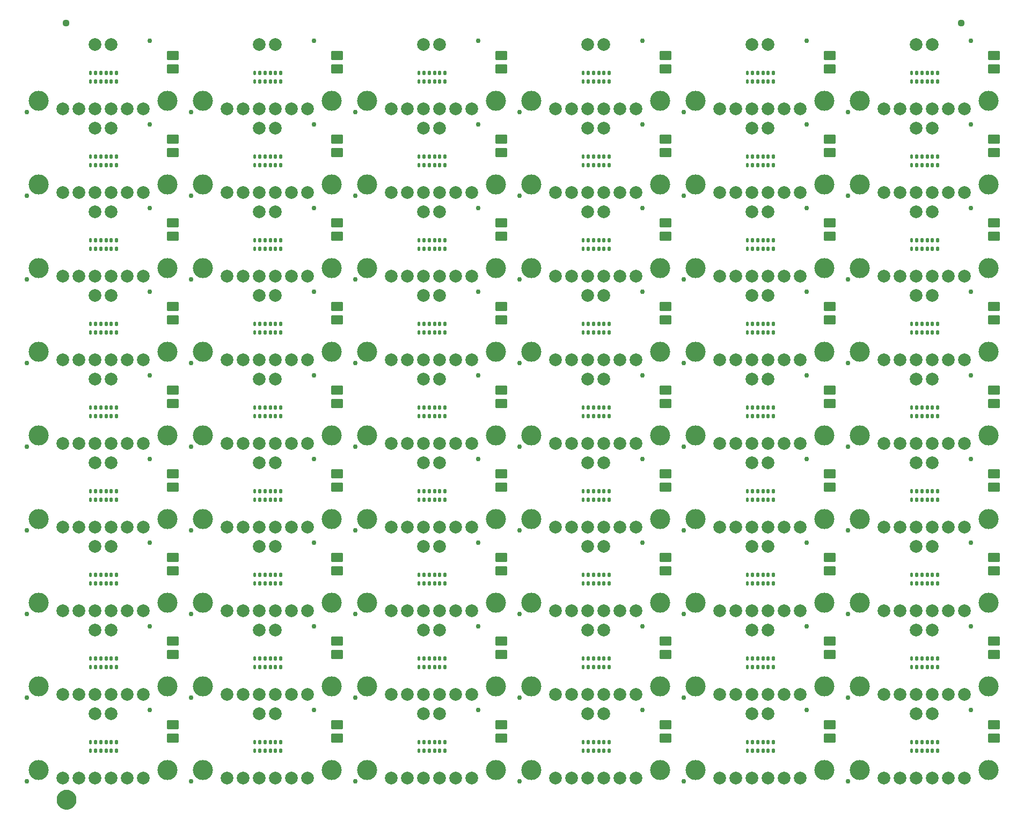
<source format=gbs>
G04 EAGLE Gerber RS-274X export*
G75*
%MOMM*%
%FSLAX34Y34*%
%LPD*%
%INSoldermask Bottom*%
%IPPOS*%
%AMOC8*
5,1,8,0,0,1.08239X$1,22.5*%
G01*
%ADD10C,0.762000*%
%ADD11C,3.175000*%
%ADD12C,2.006600*%
%ADD13C,0.228959*%
%ADD14C,0.223519*%
%ADD15C,1.127000*%
%ADD16C,1.270000*%
%ADD17C,1.627000*%


D10*
X200660Y120650D03*
X6350Y7620D03*
D11*
X228600Y25400D03*
X25400Y25400D03*
D12*
X63500Y12700D03*
X88900Y12700D03*
X114300Y12700D03*
X139700Y12700D03*
D13*
X148560Y54652D02*
X148560Y58632D01*
X148560Y54652D02*
X146080Y54652D01*
X146080Y58632D01*
X148560Y58632D01*
X148560Y56827D02*
X146080Y56827D01*
X140360Y58632D02*
X140360Y54652D01*
X137880Y54652D01*
X137880Y58632D01*
X140360Y58632D01*
X140360Y56827D02*
X137880Y56827D01*
X132160Y58632D02*
X132160Y54652D01*
X129680Y54652D01*
X129680Y58632D01*
X132160Y58632D01*
X132160Y56827D02*
X129680Y56827D01*
X123960Y58632D02*
X123960Y54652D01*
X121480Y54652D01*
X121480Y58632D01*
X123960Y58632D01*
X123960Y56827D02*
X121480Y56827D01*
X115760Y58632D02*
X115760Y54652D01*
X113280Y54652D01*
X113280Y58632D01*
X115760Y58632D01*
X115760Y56827D02*
X113280Y56827D01*
X107560Y58632D02*
X107560Y54652D01*
X105080Y54652D01*
X105080Y58632D01*
X107560Y58632D01*
X107560Y56827D02*
X105080Y56827D01*
X107560Y68152D02*
X107560Y72132D01*
X107560Y68152D02*
X105080Y68152D01*
X105080Y72132D01*
X107560Y72132D01*
X107560Y70327D02*
X105080Y70327D01*
X115760Y72132D02*
X115760Y68152D01*
X113280Y68152D01*
X113280Y72132D01*
X115760Y72132D01*
X115760Y70327D02*
X113280Y70327D01*
X123960Y72132D02*
X123960Y68152D01*
X121480Y68152D01*
X121480Y72132D01*
X123960Y72132D01*
X123960Y70327D02*
X121480Y70327D01*
X132160Y72132D02*
X132160Y68152D01*
X129680Y68152D01*
X129680Y72132D01*
X132160Y72132D01*
X132160Y70327D02*
X129680Y70327D01*
X140360Y72132D02*
X140360Y68152D01*
X137880Y68152D01*
X137880Y72132D01*
X140360Y72132D01*
X140360Y70327D02*
X137880Y70327D01*
X148560Y72132D02*
X148560Y68152D01*
X146080Y68152D01*
X146080Y72132D01*
X148560Y72132D01*
X148560Y70327D02*
X146080Y70327D01*
D12*
X190500Y12700D03*
X165100Y12700D03*
X114300Y114300D03*
X139700Y114300D03*
D14*
X228574Y103658D02*
X244374Y103658D01*
X244374Y91922D01*
X228574Y91922D01*
X228574Y103658D01*
X228574Y94045D02*
X244374Y94045D01*
X244374Y96168D02*
X228574Y96168D01*
X228574Y98291D02*
X244374Y98291D01*
X244374Y100414D02*
X228574Y100414D01*
X228574Y102537D02*
X244374Y102537D01*
X244374Y82068D02*
X228574Y82068D01*
X244374Y82068D02*
X244374Y70332D01*
X228574Y70332D01*
X228574Y82068D01*
X228574Y72455D02*
X244374Y72455D01*
X244374Y74578D02*
X228574Y74578D01*
X228574Y76701D02*
X244374Y76701D01*
X244374Y78824D02*
X228574Y78824D01*
X228574Y80947D02*
X244374Y80947D01*
D10*
X459740Y120650D03*
X265430Y7620D03*
D11*
X487680Y25400D03*
X284480Y25400D03*
D12*
X322580Y12700D03*
X347980Y12700D03*
X373380Y12700D03*
X398780Y12700D03*
D13*
X407640Y54652D02*
X407640Y58632D01*
X407640Y54652D02*
X405160Y54652D01*
X405160Y58632D01*
X407640Y58632D01*
X407640Y56827D02*
X405160Y56827D01*
X399440Y58632D02*
X399440Y54652D01*
X396960Y54652D01*
X396960Y58632D01*
X399440Y58632D01*
X399440Y56827D02*
X396960Y56827D01*
X391240Y58632D02*
X391240Y54652D01*
X388760Y54652D01*
X388760Y58632D01*
X391240Y58632D01*
X391240Y56827D02*
X388760Y56827D01*
X383040Y58632D02*
X383040Y54652D01*
X380560Y54652D01*
X380560Y58632D01*
X383040Y58632D01*
X383040Y56827D02*
X380560Y56827D01*
X374840Y58632D02*
X374840Y54652D01*
X372360Y54652D01*
X372360Y58632D01*
X374840Y58632D01*
X374840Y56827D02*
X372360Y56827D01*
X366640Y58632D02*
X366640Y54652D01*
X364160Y54652D01*
X364160Y58632D01*
X366640Y58632D01*
X366640Y56827D02*
X364160Y56827D01*
X366640Y68152D02*
X366640Y72132D01*
X366640Y68152D02*
X364160Y68152D01*
X364160Y72132D01*
X366640Y72132D01*
X366640Y70327D02*
X364160Y70327D01*
X374840Y72132D02*
X374840Y68152D01*
X372360Y68152D01*
X372360Y72132D01*
X374840Y72132D01*
X374840Y70327D02*
X372360Y70327D01*
X383040Y72132D02*
X383040Y68152D01*
X380560Y68152D01*
X380560Y72132D01*
X383040Y72132D01*
X383040Y70327D02*
X380560Y70327D01*
X391240Y72132D02*
X391240Y68152D01*
X388760Y68152D01*
X388760Y72132D01*
X391240Y72132D01*
X391240Y70327D02*
X388760Y70327D01*
X399440Y72132D02*
X399440Y68152D01*
X396960Y68152D01*
X396960Y72132D01*
X399440Y72132D01*
X399440Y70327D02*
X396960Y70327D01*
X407640Y72132D02*
X407640Y68152D01*
X405160Y68152D01*
X405160Y72132D01*
X407640Y72132D01*
X407640Y70327D02*
X405160Y70327D01*
D12*
X449580Y12700D03*
X424180Y12700D03*
X373380Y114300D03*
X398780Y114300D03*
D14*
X487654Y103658D02*
X503454Y103658D01*
X503454Y91922D01*
X487654Y91922D01*
X487654Y103658D01*
X487654Y94045D02*
X503454Y94045D01*
X503454Y96168D02*
X487654Y96168D01*
X487654Y98291D02*
X503454Y98291D01*
X503454Y100414D02*
X487654Y100414D01*
X487654Y102537D02*
X503454Y102537D01*
X503454Y82068D02*
X487654Y82068D01*
X503454Y82068D02*
X503454Y70332D01*
X487654Y70332D01*
X487654Y82068D01*
X487654Y72455D02*
X503454Y72455D01*
X503454Y74578D02*
X487654Y74578D01*
X487654Y76701D02*
X503454Y76701D01*
X503454Y78824D02*
X487654Y78824D01*
X487654Y80947D02*
X503454Y80947D01*
D10*
X718820Y120650D03*
X524510Y7620D03*
D11*
X746760Y25400D03*
X543560Y25400D03*
D12*
X581660Y12700D03*
X607060Y12700D03*
X632460Y12700D03*
X657860Y12700D03*
D13*
X666720Y54652D02*
X666720Y58632D01*
X666720Y54652D02*
X664240Y54652D01*
X664240Y58632D01*
X666720Y58632D01*
X666720Y56827D02*
X664240Y56827D01*
X658520Y58632D02*
X658520Y54652D01*
X656040Y54652D01*
X656040Y58632D01*
X658520Y58632D01*
X658520Y56827D02*
X656040Y56827D01*
X650320Y58632D02*
X650320Y54652D01*
X647840Y54652D01*
X647840Y58632D01*
X650320Y58632D01*
X650320Y56827D02*
X647840Y56827D01*
X642120Y58632D02*
X642120Y54652D01*
X639640Y54652D01*
X639640Y58632D01*
X642120Y58632D01*
X642120Y56827D02*
X639640Y56827D01*
X633920Y58632D02*
X633920Y54652D01*
X631440Y54652D01*
X631440Y58632D01*
X633920Y58632D01*
X633920Y56827D02*
X631440Y56827D01*
X625720Y58632D02*
X625720Y54652D01*
X623240Y54652D01*
X623240Y58632D01*
X625720Y58632D01*
X625720Y56827D02*
X623240Y56827D01*
X625720Y68152D02*
X625720Y72132D01*
X625720Y68152D02*
X623240Y68152D01*
X623240Y72132D01*
X625720Y72132D01*
X625720Y70327D02*
X623240Y70327D01*
X633920Y72132D02*
X633920Y68152D01*
X631440Y68152D01*
X631440Y72132D01*
X633920Y72132D01*
X633920Y70327D02*
X631440Y70327D01*
X642120Y72132D02*
X642120Y68152D01*
X639640Y68152D01*
X639640Y72132D01*
X642120Y72132D01*
X642120Y70327D02*
X639640Y70327D01*
X650320Y72132D02*
X650320Y68152D01*
X647840Y68152D01*
X647840Y72132D01*
X650320Y72132D01*
X650320Y70327D02*
X647840Y70327D01*
X658520Y72132D02*
X658520Y68152D01*
X656040Y68152D01*
X656040Y72132D01*
X658520Y72132D01*
X658520Y70327D02*
X656040Y70327D01*
X666720Y72132D02*
X666720Y68152D01*
X664240Y68152D01*
X664240Y72132D01*
X666720Y72132D01*
X666720Y70327D02*
X664240Y70327D01*
D12*
X708660Y12700D03*
X683260Y12700D03*
X632460Y114300D03*
X657860Y114300D03*
D14*
X746734Y103658D02*
X762534Y103658D01*
X762534Y91922D01*
X746734Y91922D01*
X746734Y103658D01*
X746734Y94045D02*
X762534Y94045D01*
X762534Y96168D02*
X746734Y96168D01*
X746734Y98291D02*
X762534Y98291D01*
X762534Y100414D02*
X746734Y100414D01*
X746734Y102537D02*
X762534Y102537D01*
X762534Y82068D02*
X746734Y82068D01*
X762534Y82068D02*
X762534Y70332D01*
X746734Y70332D01*
X746734Y82068D01*
X746734Y72455D02*
X762534Y72455D01*
X762534Y74578D02*
X746734Y74578D01*
X746734Y76701D02*
X762534Y76701D01*
X762534Y78824D02*
X746734Y78824D01*
X746734Y80947D02*
X762534Y80947D01*
D10*
X977900Y120650D03*
X783590Y7620D03*
D11*
X1005840Y25400D03*
X802640Y25400D03*
D12*
X840740Y12700D03*
X866140Y12700D03*
X891540Y12700D03*
X916940Y12700D03*
D13*
X925800Y54652D02*
X925800Y58632D01*
X925800Y54652D02*
X923320Y54652D01*
X923320Y58632D01*
X925800Y58632D01*
X925800Y56827D02*
X923320Y56827D01*
X917600Y58632D02*
X917600Y54652D01*
X915120Y54652D01*
X915120Y58632D01*
X917600Y58632D01*
X917600Y56827D02*
X915120Y56827D01*
X909400Y58632D02*
X909400Y54652D01*
X906920Y54652D01*
X906920Y58632D01*
X909400Y58632D01*
X909400Y56827D02*
X906920Y56827D01*
X901200Y58632D02*
X901200Y54652D01*
X898720Y54652D01*
X898720Y58632D01*
X901200Y58632D01*
X901200Y56827D02*
X898720Y56827D01*
X893000Y58632D02*
X893000Y54652D01*
X890520Y54652D01*
X890520Y58632D01*
X893000Y58632D01*
X893000Y56827D02*
X890520Y56827D01*
X884800Y58632D02*
X884800Y54652D01*
X882320Y54652D01*
X882320Y58632D01*
X884800Y58632D01*
X884800Y56827D02*
X882320Y56827D01*
X884800Y68152D02*
X884800Y72132D01*
X884800Y68152D02*
X882320Y68152D01*
X882320Y72132D01*
X884800Y72132D01*
X884800Y70327D02*
X882320Y70327D01*
X893000Y72132D02*
X893000Y68152D01*
X890520Y68152D01*
X890520Y72132D01*
X893000Y72132D01*
X893000Y70327D02*
X890520Y70327D01*
X901200Y72132D02*
X901200Y68152D01*
X898720Y68152D01*
X898720Y72132D01*
X901200Y72132D01*
X901200Y70327D02*
X898720Y70327D01*
X909400Y72132D02*
X909400Y68152D01*
X906920Y68152D01*
X906920Y72132D01*
X909400Y72132D01*
X909400Y70327D02*
X906920Y70327D01*
X917600Y72132D02*
X917600Y68152D01*
X915120Y68152D01*
X915120Y72132D01*
X917600Y72132D01*
X917600Y70327D02*
X915120Y70327D01*
X925800Y72132D02*
X925800Y68152D01*
X923320Y68152D01*
X923320Y72132D01*
X925800Y72132D01*
X925800Y70327D02*
X923320Y70327D01*
D12*
X967740Y12700D03*
X942340Y12700D03*
X891540Y114300D03*
X916940Y114300D03*
D14*
X1005814Y103658D02*
X1021614Y103658D01*
X1021614Y91922D01*
X1005814Y91922D01*
X1005814Y103658D01*
X1005814Y94045D02*
X1021614Y94045D01*
X1021614Y96168D02*
X1005814Y96168D01*
X1005814Y98291D02*
X1021614Y98291D01*
X1021614Y100414D02*
X1005814Y100414D01*
X1005814Y102537D02*
X1021614Y102537D01*
X1021614Y82068D02*
X1005814Y82068D01*
X1021614Y82068D02*
X1021614Y70332D01*
X1005814Y70332D01*
X1005814Y82068D01*
X1005814Y72455D02*
X1021614Y72455D01*
X1021614Y74578D02*
X1005814Y74578D01*
X1005814Y76701D02*
X1021614Y76701D01*
X1021614Y78824D02*
X1005814Y78824D01*
X1005814Y80947D02*
X1021614Y80947D01*
D10*
X1236980Y120650D03*
X1042670Y7620D03*
D11*
X1264920Y25400D03*
X1061720Y25400D03*
D12*
X1099820Y12700D03*
X1125220Y12700D03*
X1150620Y12700D03*
X1176020Y12700D03*
D13*
X1184880Y54652D02*
X1184880Y58632D01*
X1184880Y54652D02*
X1182400Y54652D01*
X1182400Y58632D01*
X1184880Y58632D01*
X1184880Y56827D02*
X1182400Y56827D01*
X1176680Y58632D02*
X1176680Y54652D01*
X1174200Y54652D01*
X1174200Y58632D01*
X1176680Y58632D01*
X1176680Y56827D02*
X1174200Y56827D01*
X1168480Y58632D02*
X1168480Y54652D01*
X1166000Y54652D01*
X1166000Y58632D01*
X1168480Y58632D01*
X1168480Y56827D02*
X1166000Y56827D01*
X1160280Y58632D02*
X1160280Y54652D01*
X1157800Y54652D01*
X1157800Y58632D01*
X1160280Y58632D01*
X1160280Y56827D02*
X1157800Y56827D01*
X1152080Y58632D02*
X1152080Y54652D01*
X1149600Y54652D01*
X1149600Y58632D01*
X1152080Y58632D01*
X1152080Y56827D02*
X1149600Y56827D01*
X1143880Y58632D02*
X1143880Y54652D01*
X1141400Y54652D01*
X1141400Y58632D01*
X1143880Y58632D01*
X1143880Y56827D02*
X1141400Y56827D01*
X1143880Y68152D02*
X1143880Y72132D01*
X1143880Y68152D02*
X1141400Y68152D01*
X1141400Y72132D01*
X1143880Y72132D01*
X1143880Y70327D02*
X1141400Y70327D01*
X1152080Y72132D02*
X1152080Y68152D01*
X1149600Y68152D01*
X1149600Y72132D01*
X1152080Y72132D01*
X1152080Y70327D02*
X1149600Y70327D01*
X1160280Y72132D02*
X1160280Y68152D01*
X1157800Y68152D01*
X1157800Y72132D01*
X1160280Y72132D01*
X1160280Y70327D02*
X1157800Y70327D01*
X1168480Y72132D02*
X1168480Y68152D01*
X1166000Y68152D01*
X1166000Y72132D01*
X1168480Y72132D01*
X1168480Y70327D02*
X1166000Y70327D01*
X1176680Y72132D02*
X1176680Y68152D01*
X1174200Y68152D01*
X1174200Y72132D01*
X1176680Y72132D01*
X1176680Y70327D02*
X1174200Y70327D01*
X1184880Y72132D02*
X1184880Y68152D01*
X1182400Y68152D01*
X1182400Y72132D01*
X1184880Y72132D01*
X1184880Y70327D02*
X1182400Y70327D01*
D12*
X1226820Y12700D03*
X1201420Y12700D03*
X1150620Y114300D03*
X1176020Y114300D03*
D14*
X1264894Y103658D02*
X1280694Y103658D01*
X1280694Y91922D01*
X1264894Y91922D01*
X1264894Y103658D01*
X1264894Y94045D02*
X1280694Y94045D01*
X1280694Y96168D02*
X1264894Y96168D01*
X1264894Y98291D02*
X1280694Y98291D01*
X1280694Y100414D02*
X1264894Y100414D01*
X1264894Y102537D02*
X1280694Y102537D01*
X1280694Y82068D02*
X1264894Y82068D01*
X1280694Y82068D02*
X1280694Y70332D01*
X1264894Y70332D01*
X1264894Y82068D01*
X1264894Y72455D02*
X1280694Y72455D01*
X1280694Y74578D02*
X1264894Y74578D01*
X1264894Y76701D02*
X1280694Y76701D01*
X1280694Y78824D02*
X1264894Y78824D01*
X1264894Y80947D02*
X1280694Y80947D01*
D10*
X1496060Y120650D03*
X1301750Y7620D03*
D11*
X1524000Y25400D03*
X1320800Y25400D03*
D12*
X1358900Y12700D03*
X1384300Y12700D03*
X1409700Y12700D03*
X1435100Y12700D03*
D13*
X1443960Y54652D02*
X1443960Y58632D01*
X1443960Y54652D02*
X1441480Y54652D01*
X1441480Y58632D01*
X1443960Y58632D01*
X1443960Y56827D02*
X1441480Y56827D01*
X1435760Y58632D02*
X1435760Y54652D01*
X1433280Y54652D01*
X1433280Y58632D01*
X1435760Y58632D01*
X1435760Y56827D02*
X1433280Y56827D01*
X1427560Y58632D02*
X1427560Y54652D01*
X1425080Y54652D01*
X1425080Y58632D01*
X1427560Y58632D01*
X1427560Y56827D02*
X1425080Y56827D01*
X1419360Y58632D02*
X1419360Y54652D01*
X1416880Y54652D01*
X1416880Y58632D01*
X1419360Y58632D01*
X1419360Y56827D02*
X1416880Y56827D01*
X1411160Y58632D02*
X1411160Y54652D01*
X1408680Y54652D01*
X1408680Y58632D01*
X1411160Y58632D01*
X1411160Y56827D02*
X1408680Y56827D01*
X1402960Y58632D02*
X1402960Y54652D01*
X1400480Y54652D01*
X1400480Y58632D01*
X1402960Y58632D01*
X1402960Y56827D02*
X1400480Y56827D01*
X1402960Y68152D02*
X1402960Y72132D01*
X1402960Y68152D02*
X1400480Y68152D01*
X1400480Y72132D01*
X1402960Y72132D01*
X1402960Y70327D02*
X1400480Y70327D01*
X1411160Y72132D02*
X1411160Y68152D01*
X1408680Y68152D01*
X1408680Y72132D01*
X1411160Y72132D01*
X1411160Y70327D02*
X1408680Y70327D01*
X1419360Y72132D02*
X1419360Y68152D01*
X1416880Y68152D01*
X1416880Y72132D01*
X1419360Y72132D01*
X1419360Y70327D02*
X1416880Y70327D01*
X1427560Y72132D02*
X1427560Y68152D01*
X1425080Y68152D01*
X1425080Y72132D01*
X1427560Y72132D01*
X1427560Y70327D02*
X1425080Y70327D01*
X1435760Y72132D02*
X1435760Y68152D01*
X1433280Y68152D01*
X1433280Y72132D01*
X1435760Y72132D01*
X1435760Y70327D02*
X1433280Y70327D01*
X1443960Y72132D02*
X1443960Y68152D01*
X1441480Y68152D01*
X1441480Y72132D01*
X1443960Y72132D01*
X1443960Y70327D02*
X1441480Y70327D01*
D12*
X1485900Y12700D03*
X1460500Y12700D03*
X1409700Y114300D03*
X1435100Y114300D03*
D14*
X1523974Y103658D02*
X1539774Y103658D01*
X1539774Y91922D01*
X1523974Y91922D01*
X1523974Y103658D01*
X1523974Y94045D02*
X1539774Y94045D01*
X1539774Y96168D02*
X1523974Y96168D01*
X1523974Y98291D02*
X1539774Y98291D01*
X1539774Y100414D02*
X1523974Y100414D01*
X1523974Y102537D02*
X1539774Y102537D01*
X1539774Y82068D02*
X1523974Y82068D01*
X1539774Y82068D02*
X1539774Y70332D01*
X1523974Y70332D01*
X1523974Y82068D01*
X1523974Y72455D02*
X1539774Y72455D01*
X1539774Y74578D02*
X1523974Y74578D01*
X1523974Y76701D02*
X1539774Y76701D01*
X1539774Y78824D02*
X1523974Y78824D01*
X1523974Y80947D02*
X1539774Y80947D01*
D10*
X200660Y252730D03*
X6350Y139700D03*
D11*
X228600Y157480D03*
X25400Y157480D03*
D12*
X63500Y144780D03*
X88900Y144780D03*
X114300Y144780D03*
X139700Y144780D03*
D13*
X148560Y186732D02*
X148560Y190712D01*
X148560Y186732D02*
X146080Y186732D01*
X146080Y190712D01*
X148560Y190712D01*
X148560Y188907D02*
X146080Y188907D01*
X140360Y190712D02*
X140360Y186732D01*
X137880Y186732D01*
X137880Y190712D01*
X140360Y190712D01*
X140360Y188907D02*
X137880Y188907D01*
X132160Y190712D02*
X132160Y186732D01*
X129680Y186732D01*
X129680Y190712D01*
X132160Y190712D01*
X132160Y188907D02*
X129680Y188907D01*
X123960Y190712D02*
X123960Y186732D01*
X121480Y186732D01*
X121480Y190712D01*
X123960Y190712D01*
X123960Y188907D02*
X121480Y188907D01*
X115760Y190712D02*
X115760Y186732D01*
X113280Y186732D01*
X113280Y190712D01*
X115760Y190712D01*
X115760Y188907D02*
X113280Y188907D01*
X107560Y190712D02*
X107560Y186732D01*
X105080Y186732D01*
X105080Y190712D01*
X107560Y190712D01*
X107560Y188907D02*
X105080Y188907D01*
X107560Y200232D02*
X107560Y204212D01*
X107560Y200232D02*
X105080Y200232D01*
X105080Y204212D01*
X107560Y204212D01*
X107560Y202407D02*
X105080Y202407D01*
X115760Y204212D02*
X115760Y200232D01*
X113280Y200232D01*
X113280Y204212D01*
X115760Y204212D01*
X115760Y202407D02*
X113280Y202407D01*
X123960Y204212D02*
X123960Y200232D01*
X121480Y200232D01*
X121480Y204212D01*
X123960Y204212D01*
X123960Y202407D02*
X121480Y202407D01*
X132160Y204212D02*
X132160Y200232D01*
X129680Y200232D01*
X129680Y204212D01*
X132160Y204212D01*
X132160Y202407D02*
X129680Y202407D01*
X140360Y204212D02*
X140360Y200232D01*
X137880Y200232D01*
X137880Y204212D01*
X140360Y204212D01*
X140360Y202407D02*
X137880Y202407D01*
X148560Y204212D02*
X148560Y200232D01*
X146080Y200232D01*
X146080Y204212D01*
X148560Y204212D01*
X148560Y202407D02*
X146080Y202407D01*
D12*
X190500Y144780D03*
X165100Y144780D03*
X114300Y246380D03*
X139700Y246380D03*
D14*
X228574Y235738D02*
X244374Y235738D01*
X244374Y224002D01*
X228574Y224002D01*
X228574Y235738D01*
X228574Y226125D02*
X244374Y226125D01*
X244374Y228248D02*
X228574Y228248D01*
X228574Y230371D02*
X244374Y230371D01*
X244374Y232494D02*
X228574Y232494D01*
X228574Y234617D02*
X244374Y234617D01*
X244374Y214148D02*
X228574Y214148D01*
X244374Y214148D02*
X244374Y202412D01*
X228574Y202412D01*
X228574Y214148D01*
X228574Y204535D02*
X244374Y204535D01*
X244374Y206658D02*
X228574Y206658D01*
X228574Y208781D02*
X244374Y208781D01*
X244374Y210904D02*
X228574Y210904D01*
X228574Y213027D02*
X244374Y213027D01*
D10*
X459740Y252730D03*
X265430Y139700D03*
D11*
X487680Y157480D03*
X284480Y157480D03*
D12*
X322580Y144780D03*
X347980Y144780D03*
X373380Y144780D03*
X398780Y144780D03*
D13*
X407640Y186732D02*
X407640Y190712D01*
X407640Y186732D02*
X405160Y186732D01*
X405160Y190712D01*
X407640Y190712D01*
X407640Y188907D02*
X405160Y188907D01*
X399440Y190712D02*
X399440Y186732D01*
X396960Y186732D01*
X396960Y190712D01*
X399440Y190712D01*
X399440Y188907D02*
X396960Y188907D01*
X391240Y190712D02*
X391240Y186732D01*
X388760Y186732D01*
X388760Y190712D01*
X391240Y190712D01*
X391240Y188907D02*
X388760Y188907D01*
X383040Y190712D02*
X383040Y186732D01*
X380560Y186732D01*
X380560Y190712D01*
X383040Y190712D01*
X383040Y188907D02*
X380560Y188907D01*
X374840Y190712D02*
X374840Y186732D01*
X372360Y186732D01*
X372360Y190712D01*
X374840Y190712D01*
X374840Y188907D02*
X372360Y188907D01*
X366640Y190712D02*
X366640Y186732D01*
X364160Y186732D01*
X364160Y190712D01*
X366640Y190712D01*
X366640Y188907D02*
X364160Y188907D01*
X366640Y200232D02*
X366640Y204212D01*
X366640Y200232D02*
X364160Y200232D01*
X364160Y204212D01*
X366640Y204212D01*
X366640Y202407D02*
X364160Y202407D01*
X374840Y204212D02*
X374840Y200232D01*
X372360Y200232D01*
X372360Y204212D01*
X374840Y204212D01*
X374840Y202407D02*
X372360Y202407D01*
X383040Y204212D02*
X383040Y200232D01*
X380560Y200232D01*
X380560Y204212D01*
X383040Y204212D01*
X383040Y202407D02*
X380560Y202407D01*
X391240Y204212D02*
X391240Y200232D01*
X388760Y200232D01*
X388760Y204212D01*
X391240Y204212D01*
X391240Y202407D02*
X388760Y202407D01*
X399440Y204212D02*
X399440Y200232D01*
X396960Y200232D01*
X396960Y204212D01*
X399440Y204212D01*
X399440Y202407D02*
X396960Y202407D01*
X407640Y204212D02*
X407640Y200232D01*
X405160Y200232D01*
X405160Y204212D01*
X407640Y204212D01*
X407640Y202407D02*
X405160Y202407D01*
D12*
X449580Y144780D03*
X424180Y144780D03*
X373380Y246380D03*
X398780Y246380D03*
D14*
X487654Y235738D02*
X503454Y235738D01*
X503454Y224002D01*
X487654Y224002D01*
X487654Y235738D01*
X487654Y226125D02*
X503454Y226125D01*
X503454Y228248D02*
X487654Y228248D01*
X487654Y230371D02*
X503454Y230371D01*
X503454Y232494D02*
X487654Y232494D01*
X487654Y234617D02*
X503454Y234617D01*
X503454Y214148D02*
X487654Y214148D01*
X503454Y214148D02*
X503454Y202412D01*
X487654Y202412D01*
X487654Y214148D01*
X487654Y204535D02*
X503454Y204535D01*
X503454Y206658D02*
X487654Y206658D01*
X487654Y208781D02*
X503454Y208781D01*
X503454Y210904D02*
X487654Y210904D01*
X487654Y213027D02*
X503454Y213027D01*
D10*
X718820Y252730D03*
X524510Y139700D03*
D11*
X746760Y157480D03*
X543560Y157480D03*
D12*
X581660Y144780D03*
X607060Y144780D03*
X632460Y144780D03*
X657860Y144780D03*
D13*
X666720Y186732D02*
X666720Y190712D01*
X666720Y186732D02*
X664240Y186732D01*
X664240Y190712D01*
X666720Y190712D01*
X666720Y188907D02*
X664240Y188907D01*
X658520Y190712D02*
X658520Y186732D01*
X656040Y186732D01*
X656040Y190712D01*
X658520Y190712D01*
X658520Y188907D02*
X656040Y188907D01*
X650320Y190712D02*
X650320Y186732D01*
X647840Y186732D01*
X647840Y190712D01*
X650320Y190712D01*
X650320Y188907D02*
X647840Y188907D01*
X642120Y190712D02*
X642120Y186732D01*
X639640Y186732D01*
X639640Y190712D01*
X642120Y190712D01*
X642120Y188907D02*
X639640Y188907D01*
X633920Y190712D02*
X633920Y186732D01*
X631440Y186732D01*
X631440Y190712D01*
X633920Y190712D01*
X633920Y188907D02*
X631440Y188907D01*
X625720Y190712D02*
X625720Y186732D01*
X623240Y186732D01*
X623240Y190712D01*
X625720Y190712D01*
X625720Y188907D02*
X623240Y188907D01*
X625720Y200232D02*
X625720Y204212D01*
X625720Y200232D02*
X623240Y200232D01*
X623240Y204212D01*
X625720Y204212D01*
X625720Y202407D02*
X623240Y202407D01*
X633920Y204212D02*
X633920Y200232D01*
X631440Y200232D01*
X631440Y204212D01*
X633920Y204212D01*
X633920Y202407D02*
X631440Y202407D01*
X642120Y204212D02*
X642120Y200232D01*
X639640Y200232D01*
X639640Y204212D01*
X642120Y204212D01*
X642120Y202407D02*
X639640Y202407D01*
X650320Y204212D02*
X650320Y200232D01*
X647840Y200232D01*
X647840Y204212D01*
X650320Y204212D01*
X650320Y202407D02*
X647840Y202407D01*
X658520Y204212D02*
X658520Y200232D01*
X656040Y200232D01*
X656040Y204212D01*
X658520Y204212D01*
X658520Y202407D02*
X656040Y202407D01*
X666720Y204212D02*
X666720Y200232D01*
X664240Y200232D01*
X664240Y204212D01*
X666720Y204212D01*
X666720Y202407D02*
X664240Y202407D01*
D12*
X708660Y144780D03*
X683260Y144780D03*
X632460Y246380D03*
X657860Y246380D03*
D14*
X746734Y235738D02*
X762534Y235738D01*
X762534Y224002D01*
X746734Y224002D01*
X746734Y235738D01*
X746734Y226125D02*
X762534Y226125D01*
X762534Y228248D02*
X746734Y228248D01*
X746734Y230371D02*
X762534Y230371D01*
X762534Y232494D02*
X746734Y232494D01*
X746734Y234617D02*
X762534Y234617D01*
X762534Y214148D02*
X746734Y214148D01*
X762534Y214148D02*
X762534Y202412D01*
X746734Y202412D01*
X746734Y214148D01*
X746734Y204535D02*
X762534Y204535D01*
X762534Y206658D02*
X746734Y206658D01*
X746734Y208781D02*
X762534Y208781D01*
X762534Y210904D02*
X746734Y210904D01*
X746734Y213027D02*
X762534Y213027D01*
D10*
X977900Y252730D03*
X783590Y139700D03*
D11*
X1005840Y157480D03*
X802640Y157480D03*
D12*
X840740Y144780D03*
X866140Y144780D03*
X891540Y144780D03*
X916940Y144780D03*
D13*
X925800Y186732D02*
X925800Y190712D01*
X925800Y186732D02*
X923320Y186732D01*
X923320Y190712D01*
X925800Y190712D01*
X925800Y188907D02*
X923320Y188907D01*
X917600Y190712D02*
X917600Y186732D01*
X915120Y186732D01*
X915120Y190712D01*
X917600Y190712D01*
X917600Y188907D02*
X915120Y188907D01*
X909400Y190712D02*
X909400Y186732D01*
X906920Y186732D01*
X906920Y190712D01*
X909400Y190712D01*
X909400Y188907D02*
X906920Y188907D01*
X901200Y190712D02*
X901200Y186732D01*
X898720Y186732D01*
X898720Y190712D01*
X901200Y190712D01*
X901200Y188907D02*
X898720Y188907D01*
X893000Y190712D02*
X893000Y186732D01*
X890520Y186732D01*
X890520Y190712D01*
X893000Y190712D01*
X893000Y188907D02*
X890520Y188907D01*
X884800Y190712D02*
X884800Y186732D01*
X882320Y186732D01*
X882320Y190712D01*
X884800Y190712D01*
X884800Y188907D02*
X882320Y188907D01*
X884800Y200232D02*
X884800Y204212D01*
X884800Y200232D02*
X882320Y200232D01*
X882320Y204212D01*
X884800Y204212D01*
X884800Y202407D02*
X882320Y202407D01*
X893000Y204212D02*
X893000Y200232D01*
X890520Y200232D01*
X890520Y204212D01*
X893000Y204212D01*
X893000Y202407D02*
X890520Y202407D01*
X901200Y204212D02*
X901200Y200232D01*
X898720Y200232D01*
X898720Y204212D01*
X901200Y204212D01*
X901200Y202407D02*
X898720Y202407D01*
X909400Y204212D02*
X909400Y200232D01*
X906920Y200232D01*
X906920Y204212D01*
X909400Y204212D01*
X909400Y202407D02*
X906920Y202407D01*
X917600Y204212D02*
X917600Y200232D01*
X915120Y200232D01*
X915120Y204212D01*
X917600Y204212D01*
X917600Y202407D02*
X915120Y202407D01*
X925800Y204212D02*
X925800Y200232D01*
X923320Y200232D01*
X923320Y204212D01*
X925800Y204212D01*
X925800Y202407D02*
X923320Y202407D01*
D12*
X967740Y144780D03*
X942340Y144780D03*
X891540Y246380D03*
X916940Y246380D03*
D14*
X1005814Y235738D02*
X1021614Y235738D01*
X1021614Y224002D01*
X1005814Y224002D01*
X1005814Y235738D01*
X1005814Y226125D02*
X1021614Y226125D01*
X1021614Y228248D02*
X1005814Y228248D01*
X1005814Y230371D02*
X1021614Y230371D01*
X1021614Y232494D02*
X1005814Y232494D01*
X1005814Y234617D02*
X1021614Y234617D01*
X1021614Y214148D02*
X1005814Y214148D01*
X1021614Y214148D02*
X1021614Y202412D01*
X1005814Y202412D01*
X1005814Y214148D01*
X1005814Y204535D02*
X1021614Y204535D01*
X1021614Y206658D02*
X1005814Y206658D01*
X1005814Y208781D02*
X1021614Y208781D01*
X1021614Y210904D02*
X1005814Y210904D01*
X1005814Y213027D02*
X1021614Y213027D01*
D10*
X1236980Y252730D03*
X1042670Y139700D03*
D11*
X1264920Y157480D03*
X1061720Y157480D03*
D12*
X1099820Y144780D03*
X1125220Y144780D03*
X1150620Y144780D03*
X1176020Y144780D03*
D13*
X1184880Y186732D02*
X1184880Y190712D01*
X1184880Y186732D02*
X1182400Y186732D01*
X1182400Y190712D01*
X1184880Y190712D01*
X1184880Y188907D02*
X1182400Y188907D01*
X1176680Y190712D02*
X1176680Y186732D01*
X1174200Y186732D01*
X1174200Y190712D01*
X1176680Y190712D01*
X1176680Y188907D02*
X1174200Y188907D01*
X1168480Y190712D02*
X1168480Y186732D01*
X1166000Y186732D01*
X1166000Y190712D01*
X1168480Y190712D01*
X1168480Y188907D02*
X1166000Y188907D01*
X1160280Y190712D02*
X1160280Y186732D01*
X1157800Y186732D01*
X1157800Y190712D01*
X1160280Y190712D01*
X1160280Y188907D02*
X1157800Y188907D01*
X1152080Y190712D02*
X1152080Y186732D01*
X1149600Y186732D01*
X1149600Y190712D01*
X1152080Y190712D01*
X1152080Y188907D02*
X1149600Y188907D01*
X1143880Y190712D02*
X1143880Y186732D01*
X1141400Y186732D01*
X1141400Y190712D01*
X1143880Y190712D01*
X1143880Y188907D02*
X1141400Y188907D01*
X1143880Y200232D02*
X1143880Y204212D01*
X1143880Y200232D02*
X1141400Y200232D01*
X1141400Y204212D01*
X1143880Y204212D01*
X1143880Y202407D02*
X1141400Y202407D01*
X1152080Y204212D02*
X1152080Y200232D01*
X1149600Y200232D01*
X1149600Y204212D01*
X1152080Y204212D01*
X1152080Y202407D02*
X1149600Y202407D01*
X1160280Y204212D02*
X1160280Y200232D01*
X1157800Y200232D01*
X1157800Y204212D01*
X1160280Y204212D01*
X1160280Y202407D02*
X1157800Y202407D01*
X1168480Y204212D02*
X1168480Y200232D01*
X1166000Y200232D01*
X1166000Y204212D01*
X1168480Y204212D01*
X1168480Y202407D02*
X1166000Y202407D01*
X1176680Y204212D02*
X1176680Y200232D01*
X1174200Y200232D01*
X1174200Y204212D01*
X1176680Y204212D01*
X1176680Y202407D02*
X1174200Y202407D01*
X1184880Y204212D02*
X1184880Y200232D01*
X1182400Y200232D01*
X1182400Y204212D01*
X1184880Y204212D01*
X1184880Y202407D02*
X1182400Y202407D01*
D12*
X1226820Y144780D03*
X1201420Y144780D03*
X1150620Y246380D03*
X1176020Y246380D03*
D14*
X1264894Y235738D02*
X1280694Y235738D01*
X1280694Y224002D01*
X1264894Y224002D01*
X1264894Y235738D01*
X1264894Y226125D02*
X1280694Y226125D01*
X1280694Y228248D02*
X1264894Y228248D01*
X1264894Y230371D02*
X1280694Y230371D01*
X1280694Y232494D02*
X1264894Y232494D01*
X1264894Y234617D02*
X1280694Y234617D01*
X1280694Y214148D02*
X1264894Y214148D01*
X1280694Y214148D02*
X1280694Y202412D01*
X1264894Y202412D01*
X1264894Y214148D01*
X1264894Y204535D02*
X1280694Y204535D01*
X1280694Y206658D02*
X1264894Y206658D01*
X1264894Y208781D02*
X1280694Y208781D01*
X1280694Y210904D02*
X1264894Y210904D01*
X1264894Y213027D02*
X1280694Y213027D01*
D10*
X1496060Y252730D03*
X1301750Y139700D03*
D11*
X1524000Y157480D03*
X1320800Y157480D03*
D12*
X1358900Y144780D03*
X1384300Y144780D03*
X1409700Y144780D03*
X1435100Y144780D03*
D13*
X1443960Y186732D02*
X1443960Y190712D01*
X1443960Y186732D02*
X1441480Y186732D01*
X1441480Y190712D01*
X1443960Y190712D01*
X1443960Y188907D02*
X1441480Y188907D01*
X1435760Y190712D02*
X1435760Y186732D01*
X1433280Y186732D01*
X1433280Y190712D01*
X1435760Y190712D01*
X1435760Y188907D02*
X1433280Y188907D01*
X1427560Y190712D02*
X1427560Y186732D01*
X1425080Y186732D01*
X1425080Y190712D01*
X1427560Y190712D01*
X1427560Y188907D02*
X1425080Y188907D01*
X1419360Y190712D02*
X1419360Y186732D01*
X1416880Y186732D01*
X1416880Y190712D01*
X1419360Y190712D01*
X1419360Y188907D02*
X1416880Y188907D01*
X1411160Y190712D02*
X1411160Y186732D01*
X1408680Y186732D01*
X1408680Y190712D01*
X1411160Y190712D01*
X1411160Y188907D02*
X1408680Y188907D01*
X1402960Y190712D02*
X1402960Y186732D01*
X1400480Y186732D01*
X1400480Y190712D01*
X1402960Y190712D01*
X1402960Y188907D02*
X1400480Y188907D01*
X1402960Y200232D02*
X1402960Y204212D01*
X1402960Y200232D02*
X1400480Y200232D01*
X1400480Y204212D01*
X1402960Y204212D01*
X1402960Y202407D02*
X1400480Y202407D01*
X1411160Y204212D02*
X1411160Y200232D01*
X1408680Y200232D01*
X1408680Y204212D01*
X1411160Y204212D01*
X1411160Y202407D02*
X1408680Y202407D01*
X1419360Y204212D02*
X1419360Y200232D01*
X1416880Y200232D01*
X1416880Y204212D01*
X1419360Y204212D01*
X1419360Y202407D02*
X1416880Y202407D01*
X1427560Y204212D02*
X1427560Y200232D01*
X1425080Y200232D01*
X1425080Y204212D01*
X1427560Y204212D01*
X1427560Y202407D02*
X1425080Y202407D01*
X1435760Y204212D02*
X1435760Y200232D01*
X1433280Y200232D01*
X1433280Y204212D01*
X1435760Y204212D01*
X1435760Y202407D02*
X1433280Y202407D01*
X1443960Y204212D02*
X1443960Y200232D01*
X1441480Y200232D01*
X1441480Y204212D01*
X1443960Y204212D01*
X1443960Y202407D02*
X1441480Y202407D01*
D12*
X1485900Y144780D03*
X1460500Y144780D03*
X1409700Y246380D03*
X1435100Y246380D03*
D14*
X1523974Y235738D02*
X1539774Y235738D01*
X1539774Y224002D01*
X1523974Y224002D01*
X1523974Y235738D01*
X1523974Y226125D02*
X1539774Y226125D01*
X1539774Y228248D02*
X1523974Y228248D01*
X1523974Y230371D02*
X1539774Y230371D01*
X1539774Y232494D02*
X1523974Y232494D01*
X1523974Y234617D02*
X1539774Y234617D01*
X1539774Y214148D02*
X1523974Y214148D01*
X1539774Y214148D02*
X1539774Y202412D01*
X1523974Y202412D01*
X1523974Y214148D01*
X1523974Y204535D02*
X1539774Y204535D01*
X1539774Y206658D02*
X1523974Y206658D01*
X1523974Y208781D02*
X1539774Y208781D01*
X1539774Y210904D02*
X1523974Y210904D01*
X1523974Y213027D02*
X1539774Y213027D01*
D10*
X200660Y384810D03*
X6350Y271780D03*
D11*
X228600Y289560D03*
X25400Y289560D03*
D12*
X63500Y276860D03*
X88900Y276860D03*
X114300Y276860D03*
X139700Y276860D03*
D13*
X148560Y318812D02*
X148560Y322792D01*
X148560Y318812D02*
X146080Y318812D01*
X146080Y322792D01*
X148560Y322792D01*
X148560Y320987D02*
X146080Y320987D01*
X140360Y322792D02*
X140360Y318812D01*
X137880Y318812D01*
X137880Y322792D01*
X140360Y322792D01*
X140360Y320987D02*
X137880Y320987D01*
X132160Y322792D02*
X132160Y318812D01*
X129680Y318812D01*
X129680Y322792D01*
X132160Y322792D01*
X132160Y320987D02*
X129680Y320987D01*
X123960Y322792D02*
X123960Y318812D01*
X121480Y318812D01*
X121480Y322792D01*
X123960Y322792D01*
X123960Y320987D02*
X121480Y320987D01*
X115760Y322792D02*
X115760Y318812D01*
X113280Y318812D01*
X113280Y322792D01*
X115760Y322792D01*
X115760Y320987D02*
X113280Y320987D01*
X107560Y322792D02*
X107560Y318812D01*
X105080Y318812D01*
X105080Y322792D01*
X107560Y322792D01*
X107560Y320987D02*
X105080Y320987D01*
X107560Y332312D02*
X107560Y336292D01*
X107560Y332312D02*
X105080Y332312D01*
X105080Y336292D01*
X107560Y336292D01*
X107560Y334487D02*
X105080Y334487D01*
X115760Y336292D02*
X115760Y332312D01*
X113280Y332312D01*
X113280Y336292D01*
X115760Y336292D01*
X115760Y334487D02*
X113280Y334487D01*
X123960Y336292D02*
X123960Y332312D01*
X121480Y332312D01*
X121480Y336292D01*
X123960Y336292D01*
X123960Y334487D02*
X121480Y334487D01*
X132160Y336292D02*
X132160Y332312D01*
X129680Y332312D01*
X129680Y336292D01*
X132160Y336292D01*
X132160Y334487D02*
X129680Y334487D01*
X140360Y336292D02*
X140360Y332312D01*
X137880Y332312D01*
X137880Y336292D01*
X140360Y336292D01*
X140360Y334487D02*
X137880Y334487D01*
X148560Y336292D02*
X148560Y332312D01*
X146080Y332312D01*
X146080Y336292D01*
X148560Y336292D01*
X148560Y334487D02*
X146080Y334487D01*
D12*
X190500Y276860D03*
X165100Y276860D03*
X114300Y378460D03*
X139700Y378460D03*
D14*
X228574Y367818D02*
X244374Y367818D01*
X244374Y356082D01*
X228574Y356082D01*
X228574Y367818D01*
X228574Y358205D02*
X244374Y358205D01*
X244374Y360328D02*
X228574Y360328D01*
X228574Y362451D02*
X244374Y362451D01*
X244374Y364574D02*
X228574Y364574D01*
X228574Y366697D02*
X244374Y366697D01*
X244374Y346228D02*
X228574Y346228D01*
X244374Y346228D02*
X244374Y334492D01*
X228574Y334492D01*
X228574Y346228D01*
X228574Y336615D02*
X244374Y336615D01*
X244374Y338738D02*
X228574Y338738D01*
X228574Y340861D02*
X244374Y340861D01*
X244374Y342984D02*
X228574Y342984D01*
X228574Y345107D02*
X244374Y345107D01*
D10*
X459740Y384810D03*
X265430Y271780D03*
D11*
X487680Y289560D03*
X284480Y289560D03*
D12*
X322580Y276860D03*
X347980Y276860D03*
X373380Y276860D03*
X398780Y276860D03*
D13*
X407640Y318812D02*
X407640Y322792D01*
X407640Y318812D02*
X405160Y318812D01*
X405160Y322792D01*
X407640Y322792D01*
X407640Y320987D02*
X405160Y320987D01*
X399440Y322792D02*
X399440Y318812D01*
X396960Y318812D01*
X396960Y322792D01*
X399440Y322792D01*
X399440Y320987D02*
X396960Y320987D01*
X391240Y322792D02*
X391240Y318812D01*
X388760Y318812D01*
X388760Y322792D01*
X391240Y322792D01*
X391240Y320987D02*
X388760Y320987D01*
X383040Y322792D02*
X383040Y318812D01*
X380560Y318812D01*
X380560Y322792D01*
X383040Y322792D01*
X383040Y320987D02*
X380560Y320987D01*
X374840Y322792D02*
X374840Y318812D01*
X372360Y318812D01*
X372360Y322792D01*
X374840Y322792D01*
X374840Y320987D02*
X372360Y320987D01*
X366640Y322792D02*
X366640Y318812D01*
X364160Y318812D01*
X364160Y322792D01*
X366640Y322792D01*
X366640Y320987D02*
X364160Y320987D01*
X366640Y332312D02*
X366640Y336292D01*
X366640Y332312D02*
X364160Y332312D01*
X364160Y336292D01*
X366640Y336292D01*
X366640Y334487D02*
X364160Y334487D01*
X374840Y336292D02*
X374840Y332312D01*
X372360Y332312D01*
X372360Y336292D01*
X374840Y336292D01*
X374840Y334487D02*
X372360Y334487D01*
X383040Y336292D02*
X383040Y332312D01*
X380560Y332312D01*
X380560Y336292D01*
X383040Y336292D01*
X383040Y334487D02*
X380560Y334487D01*
X391240Y336292D02*
X391240Y332312D01*
X388760Y332312D01*
X388760Y336292D01*
X391240Y336292D01*
X391240Y334487D02*
X388760Y334487D01*
X399440Y336292D02*
X399440Y332312D01*
X396960Y332312D01*
X396960Y336292D01*
X399440Y336292D01*
X399440Y334487D02*
X396960Y334487D01*
X407640Y336292D02*
X407640Y332312D01*
X405160Y332312D01*
X405160Y336292D01*
X407640Y336292D01*
X407640Y334487D02*
X405160Y334487D01*
D12*
X449580Y276860D03*
X424180Y276860D03*
X373380Y378460D03*
X398780Y378460D03*
D14*
X487654Y367818D02*
X503454Y367818D01*
X503454Y356082D01*
X487654Y356082D01*
X487654Y367818D01*
X487654Y358205D02*
X503454Y358205D01*
X503454Y360328D02*
X487654Y360328D01*
X487654Y362451D02*
X503454Y362451D01*
X503454Y364574D02*
X487654Y364574D01*
X487654Y366697D02*
X503454Y366697D01*
X503454Y346228D02*
X487654Y346228D01*
X503454Y346228D02*
X503454Y334492D01*
X487654Y334492D01*
X487654Y346228D01*
X487654Y336615D02*
X503454Y336615D01*
X503454Y338738D02*
X487654Y338738D01*
X487654Y340861D02*
X503454Y340861D01*
X503454Y342984D02*
X487654Y342984D01*
X487654Y345107D02*
X503454Y345107D01*
D10*
X718820Y384810D03*
X524510Y271780D03*
D11*
X746760Y289560D03*
X543560Y289560D03*
D12*
X581660Y276860D03*
X607060Y276860D03*
X632460Y276860D03*
X657860Y276860D03*
D13*
X666720Y318812D02*
X666720Y322792D01*
X666720Y318812D02*
X664240Y318812D01*
X664240Y322792D01*
X666720Y322792D01*
X666720Y320987D02*
X664240Y320987D01*
X658520Y322792D02*
X658520Y318812D01*
X656040Y318812D01*
X656040Y322792D01*
X658520Y322792D01*
X658520Y320987D02*
X656040Y320987D01*
X650320Y322792D02*
X650320Y318812D01*
X647840Y318812D01*
X647840Y322792D01*
X650320Y322792D01*
X650320Y320987D02*
X647840Y320987D01*
X642120Y322792D02*
X642120Y318812D01*
X639640Y318812D01*
X639640Y322792D01*
X642120Y322792D01*
X642120Y320987D02*
X639640Y320987D01*
X633920Y322792D02*
X633920Y318812D01*
X631440Y318812D01*
X631440Y322792D01*
X633920Y322792D01*
X633920Y320987D02*
X631440Y320987D01*
X625720Y322792D02*
X625720Y318812D01*
X623240Y318812D01*
X623240Y322792D01*
X625720Y322792D01*
X625720Y320987D02*
X623240Y320987D01*
X625720Y332312D02*
X625720Y336292D01*
X625720Y332312D02*
X623240Y332312D01*
X623240Y336292D01*
X625720Y336292D01*
X625720Y334487D02*
X623240Y334487D01*
X633920Y336292D02*
X633920Y332312D01*
X631440Y332312D01*
X631440Y336292D01*
X633920Y336292D01*
X633920Y334487D02*
X631440Y334487D01*
X642120Y336292D02*
X642120Y332312D01*
X639640Y332312D01*
X639640Y336292D01*
X642120Y336292D01*
X642120Y334487D02*
X639640Y334487D01*
X650320Y336292D02*
X650320Y332312D01*
X647840Y332312D01*
X647840Y336292D01*
X650320Y336292D01*
X650320Y334487D02*
X647840Y334487D01*
X658520Y336292D02*
X658520Y332312D01*
X656040Y332312D01*
X656040Y336292D01*
X658520Y336292D01*
X658520Y334487D02*
X656040Y334487D01*
X666720Y336292D02*
X666720Y332312D01*
X664240Y332312D01*
X664240Y336292D01*
X666720Y336292D01*
X666720Y334487D02*
X664240Y334487D01*
D12*
X708660Y276860D03*
X683260Y276860D03*
X632460Y378460D03*
X657860Y378460D03*
D14*
X746734Y367818D02*
X762534Y367818D01*
X762534Y356082D01*
X746734Y356082D01*
X746734Y367818D01*
X746734Y358205D02*
X762534Y358205D01*
X762534Y360328D02*
X746734Y360328D01*
X746734Y362451D02*
X762534Y362451D01*
X762534Y364574D02*
X746734Y364574D01*
X746734Y366697D02*
X762534Y366697D01*
X762534Y346228D02*
X746734Y346228D01*
X762534Y346228D02*
X762534Y334492D01*
X746734Y334492D01*
X746734Y346228D01*
X746734Y336615D02*
X762534Y336615D01*
X762534Y338738D02*
X746734Y338738D01*
X746734Y340861D02*
X762534Y340861D01*
X762534Y342984D02*
X746734Y342984D01*
X746734Y345107D02*
X762534Y345107D01*
D10*
X977900Y384810D03*
X783590Y271780D03*
D11*
X1005840Y289560D03*
X802640Y289560D03*
D12*
X840740Y276860D03*
X866140Y276860D03*
X891540Y276860D03*
X916940Y276860D03*
D13*
X925800Y318812D02*
X925800Y322792D01*
X925800Y318812D02*
X923320Y318812D01*
X923320Y322792D01*
X925800Y322792D01*
X925800Y320987D02*
X923320Y320987D01*
X917600Y322792D02*
X917600Y318812D01*
X915120Y318812D01*
X915120Y322792D01*
X917600Y322792D01*
X917600Y320987D02*
X915120Y320987D01*
X909400Y322792D02*
X909400Y318812D01*
X906920Y318812D01*
X906920Y322792D01*
X909400Y322792D01*
X909400Y320987D02*
X906920Y320987D01*
X901200Y322792D02*
X901200Y318812D01*
X898720Y318812D01*
X898720Y322792D01*
X901200Y322792D01*
X901200Y320987D02*
X898720Y320987D01*
X893000Y322792D02*
X893000Y318812D01*
X890520Y318812D01*
X890520Y322792D01*
X893000Y322792D01*
X893000Y320987D02*
X890520Y320987D01*
X884800Y322792D02*
X884800Y318812D01*
X882320Y318812D01*
X882320Y322792D01*
X884800Y322792D01*
X884800Y320987D02*
X882320Y320987D01*
X884800Y332312D02*
X884800Y336292D01*
X884800Y332312D02*
X882320Y332312D01*
X882320Y336292D01*
X884800Y336292D01*
X884800Y334487D02*
X882320Y334487D01*
X893000Y336292D02*
X893000Y332312D01*
X890520Y332312D01*
X890520Y336292D01*
X893000Y336292D01*
X893000Y334487D02*
X890520Y334487D01*
X901200Y336292D02*
X901200Y332312D01*
X898720Y332312D01*
X898720Y336292D01*
X901200Y336292D01*
X901200Y334487D02*
X898720Y334487D01*
X909400Y336292D02*
X909400Y332312D01*
X906920Y332312D01*
X906920Y336292D01*
X909400Y336292D01*
X909400Y334487D02*
X906920Y334487D01*
X917600Y336292D02*
X917600Y332312D01*
X915120Y332312D01*
X915120Y336292D01*
X917600Y336292D01*
X917600Y334487D02*
X915120Y334487D01*
X925800Y336292D02*
X925800Y332312D01*
X923320Y332312D01*
X923320Y336292D01*
X925800Y336292D01*
X925800Y334487D02*
X923320Y334487D01*
D12*
X967740Y276860D03*
X942340Y276860D03*
X891540Y378460D03*
X916940Y378460D03*
D14*
X1005814Y367818D02*
X1021614Y367818D01*
X1021614Y356082D01*
X1005814Y356082D01*
X1005814Y367818D01*
X1005814Y358205D02*
X1021614Y358205D01*
X1021614Y360328D02*
X1005814Y360328D01*
X1005814Y362451D02*
X1021614Y362451D01*
X1021614Y364574D02*
X1005814Y364574D01*
X1005814Y366697D02*
X1021614Y366697D01*
X1021614Y346228D02*
X1005814Y346228D01*
X1021614Y346228D02*
X1021614Y334492D01*
X1005814Y334492D01*
X1005814Y346228D01*
X1005814Y336615D02*
X1021614Y336615D01*
X1021614Y338738D02*
X1005814Y338738D01*
X1005814Y340861D02*
X1021614Y340861D01*
X1021614Y342984D02*
X1005814Y342984D01*
X1005814Y345107D02*
X1021614Y345107D01*
D10*
X1236980Y384810D03*
X1042670Y271780D03*
D11*
X1264920Y289560D03*
X1061720Y289560D03*
D12*
X1099820Y276860D03*
X1125220Y276860D03*
X1150620Y276860D03*
X1176020Y276860D03*
D13*
X1184880Y318812D02*
X1184880Y322792D01*
X1184880Y318812D02*
X1182400Y318812D01*
X1182400Y322792D01*
X1184880Y322792D01*
X1184880Y320987D02*
X1182400Y320987D01*
X1176680Y322792D02*
X1176680Y318812D01*
X1174200Y318812D01*
X1174200Y322792D01*
X1176680Y322792D01*
X1176680Y320987D02*
X1174200Y320987D01*
X1168480Y322792D02*
X1168480Y318812D01*
X1166000Y318812D01*
X1166000Y322792D01*
X1168480Y322792D01*
X1168480Y320987D02*
X1166000Y320987D01*
X1160280Y322792D02*
X1160280Y318812D01*
X1157800Y318812D01*
X1157800Y322792D01*
X1160280Y322792D01*
X1160280Y320987D02*
X1157800Y320987D01*
X1152080Y322792D02*
X1152080Y318812D01*
X1149600Y318812D01*
X1149600Y322792D01*
X1152080Y322792D01*
X1152080Y320987D02*
X1149600Y320987D01*
X1143880Y322792D02*
X1143880Y318812D01*
X1141400Y318812D01*
X1141400Y322792D01*
X1143880Y322792D01*
X1143880Y320987D02*
X1141400Y320987D01*
X1143880Y332312D02*
X1143880Y336292D01*
X1143880Y332312D02*
X1141400Y332312D01*
X1141400Y336292D01*
X1143880Y336292D01*
X1143880Y334487D02*
X1141400Y334487D01*
X1152080Y336292D02*
X1152080Y332312D01*
X1149600Y332312D01*
X1149600Y336292D01*
X1152080Y336292D01*
X1152080Y334487D02*
X1149600Y334487D01*
X1160280Y336292D02*
X1160280Y332312D01*
X1157800Y332312D01*
X1157800Y336292D01*
X1160280Y336292D01*
X1160280Y334487D02*
X1157800Y334487D01*
X1168480Y336292D02*
X1168480Y332312D01*
X1166000Y332312D01*
X1166000Y336292D01*
X1168480Y336292D01*
X1168480Y334487D02*
X1166000Y334487D01*
X1176680Y336292D02*
X1176680Y332312D01*
X1174200Y332312D01*
X1174200Y336292D01*
X1176680Y336292D01*
X1176680Y334487D02*
X1174200Y334487D01*
X1184880Y336292D02*
X1184880Y332312D01*
X1182400Y332312D01*
X1182400Y336292D01*
X1184880Y336292D01*
X1184880Y334487D02*
X1182400Y334487D01*
D12*
X1226820Y276860D03*
X1201420Y276860D03*
X1150620Y378460D03*
X1176020Y378460D03*
D14*
X1264894Y367818D02*
X1280694Y367818D01*
X1280694Y356082D01*
X1264894Y356082D01*
X1264894Y367818D01*
X1264894Y358205D02*
X1280694Y358205D01*
X1280694Y360328D02*
X1264894Y360328D01*
X1264894Y362451D02*
X1280694Y362451D01*
X1280694Y364574D02*
X1264894Y364574D01*
X1264894Y366697D02*
X1280694Y366697D01*
X1280694Y346228D02*
X1264894Y346228D01*
X1280694Y346228D02*
X1280694Y334492D01*
X1264894Y334492D01*
X1264894Y346228D01*
X1264894Y336615D02*
X1280694Y336615D01*
X1280694Y338738D02*
X1264894Y338738D01*
X1264894Y340861D02*
X1280694Y340861D01*
X1280694Y342984D02*
X1264894Y342984D01*
X1264894Y345107D02*
X1280694Y345107D01*
D10*
X1496060Y384810D03*
X1301750Y271780D03*
D11*
X1524000Y289560D03*
X1320800Y289560D03*
D12*
X1358900Y276860D03*
X1384300Y276860D03*
X1409700Y276860D03*
X1435100Y276860D03*
D13*
X1443960Y318812D02*
X1443960Y322792D01*
X1443960Y318812D02*
X1441480Y318812D01*
X1441480Y322792D01*
X1443960Y322792D01*
X1443960Y320987D02*
X1441480Y320987D01*
X1435760Y322792D02*
X1435760Y318812D01*
X1433280Y318812D01*
X1433280Y322792D01*
X1435760Y322792D01*
X1435760Y320987D02*
X1433280Y320987D01*
X1427560Y322792D02*
X1427560Y318812D01*
X1425080Y318812D01*
X1425080Y322792D01*
X1427560Y322792D01*
X1427560Y320987D02*
X1425080Y320987D01*
X1419360Y322792D02*
X1419360Y318812D01*
X1416880Y318812D01*
X1416880Y322792D01*
X1419360Y322792D01*
X1419360Y320987D02*
X1416880Y320987D01*
X1411160Y322792D02*
X1411160Y318812D01*
X1408680Y318812D01*
X1408680Y322792D01*
X1411160Y322792D01*
X1411160Y320987D02*
X1408680Y320987D01*
X1402960Y322792D02*
X1402960Y318812D01*
X1400480Y318812D01*
X1400480Y322792D01*
X1402960Y322792D01*
X1402960Y320987D02*
X1400480Y320987D01*
X1402960Y332312D02*
X1402960Y336292D01*
X1402960Y332312D02*
X1400480Y332312D01*
X1400480Y336292D01*
X1402960Y336292D01*
X1402960Y334487D02*
X1400480Y334487D01*
X1411160Y336292D02*
X1411160Y332312D01*
X1408680Y332312D01*
X1408680Y336292D01*
X1411160Y336292D01*
X1411160Y334487D02*
X1408680Y334487D01*
X1419360Y336292D02*
X1419360Y332312D01*
X1416880Y332312D01*
X1416880Y336292D01*
X1419360Y336292D01*
X1419360Y334487D02*
X1416880Y334487D01*
X1427560Y336292D02*
X1427560Y332312D01*
X1425080Y332312D01*
X1425080Y336292D01*
X1427560Y336292D01*
X1427560Y334487D02*
X1425080Y334487D01*
X1435760Y336292D02*
X1435760Y332312D01*
X1433280Y332312D01*
X1433280Y336292D01*
X1435760Y336292D01*
X1435760Y334487D02*
X1433280Y334487D01*
X1443960Y336292D02*
X1443960Y332312D01*
X1441480Y332312D01*
X1441480Y336292D01*
X1443960Y336292D01*
X1443960Y334487D02*
X1441480Y334487D01*
D12*
X1485900Y276860D03*
X1460500Y276860D03*
X1409700Y378460D03*
X1435100Y378460D03*
D14*
X1523974Y367818D02*
X1539774Y367818D01*
X1539774Y356082D01*
X1523974Y356082D01*
X1523974Y367818D01*
X1523974Y358205D02*
X1539774Y358205D01*
X1539774Y360328D02*
X1523974Y360328D01*
X1523974Y362451D02*
X1539774Y362451D01*
X1539774Y364574D02*
X1523974Y364574D01*
X1523974Y366697D02*
X1539774Y366697D01*
X1539774Y346228D02*
X1523974Y346228D01*
X1539774Y346228D02*
X1539774Y334492D01*
X1523974Y334492D01*
X1523974Y346228D01*
X1523974Y336615D02*
X1539774Y336615D01*
X1539774Y338738D02*
X1523974Y338738D01*
X1523974Y340861D02*
X1539774Y340861D01*
X1539774Y342984D02*
X1523974Y342984D01*
X1523974Y345107D02*
X1539774Y345107D01*
D10*
X200660Y516890D03*
X6350Y403860D03*
D11*
X228600Y421640D03*
X25400Y421640D03*
D12*
X63500Y408940D03*
X88900Y408940D03*
X114300Y408940D03*
X139700Y408940D03*
D13*
X148560Y450892D02*
X148560Y454872D01*
X148560Y450892D02*
X146080Y450892D01*
X146080Y454872D01*
X148560Y454872D01*
X148560Y453067D02*
X146080Y453067D01*
X140360Y454872D02*
X140360Y450892D01*
X137880Y450892D01*
X137880Y454872D01*
X140360Y454872D01*
X140360Y453067D02*
X137880Y453067D01*
X132160Y454872D02*
X132160Y450892D01*
X129680Y450892D01*
X129680Y454872D01*
X132160Y454872D01*
X132160Y453067D02*
X129680Y453067D01*
X123960Y454872D02*
X123960Y450892D01*
X121480Y450892D01*
X121480Y454872D01*
X123960Y454872D01*
X123960Y453067D02*
X121480Y453067D01*
X115760Y454872D02*
X115760Y450892D01*
X113280Y450892D01*
X113280Y454872D01*
X115760Y454872D01*
X115760Y453067D02*
X113280Y453067D01*
X107560Y454872D02*
X107560Y450892D01*
X105080Y450892D01*
X105080Y454872D01*
X107560Y454872D01*
X107560Y453067D02*
X105080Y453067D01*
X107560Y464392D02*
X107560Y468372D01*
X107560Y464392D02*
X105080Y464392D01*
X105080Y468372D01*
X107560Y468372D01*
X107560Y466567D02*
X105080Y466567D01*
X115760Y468372D02*
X115760Y464392D01*
X113280Y464392D01*
X113280Y468372D01*
X115760Y468372D01*
X115760Y466567D02*
X113280Y466567D01*
X123960Y468372D02*
X123960Y464392D01*
X121480Y464392D01*
X121480Y468372D01*
X123960Y468372D01*
X123960Y466567D02*
X121480Y466567D01*
X132160Y468372D02*
X132160Y464392D01*
X129680Y464392D01*
X129680Y468372D01*
X132160Y468372D01*
X132160Y466567D02*
X129680Y466567D01*
X140360Y468372D02*
X140360Y464392D01*
X137880Y464392D01*
X137880Y468372D01*
X140360Y468372D01*
X140360Y466567D02*
X137880Y466567D01*
X148560Y468372D02*
X148560Y464392D01*
X146080Y464392D01*
X146080Y468372D01*
X148560Y468372D01*
X148560Y466567D02*
X146080Y466567D01*
D12*
X190500Y408940D03*
X165100Y408940D03*
X114300Y510540D03*
X139700Y510540D03*
D14*
X228574Y499898D02*
X244374Y499898D01*
X244374Y488162D01*
X228574Y488162D01*
X228574Y499898D01*
X228574Y490285D02*
X244374Y490285D01*
X244374Y492408D02*
X228574Y492408D01*
X228574Y494531D02*
X244374Y494531D01*
X244374Y496654D02*
X228574Y496654D01*
X228574Y498777D02*
X244374Y498777D01*
X244374Y478308D02*
X228574Y478308D01*
X244374Y478308D02*
X244374Y466572D01*
X228574Y466572D01*
X228574Y478308D01*
X228574Y468695D02*
X244374Y468695D01*
X244374Y470818D02*
X228574Y470818D01*
X228574Y472941D02*
X244374Y472941D01*
X244374Y475064D02*
X228574Y475064D01*
X228574Y477187D02*
X244374Y477187D01*
D10*
X459740Y516890D03*
X265430Y403860D03*
D11*
X487680Y421640D03*
X284480Y421640D03*
D12*
X322580Y408940D03*
X347980Y408940D03*
X373380Y408940D03*
X398780Y408940D03*
D13*
X407640Y450892D02*
X407640Y454872D01*
X407640Y450892D02*
X405160Y450892D01*
X405160Y454872D01*
X407640Y454872D01*
X407640Y453067D02*
X405160Y453067D01*
X399440Y454872D02*
X399440Y450892D01*
X396960Y450892D01*
X396960Y454872D01*
X399440Y454872D01*
X399440Y453067D02*
X396960Y453067D01*
X391240Y454872D02*
X391240Y450892D01*
X388760Y450892D01*
X388760Y454872D01*
X391240Y454872D01*
X391240Y453067D02*
X388760Y453067D01*
X383040Y454872D02*
X383040Y450892D01*
X380560Y450892D01*
X380560Y454872D01*
X383040Y454872D01*
X383040Y453067D02*
X380560Y453067D01*
X374840Y454872D02*
X374840Y450892D01*
X372360Y450892D01*
X372360Y454872D01*
X374840Y454872D01*
X374840Y453067D02*
X372360Y453067D01*
X366640Y454872D02*
X366640Y450892D01*
X364160Y450892D01*
X364160Y454872D01*
X366640Y454872D01*
X366640Y453067D02*
X364160Y453067D01*
X366640Y464392D02*
X366640Y468372D01*
X366640Y464392D02*
X364160Y464392D01*
X364160Y468372D01*
X366640Y468372D01*
X366640Y466567D02*
X364160Y466567D01*
X374840Y468372D02*
X374840Y464392D01*
X372360Y464392D01*
X372360Y468372D01*
X374840Y468372D01*
X374840Y466567D02*
X372360Y466567D01*
X383040Y468372D02*
X383040Y464392D01*
X380560Y464392D01*
X380560Y468372D01*
X383040Y468372D01*
X383040Y466567D02*
X380560Y466567D01*
X391240Y468372D02*
X391240Y464392D01*
X388760Y464392D01*
X388760Y468372D01*
X391240Y468372D01*
X391240Y466567D02*
X388760Y466567D01*
X399440Y468372D02*
X399440Y464392D01*
X396960Y464392D01*
X396960Y468372D01*
X399440Y468372D01*
X399440Y466567D02*
X396960Y466567D01*
X407640Y468372D02*
X407640Y464392D01*
X405160Y464392D01*
X405160Y468372D01*
X407640Y468372D01*
X407640Y466567D02*
X405160Y466567D01*
D12*
X449580Y408940D03*
X424180Y408940D03*
X373380Y510540D03*
X398780Y510540D03*
D14*
X487654Y499898D02*
X503454Y499898D01*
X503454Y488162D01*
X487654Y488162D01*
X487654Y499898D01*
X487654Y490285D02*
X503454Y490285D01*
X503454Y492408D02*
X487654Y492408D01*
X487654Y494531D02*
X503454Y494531D01*
X503454Y496654D02*
X487654Y496654D01*
X487654Y498777D02*
X503454Y498777D01*
X503454Y478308D02*
X487654Y478308D01*
X503454Y478308D02*
X503454Y466572D01*
X487654Y466572D01*
X487654Y478308D01*
X487654Y468695D02*
X503454Y468695D01*
X503454Y470818D02*
X487654Y470818D01*
X487654Y472941D02*
X503454Y472941D01*
X503454Y475064D02*
X487654Y475064D01*
X487654Y477187D02*
X503454Y477187D01*
D10*
X718820Y516890D03*
X524510Y403860D03*
D11*
X746760Y421640D03*
X543560Y421640D03*
D12*
X581660Y408940D03*
X607060Y408940D03*
X632460Y408940D03*
X657860Y408940D03*
D13*
X666720Y450892D02*
X666720Y454872D01*
X666720Y450892D02*
X664240Y450892D01*
X664240Y454872D01*
X666720Y454872D01*
X666720Y453067D02*
X664240Y453067D01*
X658520Y454872D02*
X658520Y450892D01*
X656040Y450892D01*
X656040Y454872D01*
X658520Y454872D01*
X658520Y453067D02*
X656040Y453067D01*
X650320Y454872D02*
X650320Y450892D01*
X647840Y450892D01*
X647840Y454872D01*
X650320Y454872D01*
X650320Y453067D02*
X647840Y453067D01*
X642120Y454872D02*
X642120Y450892D01*
X639640Y450892D01*
X639640Y454872D01*
X642120Y454872D01*
X642120Y453067D02*
X639640Y453067D01*
X633920Y454872D02*
X633920Y450892D01*
X631440Y450892D01*
X631440Y454872D01*
X633920Y454872D01*
X633920Y453067D02*
X631440Y453067D01*
X625720Y454872D02*
X625720Y450892D01*
X623240Y450892D01*
X623240Y454872D01*
X625720Y454872D01*
X625720Y453067D02*
X623240Y453067D01*
X625720Y464392D02*
X625720Y468372D01*
X625720Y464392D02*
X623240Y464392D01*
X623240Y468372D01*
X625720Y468372D01*
X625720Y466567D02*
X623240Y466567D01*
X633920Y468372D02*
X633920Y464392D01*
X631440Y464392D01*
X631440Y468372D01*
X633920Y468372D01*
X633920Y466567D02*
X631440Y466567D01*
X642120Y468372D02*
X642120Y464392D01*
X639640Y464392D01*
X639640Y468372D01*
X642120Y468372D01*
X642120Y466567D02*
X639640Y466567D01*
X650320Y468372D02*
X650320Y464392D01*
X647840Y464392D01*
X647840Y468372D01*
X650320Y468372D01*
X650320Y466567D02*
X647840Y466567D01*
X658520Y468372D02*
X658520Y464392D01*
X656040Y464392D01*
X656040Y468372D01*
X658520Y468372D01*
X658520Y466567D02*
X656040Y466567D01*
X666720Y468372D02*
X666720Y464392D01*
X664240Y464392D01*
X664240Y468372D01*
X666720Y468372D01*
X666720Y466567D02*
X664240Y466567D01*
D12*
X708660Y408940D03*
X683260Y408940D03*
X632460Y510540D03*
X657860Y510540D03*
D14*
X746734Y499898D02*
X762534Y499898D01*
X762534Y488162D01*
X746734Y488162D01*
X746734Y499898D01*
X746734Y490285D02*
X762534Y490285D01*
X762534Y492408D02*
X746734Y492408D01*
X746734Y494531D02*
X762534Y494531D01*
X762534Y496654D02*
X746734Y496654D01*
X746734Y498777D02*
X762534Y498777D01*
X762534Y478308D02*
X746734Y478308D01*
X762534Y478308D02*
X762534Y466572D01*
X746734Y466572D01*
X746734Y478308D01*
X746734Y468695D02*
X762534Y468695D01*
X762534Y470818D02*
X746734Y470818D01*
X746734Y472941D02*
X762534Y472941D01*
X762534Y475064D02*
X746734Y475064D01*
X746734Y477187D02*
X762534Y477187D01*
D10*
X977900Y516890D03*
X783590Y403860D03*
D11*
X1005840Y421640D03*
X802640Y421640D03*
D12*
X840740Y408940D03*
X866140Y408940D03*
X891540Y408940D03*
X916940Y408940D03*
D13*
X925800Y450892D02*
X925800Y454872D01*
X925800Y450892D02*
X923320Y450892D01*
X923320Y454872D01*
X925800Y454872D01*
X925800Y453067D02*
X923320Y453067D01*
X917600Y454872D02*
X917600Y450892D01*
X915120Y450892D01*
X915120Y454872D01*
X917600Y454872D01*
X917600Y453067D02*
X915120Y453067D01*
X909400Y454872D02*
X909400Y450892D01*
X906920Y450892D01*
X906920Y454872D01*
X909400Y454872D01*
X909400Y453067D02*
X906920Y453067D01*
X901200Y454872D02*
X901200Y450892D01*
X898720Y450892D01*
X898720Y454872D01*
X901200Y454872D01*
X901200Y453067D02*
X898720Y453067D01*
X893000Y454872D02*
X893000Y450892D01*
X890520Y450892D01*
X890520Y454872D01*
X893000Y454872D01*
X893000Y453067D02*
X890520Y453067D01*
X884800Y454872D02*
X884800Y450892D01*
X882320Y450892D01*
X882320Y454872D01*
X884800Y454872D01*
X884800Y453067D02*
X882320Y453067D01*
X884800Y464392D02*
X884800Y468372D01*
X884800Y464392D02*
X882320Y464392D01*
X882320Y468372D01*
X884800Y468372D01*
X884800Y466567D02*
X882320Y466567D01*
X893000Y468372D02*
X893000Y464392D01*
X890520Y464392D01*
X890520Y468372D01*
X893000Y468372D01*
X893000Y466567D02*
X890520Y466567D01*
X901200Y468372D02*
X901200Y464392D01*
X898720Y464392D01*
X898720Y468372D01*
X901200Y468372D01*
X901200Y466567D02*
X898720Y466567D01*
X909400Y468372D02*
X909400Y464392D01*
X906920Y464392D01*
X906920Y468372D01*
X909400Y468372D01*
X909400Y466567D02*
X906920Y466567D01*
X917600Y468372D02*
X917600Y464392D01*
X915120Y464392D01*
X915120Y468372D01*
X917600Y468372D01*
X917600Y466567D02*
X915120Y466567D01*
X925800Y468372D02*
X925800Y464392D01*
X923320Y464392D01*
X923320Y468372D01*
X925800Y468372D01*
X925800Y466567D02*
X923320Y466567D01*
D12*
X967740Y408940D03*
X942340Y408940D03*
X891540Y510540D03*
X916940Y510540D03*
D14*
X1005814Y499898D02*
X1021614Y499898D01*
X1021614Y488162D01*
X1005814Y488162D01*
X1005814Y499898D01*
X1005814Y490285D02*
X1021614Y490285D01*
X1021614Y492408D02*
X1005814Y492408D01*
X1005814Y494531D02*
X1021614Y494531D01*
X1021614Y496654D02*
X1005814Y496654D01*
X1005814Y498777D02*
X1021614Y498777D01*
X1021614Y478308D02*
X1005814Y478308D01*
X1021614Y478308D02*
X1021614Y466572D01*
X1005814Y466572D01*
X1005814Y478308D01*
X1005814Y468695D02*
X1021614Y468695D01*
X1021614Y470818D02*
X1005814Y470818D01*
X1005814Y472941D02*
X1021614Y472941D01*
X1021614Y475064D02*
X1005814Y475064D01*
X1005814Y477187D02*
X1021614Y477187D01*
D10*
X1236980Y516890D03*
X1042670Y403860D03*
D11*
X1264920Y421640D03*
X1061720Y421640D03*
D12*
X1099820Y408940D03*
X1125220Y408940D03*
X1150620Y408940D03*
X1176020Y408940D03*
D13*
X1184880Y450892D02*
X1184880Y454872D01*
X1184880Y450892D02*
X1182400Y450892D01*
X1182400Y454872D01*
X1184880Y454872D01*
X1184880Y453067D02*
X1182400Y453067D01*
X1176680Y454872D02*
X1176680Y450892D01*
X1174200Y450892D01*
X1174200Y454872D01*
X1176680Y454872D01*
X1176680Y453067D02*
X1174200Y453067D01*
X1168480Y454872D02*
X1168480Y450892D01*
X1166000Y450892D01*
X1166000Y454872D01*
X1168480Y454872D01*
X1168480Y453067D02*
X1166000Y453067D01*
X1160280Y454872D02*
X1160280Y450892D01*
X1157800Y450892D01*
X1157800Y454872D01*
X1160280Y454872D01*
X1160280Y453067D02*
X1157800Y453067D01*
X1152080Y454872D02*
X1152080Y450892D01*
X1149600Y450892D01*
X1149600Y454872D01*
X1152080Y454872D01*
X1152080Y453067D02*
X1149600Y453067D01*
X1143880Y454872D02*
X1143880Y450892D01*
X1141400Y450892D01*
X1141400Y454872D01*
X1143880Y454872D01*
X1143880Y453067D02*
X1141400Y453067D01*
X1143880Y464392D02*
X1143880Y468372D01*
X1143880Y464392D02*
X1141400Y464392D01*
X1141400Y468372D01*
X1143880Y468372D01*
X1143880Y466567D02*
X1141400Y466567D01*
X1152080Y468372D02*
X1152080Y464392D01*
X1149600Y464392D01*
X1149600Y468372D01*
X1152080Y468372D01*
X1152080Y466567D02*
X1149600Y466567D01*
X1160280Y468372D02*
X1160280Y464392D01*
X1157800Y464392D01*
X1157800Y468372D01*
X1160280Y468372D01*
X1160280Y466567D02*
X1157800Y466567D01*
X1168480Y468372D02*
X1168480Y464392D01*
X1166000Y464392D01*
X1166000Y468372D01*
X1168480Y468372D01*
X1168480Y466567D02*
X1166000Y466567D01*
X1176680Y468372D02*
X1176680Y464392D01*
X1174200Y464392D01*
X1174200Y468372D01*
X1176680Y468372D01*
X1176680Y466567D02*
X1174200Y466567D01*
X1184880Y468372D02*
X1184880Y464392D01*
X1182400Y464392D01*
X1182400Y468372D01*
X1184880Y468372D01*
X1184880Y466567D02*
X1182400Y466567D01*
D12*
X1226820Y408940D03*
X1201420Y408940D03*
X1150620Y510540D03*
X1176020Y510540D03*
D14*
X1264894Y499898D02*
X1280694Y499898D01*
X1280694Y488162D01*
X1264894Y488162D01*
X1264894Y499898D01*
X1264894Y490285D02*
X1280694Y490285D01*
X1280694Y492408D02*
X1264894Y492408D01*
X1264894Y494531D02*
X1280694Y494531D01*
X1280694Y496654D02*
X1264894Y496654D01*
X1264894Y498777D02*
X1280694Y498777D01*
X1280694Y478308D02*
X1264894Y478308D01*
X1280694Y478308D02*
X1280694Y466572D01*
X1264894Y466572D01*
X1264894Y478308D01*
X1264894Y468695D02*
X1280694Y468695D01*
X1280694Y470818D02*
X1264894Y470818D01*
X1264894Y472941D02*
X1280694Y472941D01*
X1280694Y475064D02*
X1264894Y475064D01*
X1264894Y477187D02*
X1280694Y477187D01*
D10*
X1496060Y516890D03*
X1301750Y403860D03*
D11*
X1524000Y421640D03*
X1320800Y421640D03*
D12*
X1358900Y408940D03*
X1384300Y408940D03*
X1409700Y408940D03*
X1435100Y408940D03*
D13*
X1443960Y450892D02*
X1443960Y454872D01*
X1443960Y450892D02*
X1441480Y450892D01*
X1441480Y454872D01*
X1443960Y454872D01*
X1443960Y453067D02*
X1441480Y453067D01*
X1435760Y454872D02*
X1435760Y450892D01*
X1433280Y450892D01*
X1433280Y454872D01*
X1435760Y454872D01*
X1435760Y453067D02*
X1433280Y453067D01*
X1427560Y454872D02*
X1427560Y450892D01*
X1425080Y450892D01*
X1425080Y454872D01*
X1427560Y454872D01*
X1427560Y453067D02*
X1425080Y453067D01*
X1419360Y454872D02*
X1419360Y450892D01*
X1416880Y450892D01*
X1416880Y454872D01*
X1419360Y454872D01*
X1419360Y453067D02*
X1416880Y453067D01*
X1411160Y454872D02*
X1411160Y450892D01*
X1408680Y450892D01*
X1408680Y454872D01*
X1411160Y454872D01*
X1411160Y453067D02*
X1408680Y453067D01*
X1402960Y454872D02*
X1402960Y450892D01*
X1400480Y450892D01*
X1400480Y454872D01*
X1402960Y454872D01*
X1402960Y453067D02*
X1400480Y453067D01*
X1402960Y464392D02*
X1402960Y468372D01*
X1402960Y464392D02*
X1400480Y464392D01*
X1400480Y468372D01*
X1402960Y468372D01*
X1402960Y466567D02*
X1400480Y466567D01*
X1411160Y468372D02*
X1411160Y464392D01*
X1408680Y464392D01*
X1408680Y468372D01*
X1411160Y468372D01*
X1411160Y466567D02*
X1408680Y466567D01*
X1419360Y468372D02*
X1419360Y464392D01*
X1416880Y464392D01*
X1416880Y468372D01*
X1419360Y468372D01*
X1419360Y466567D02*
X1416880Y466567D01*
X1427560Y468372D02*
X1427560Y464392D01*
X1425080Y464392D01*
X1425080Y468372D01*
X1427560Y468372D01*
X1427560Y466567D02*
X1425080Y466567D01*
X1435760Y468372D02*
X1435760Y464392D01*
X1433280Y464392D01*
X1433280Y468372D01*
X1435760Y468372D01*
X1435760Y466567D02*
X1433280Y466567D01*
X1443960Y468372D02*
X1443960Y464392D01*
X1441480Y464392D01*
X1441480Y468372D01*
X1443960Y468372D01*
X1443960Y466567D02*
X1441480Y466567D01*
D12*
X1485900Y408940D03*
X1460500Y408940D03*
X1409700Y510540D03*
X1435100Y510540D03*
D14*
X1523974Y499898D02*
X1539774Y499898D01*
X1539774Y488162D01*
X1523974Y488162D01*
X1523974Y499898D01*
X1523974Y490285D02*
X1539774Y490285D01*
X1539774Y492408D02*
X1523974Y492408D01*
X1523974Y494531D02*
X1539774Y494531D01*
X1539774Y496654D02*
X1523974Y496654D01*
X1523974Y498777D02*
X1539774Y498777D01*
X1539774Y478308D02*
X1523974Y478308D01*
X1539774Y478308D02*
X1539774Y466572D01*
X1523974Y466572D01*
X1523974Y478308D01*
X1523974Y468695D02*
X1539774Y468695D01*
X1539774Y470818D02*
X1523974Y470818D01*
X1523974Y472941D02*
X1539774Y472941D01*
X1539774Y475064D02*
X1523974Y475064D01*
X1523974Y477187D02*
X1539774Y477187D01*
D10*
X200660Y648970D03*
X6350Y535940D03*
D11*
X228600Y553720D03*
X25400Y553720D03*
D12*
X63500Y541020D03*
X88900Y541020D03*
X114300Y541020D03*
X139700Y541020D03*
D13*
X148560Y582972D02*
X148560Y586952D01*
X148560Y582972D02*
X146080Y582972D01*
X146080Y586952D01*
X148560Y586952D01*
X148560Y585147D02*
X146080Y585147D01*
X140360Y586952D02*
X140360Y582972D01*
X137880Y582972D01*
X137880Y586952D01*
X140360Y586952D01*
X140360Y585147D02*
X137880Y585147D01*
X132160Y586952D02*
X132160Y582972D01*
X129680Y582972D01*
X129680Y586952D01*
X132160Y586952D01*
X132160Y585147D02*
X129680Y585147D01*
X123960Y586952D02*
X123960Y582972D01*
X121480Y582972D01*
X121480Y586952D01*
X123960Y586952D01*
X123960Y585147D02*
X121480Y585147D01*
X115760Y586952D02*
X115760Y582972D01*
X113280Y582972D01*
X113280Y586952D01*
X115760Y586952D01*
X115760Y585147D02*
X113280Y585147D01*
X107560Y586952D02*
X107560Y582972D01*
X105080Y582972D01*
X105080Y586952D01*
X107560Y586952D01*
X107560Y585147D02*
X105080Y585147D01*
X107560Y596472D02*
X107560Y600452D01*
X107560Y596472D02*
X105080Y596472D01*
X105080Y600452D01*
X107560Y600452D01*
X107560Y598647D02*
X105080Y598647D01*
X115760Y600452D02*
X115760Y596472D01*
X113280Y596472D01*
X113280Y600452D01*
X115760Y600452D01*
X115760Y598647D02*
X113280Y598647D01*
X123960Y600452D02*
X123960Y596472D01*
X121480Y596472D01*
X121480Y600452D01*
X123960Y600452D01*
X123960Y598647D02*
X121480Y598647D01*
X132160Y600452D02*
X132160Y596472D01*
X129680Y596472D01*
X129680Y600452D01*
X132160Y600452D01*
X132160Y598647D02*
X129680Y598647D01*
X140360Y600452D02*
X140360Y596472D01*
X137880Y596472D01*
X137880Y600452D01*
X140360Y600452D01*
X140360Y598647D02*
X137880Y598647D01*
X148560Y600452D02*
X148560Y596472D01*
X146080Y596472D01*
X146080Y600452D01*
X148560Y600452D01*
X148560Y598647D02*
X146080Y598647D01*
D12*
X190500Y541020D03*
X165100Y541020D03*
X114300Y642620D03*
X139700Y642620D03*
D14*
X228574Y631978D02*
X244374Y631978D01*
X244374Y620242D01*
X228574Y620242D01*
X228574Y631978D01*
X228574Y622365D02*
X244374Y622365D01*
X244374Y624488D02*
X228574Y624488D01*
X228574Y626611D02*
X244374Y626611D01*
X244374Y628734D02*
X228574Y628734D01*
X228574Y630857D02*
X244374Y630857D01*
X244374Y610388D02*
X228574Y610388D01*
X244374Y610388D02*
X244374Y598652D01*
X228574Y598652D01*
X228574Y610388D01*
X228574Y600775D02*
X244374Y600775D01*
X244374Y602898D02*
X228574Y602898D01*
X228574Y605021D02*
X244374Y605021D01*
X244374Y607144D02*
X228574Y607144D01*
X228574Y609267D02*
X244374Y609267D01*
D10*
X459740Y648970D03*
X265430Y535940D03*
D11*
X487680Y553720D03*
X284480Y553720D03*
D12*
X322580Y541020D03*
X347980Y541020D03*
X373380Y541020D03*
X398780Y541020D03*
D13*
X407640Y582972D02*
X407640Y586952D01*
X407640Y582972D02*
X405160Y582972D01*
X405160Y586952D01*
X407640Y586952D01*
X407640Y585147D02*
X405160Y585147D01*
X399440Y586952D02*
X399440Y582972D01*
X396960Y582972D01*
X396960Y586952D01*
X399440Y586952D01*
X399440Y585147D02*
X396960Y585147D01*
X391240Y586952D02*
X391240Y582972D01*
X388760Y582972D01*
X388760Y586952D01*
X391240Y586952D01*
X391240Y585147D02*
X388760Y585147D01*
X383040Y586952D02*
X383040Y582972D01*
X380560Y582972D01*
X380560Y586952D01*
X383040Y586952D01*
X383040Y585147D02*
X380560Y585147D01*
X374840Y586952D02*
X374840Y582972D01*
X372360Y582972D01*
X372360Y586952D01*
X374840Y586952D01*
X374840Y585147D02*
X372360Y585147D01*
X366640Y586952D02*
X366640Y582972D01*
X364160Y582972D01*
X364160Y586952D01*
X366640Y586952D01*
X366640Y585147D02*
X364160Y585147D01*
X366640Y596472D02*
X366640Y600452D01*
X366640Y596472D02*
X364160Y596472D01*
X364160Y600452D01*
X366640Y600452D01*
X366640Y598647D02*
X364160Y598647D01*
X374840Y600452D02*
X374840Y596472D01*
X372360Y596472D01*
X372360Y600452D01*
X374840Y600452D01*
X374840Y598647D02*
X372360Y598647D01*
X383040Y600452D02*
X383040Y596472D01*
X380560Y596472D01*
X380560Y600452D01*
X383040Y600452D01*
X383040Y598647D02*
X380560Y598647D01*
X391240Y600452D02*
X391240Y596472D01*
X388760Y596472D01*
X388760Y600452D01*
X391240Y600452D01*
X391240Y598647D02*
X388760Y598647D01*
X399440Y600452D02*
X399440Y596472D01*
X396960Y596472D01*
X396960Y600452D01*
X399440Y600452D01*
X399440Y598647D02*
X396960Y598647D01*
X407640Y600452D02*
X407640Y596472D01*
X405160Y596472D01*
X405160Y600452D01*
X407640Y600452D01*
X407640Y598647D02*
X405160Y598647D01*
D12*
X449580Y541020D03*
X424180Y541020D03*
X373380Y642620D03*
X398780Y642620D03*
D14*
X487654Y631978D02*
X503454Y631978D01*
X503454Y620242D01*
X487654Y620242D01*
X487654Y631978D01*
X487654Y622365D02*
X503454Y622365D01*
X503454Y624488D02*
X487654Y624488D01*
X487654Y626611D02*
X503454Y626611D01*
X503454Y628734D02*
X487654Y628734D01*
X487654Y630857D02*
X503454Y630857D01*
X503454Y610388D02*
X487654Y610388D01*
X503454Y610388D02*
X503454Y598652D01*
X487654Y598652D01*
X487654Y610388D01*
X487654Y600775D02*
X503454Y600775D01*
X503454Y602898D02*
X487654Y602898D01*
X487654Y605021D02*
X503454Y605021D01*
X503454Y607144D02*
X487654Y607144D01*
X487654Y609267D02*
X503454Y609267D01*
D10*
X718820Y648970D03*
X524510Y535940D03*
D11*
X746760Y553720D03*
X543560Y553720D03*
D12*
X581660Y541020D03*
X607060Y541020D03*
X632460Y541020D03*
X657860Y541020D03*
D13*
X666720Y582972D02*
X666720Y586952D01*
X666720Y582972D02*
X664240Y582972D01*
X664240Y586952D01*
X666720Y586952D01*
X666720Y585147D02*
X664240Y585147D01*
X658520Y586952D02*
X658520Y582972D01*
X656040Y582972D01*
X656040Y586952D01*
X658520Y586952D01*
X658520Y585147D02*
X656040Y585147D01*
X650320Y586952D02*
X650320Y582972D01*
X647840Y582972D01*
X647840Y586952D01*
X650320Y586952D01*
X650320Y585147D02*
X647840Y585147D01*
X642120Y586952D02*
X642120Y582972D01*
X639640Y582972D01*
X639640Y586952D01*
X642120Y586952D01*
X642120Y585147D02*
X639640Y585147D01*
X633920Y586952D02*
X633920Y582972D01*
X631440Y582972D01*
X631440Y586952D01*
X633920Y586952D01*
X633920Y585147D02*
X631440Y585147D01*
X625720Y586952D02*
X625720Y582972D01*
X623240Y582972D01*
X623240Y586952D01*
X625720Y586952D01*
X625720Y585147D02*
X623240Y585147D01*
X625720Y596472D02*
X625720Y600452D01*
X625720Y596472D02*
X623240Y596472D01*
X623240Y600452D01*
X625720Y600452D01*
X625720Y598647D02*
X623240Y598647D01*
X633920Y600452D02*
X633920Y596472D01*
X631440Y596472D01*
X631440Y600452D01*
X633920Y600452D01*
X633920Y598647D02*
X631440Y598647D01*
X642120Y600452D02*
X642120Y596472D01*
X639640Y596472D01*
X639640Y600452D01*
X642120Y600452D01*
X642120Y598647D02*
X639640Y598647D01*
X650320Y600452D02*
X650320Y596472D01*
X647840Y596472D01*
X647840Y600452D01*
X650320Y600452D01*
X650320Y598647D02*
X647840Y598647D01*
X658520Y600452D02*
X658520Y596472D01*
X656040Y596472D01*
X656040Y600452D01*
X658520Y600452D01*
X658520Y598647D02*
X656040Y598647D01*
X666720Y600452D02*
X666720Y596472D01*
X664240Y596472D01*
X664240Y600452D01*
X666720Y600452D01*
X666720Y598647D02*
X664240Y598647D01*
D12*
X708660Y541020D03*
X683260Y541020D03*
X632460Y642620D03*
X657860Y642620D03*
D14*
X746734Y631978D02*
X762534Y631978D01*
X762534Y620242D01*
X746734Y620242D01*
X746734Y631978D01*
X746734Y622365D02*
X762534Y622365D01*
X762534Y624488D02*
X746734Y624488D01*
X746734Y626611D02*
X762534Y626611D01*
X762534Y628734D02*
X746734Y628734D01*
X746734Y630857D02*
X762534Y630857D01*
X762534Y610388D02*
X746734Y610388D01*
X762534Y610388D02*
X762534Y598652D01*
X746734Y598652D01*
X746734Y610388D01*
X746734Y600775D02*
X762534Y600775D01*
X762534Y602898D02*
X746734Y602898D01*
X746734Y605021D02*
X762534Y605021D01*
X762534Y607144D02*
X746734Y607144D01*
X746734Y609267D02*
X762534Y609267D01*
D10*
X977900Y648970D03*
X783590Y535940D03*
D11*
X1005840Y553720D03*
X802640Y553720D03*
D12*
X840740Y541020D03*
X866140Y541020D03*
X891540Y541020D03*
X916940Y541020D03*
D13*
X925800Y582972D02*
X925800Y586952D01*
X925800Y582972D02*
X923320Y582972D01*
X923320Y586952D01*
X925800Y586952D01*
X925800Y585147D02*
X923320Y585147D01*
X917600Y586952D02*
X917600Y582972D01*
X915120Y582972D01*
X915120Y586952D01*
X917600Y586952D01*
X917600Y585147D02*
X915120Y585147D01*
X909400Y586952D02*
X909400Y582972D01*
X906920Y582972D01*
X906920Y586952D01*
X909400Y586952D01*
X909400Y585147D02*
X906920Y585147D01*
X901200Y586952D02*
X901200Y582972D01*
X898720Y582972D01*
X898720Y586952D01*
X901200Y586952D01*
X901200Y585147D02*
X898720Y585147D01*
X893000Y586952D02*
X893000Y582972D01*
X890520Y582972D01*
X890520Y586952D01*
X893000Y586952D01*
X893000Y585147D02*
X890520Y585147D01*
X884800Y586952D02*
X884800Y582972D01*
X882320Y582972D01*
X882320Y586952D01*
X884800Y586952D01*
X884800Y585147D02*
X882320Y585147D01*
X884800Y596472D02*
X884800Y600452D01*
X884800Y596472D02*
X882320Y596472D01*
X882320Y600452D01*
X884800Y600452D01*
X884800Y598647D02*
X882320Y598647D01*
X893000Y600452D02*
X893000Y596472D01*
X890520Y596472D01*
X890520Y600452D01*
X893000Y600452D01*
X893000Y598647D02*
X890520Y598647D01*
X901200Y600452D02*
X901200Y596472D01*
X898720Y596472D01*
X898720Y600452D01*
X901200Y600452D01*
X901200Y598647D02*
X898720Y598647D01*
X909400Y600452D02*
X909400Y596472D01*
X906920Y596472D01*
X906920Y600452D01*
X909400Y600452D01*
X909400Y598647D02*
X906920Y598647D01*
X917600Y600452D02*
X917600Y596472D01*
X915120Y596472D01*
X915120Y600452D01*
X917600Y600452D01*
X917600Y598647D02*
X915120Y598647D01*
X925800Y600452D02*
X925800Y596472D01*
X923320Y596472D01*
X923320Y600452D01*
X925800Y600452D01*
X925800Y598647D02*
X923320Y598647D01*
D12*
X967740Y541020D03*
X942340Y541020D03*
X891540Y642620D03*
X916940Y642620D03*
D14*
X1005814Y631978D02*
X1021614Y631978D01*
X1021614Y620242D01*
X1005814Y620242D01*
X1005814Y631978D01*
X1005814Y622365D02*
X1021614Y622365D01*
X1021614Y624488D02*
X1005814Y624488D01*
X1005814Y626611D02*
X1021614Y626611D01*
X1021614Y628734D02*
X1005814Y628734D01*
X1005814Y630857D02*
X1021614Y630857D01*
X1021614Y610388D02*
X1005814Y610388D01*
X1021614Y610388D02*
X1021614Y598652D01*
X1005814Y598652D01*
X1005814Y610388D01*
X1005814Y600775D02*
X1021614Y600775D01*
X1021614Y602898D02*
X1005814Y602898D01*
X1005814Y605021D02*
X1021614Y605021D01*
X1021614Y607144D02*
X1005814Y607144D01*
X1005814Y609267D02*
X1021614Y609267D01*
D10*
X1236980Y648970D03*
X1042670Y535940D03*
D11*
X1264920Y553720D03*
X1061720Y553720D03*
D12*
X1099820Y541020D03*
X1125220Y541020D03*
X1150620Y541020D03*
X1176020Y541020D03*
D13*
X1184880Y582972D02*
X1184880Y586952D01*
X1184880Y582972D02*
X1182400Y582972D01*
X1182400Y586952D01*
X1184880Y586952D01*
X1184880Y585147D02*
X1182400Y585147D01*
X1176680Y586952D02*
X1176680Y582972D01*
X1174200Y582972D01*
X1174200Y586952D01*
X1176680Y586952D01*
X1176680Y585147D02*
X1174200Y585147D01*
X1168480Y586952D02*
X1168480Y582972D01*
X1166000Y582972D01*
X1166000Y586952D01*
X1168480Y586952D01*
X1168480Y585147D02*
X1166000Y585147D01*
X1160280Y586952D02*
X1160280Y582972D01*
X1157800Y582972D01*
X1157800Y586952D01*
X1160280Y586952D01*
X1160280Y585147D02*
X1157800Y585147D01*
X1152080Y586952D02*
X1152080Y582972D01*
X1149600Y582972D01*
X1149600Y586952D01*
X1152080Y586952D01*
X1152080Y585147D02*
X1149600Y585147D01*
X1143880Y586952D02*
X1143880Y582972D01*
X1141400Y582972D01*
X1141400Y586952D01*
X1143880Y586952D01*
X1143880Y585147D02*
X1141400Y585147D01*
X1143880Y596472D02*
X1143880Y600452D01*
X1143880Y596472D02*
X1141400Y596472D01*
X1141400Y600452D01*
X1143880Y600452D01*
X1143880Y598647D02*
X1141400Y598647D01*
X1152080Y600452D02*
X1152080Y596472D01*
X1149600Y596472D01*
X1149600Y600452D01*
X1152080Y600452D01*
X1152080Y598647D02*
X1149600Y598647D01*
X1160280Y600452D02*
X1160280Y596472D01*
X1157800Y596472D01*
X1157800Y600452D01*
X1160280Y600452D01*
X1160280Y598647D02*
X1157800Y598647D01*
X1168480Y600452D02*
X1168480Y596472D01*
X1166000Y596472D01*
X1166000Y600452D01*
X1168480Y600452D01*
X1168480Y598647D02*
X1166000Y598647D01*
X1176680Y600452D02*
X1176680Y596472D01*
X1174200Y596472D01*
X1174200Y600452D01*
X1176680Y600452D01*
X1176680Y598647D02*
X1174200Y598647D01*
X1184880Y600452D02*
X1184880Y596472D01*
X1182400Y596472D01*
X1182400Y600452D01*
X1184880Y600452D01*
X1184880Y598647D02*
X1182400Y598647D01*
D12*
X1226820Y541020D03*
X1201420Y541020D03*
X1150620Y642620D03*
X1176020Y642620D03*
D14*
X1264894Y631978D02*
X1280694Y631978D01*
X1280694Y620242D01*
X1264894Y620242D01*
X1264894Y631978D01*
X1264894Y622365D02*
X1280694Y622365D01*
X1280694Y624488D02*
X1264894Y624488D01*
X1264894Y626611D02*
X1280694Y626611D01*
X1280694Y628734D02*
X1264894Y628734D01*
X1264894Y630857D02*
X1280694Y630857D01*
X1280694Y610388D02*
X1264894Y610388D01*
X1280694Y610388D02*
X1280694Y598652D01*
X1264894Y598652D01*
X1264894Y610388D01*
X1264894Y600775D02*
X1280694Y600775D01*
X1280694Y602898D02*
X1264894Y602898D01*
X1264894Y605021D02*
X1280694Y605021D01*
X1280694Y607144D02*
X1264894Y607144D01*
X1264894Y609267D02*
X1280694Y609267D01*
D10*
X1496060Y648970D03*
X1301750Y535940D03*
D11*
X1524000Y553720D03*
X1320800Y553720D03*
D12*
X1358900Y541020D03*
X1384300Y541020D03*
X1409700Y541020D03*
X1435100Y541020D03*
D13*
X1443960Y582972D02*
X1443960Y586952D01*
X1443960Y582972D02*
X1441480Y582972D01*
X1441480Y586952D01*
X1443960Y586952D01*
X1443960Y585147D02*
X1441480Y585147D01*
X1435760Y586952D02*
X1435760Y582972D01*
X1433280Y582972D01*
X1433280Y586952D01*
X1435760Y586952D01*
X1435760Y585147D02*
X1433280Y585147D01*
X1427560Y586952D02*
X1427560Y582972D01*
X1425080Y582972D01*
X1425080Y586952D01*
X1427560Y586952D01*
X1427560Y585147D02*
X1425080Y585147D01*
X1419360Y586952D02*
X1419360Y582972D01*
X1416880Y582972D01*
X1416880Y586952D01*
X1419360Y586952D01*
X1419360Y585147D02*
X1416880Y585147D01*
X1411160Y586952D02*
X1411160Y582972D01*
X1408680Y582972D01*
X1408680Y586952D01*
X1411160Y586952D01*
X1411160Y585147D02*
X1408680Y585147D01*
X1402960Y586952D02*
X1402960Y582972D01*
X1400480Y582972D01*
X1400480Y586952D01*
X1402960Y586952D01*
X1402960Y585147D02*
X1400480Y585147D01*
X1402960Y596472D02*
X1402960Y600452D01*
X1402960Y596472D02*
X1400480Y596472D01*
X1400480Y600452D01*
X1402960Y600452D01*
X1402960Y598647D02*
X1400480Y598647D01*
X1411160Y600452D02*
X1411160Y596472D01*
X1408680Y596472D01*
X1408680Y600452D01*
X1411160Y600452D01*
X1411160Y598647D02*
X1408680Y598647D01*
X1419360Y600452D02*
X1419360Y596472D01*
X1416880Y596472D01*
X1416880Y600452D01*
X1419360Y600452D01*
X1419360Y598647D02*
X1416880Y598647D01*
X1427560Y600452D02*
X1427560Y596472D01*
X1425080Y596472D01*
X1425080Y600452D01*
X1427560Y600452D01*
X1427560Y598647D02*
X1425080Y598647D01*
X1435760Y600452D02*
X1435760Y596472D01*
X1433280Y596472D01*
X1433280Y600452D01*
X1435760Y600452D01*
X1435760Y598647D02*
X1433280Y598647D01*
X1443960Y600452D02*
X1443960Y596472D01*
X1441480Y596472D01*
X1441480Y600452D01*
X1443960Y600452D01*
X1443960Y598647D02*
X1441480Y598647D01*
D12*
X1485900Y541020D03*
X1460500Y541020D03*
X1409700Y642620D03*
X1435100Y642620D03*
D14*
X1523974Y631978D02*
X1539774Y631978D01*
X1539774Y620242D01*
X1523974Y620242D01*
X1523974Y631978D01*
X1523974Y622365D02*
X1539774Y622365D01*
X1539774Y624488D02*
X1523974Y624488D01*
X1523974Y626611D02*
X1539774Y626611D01*
X1539774Y628734D02*
X1523974Y628734D01*
X1523974Y630857D02*
X1539774Y630857D01*
X1539774Y610388D02*
X1523974Y610388D01*
X1539774Y610388D02*
X1539774Y598652D01*
X1523974Y598652D01*
X1523974Y610388D01*
X1523974Y600775D02*
X1539774Y600775D01*
X1539774Y602898D02*
X1523974Y602898D01*
X1523974Y605021D02*
X1539774Y605021D01*
X1539774Y607144D02*
X1523974Y607144D01*
X1523974Y609267D02*
X1539774Y609267D01*
D10*
X200660Y781050D03*
X6350Y668020D03*
D11*
X228600Y685800D03*
X25400Y685800D03*
D12*
X63500Y673100D03*
X88900Y673100D03*
X114300Y673100D03*
X139700Y673100D03*
D13*
X148560Y715052D02*
X148560Y719032D01*
X148560Y715052D02*
X146080Y715052D01*
X146080Y719032D01*
X148560Y719032D01*
X148560Y717227D02*
X146080Y717227D01*
X140360Y719032D02*
X140360Y715052D01*
X137880Y715052D01*
X137880Y719032D01*
X140360Y719032D01*
X140360Y717227D02*
X137880Y717227D01*
X132160Y719032D02*
X132160Y715052D01*
X129680Y715052D01*
X129680Y719032D01*
X132160Y719032D01*
X132160Y717227D02*
X129680Y717227D01*
X123960Y719032D02*
X123960Y715052D01*
X121480Y715052D01*
X121480Y719032D01*
X123960Y719032D01*
X123960Y717227D02*
X121480Y717227D01*
X115760Y719032D02*
X115760Y715052D01*
X113280Y715052D01*
X113280Y719032D01*
X115760Y719032D01*
X115760Y717227D02*
X113280Y717227D01*
X107560Y719032D02*
X107560Y715052D01*
X105080Y715052D01*
X105080Y719032D01*
X107560Y719032D01*
X107560Y717227D02*
X105080Y717227D01*
X107560Y728552D02*
X107560Y732532D01*
X107560Y728552D02*
X105080Y728552D01*
X105080Y732532D01*
X107560Y732532D01*
X107560Y730727D02*
X105080Y730727D01*
X115760Y732532D02*
X115760Y728552D01*
X113280Y728552D01*
X113280Y732532D01*
X115760Y732532D01*
X115760Y730727D02*
X113280Y730727D01*
X123960Y732532D02*
X123960Y728552D01*
X121480Y728552D01*
X121480Y732532D01*
X123960Y732532D01*
X123960Y730727D02*
X121480Y730727D01*
X132160Y732532D02*
X132160Y728552D01*
X129680Y728552D01*
X129680Y732532D01*
X132160Y732532D01*
X132160Y730727D02*
X129680Y730727D01*
X140360Y732532D02*
X140360Y728552D01*
X137880Y728552D01*
X137880Y732532D01*
X140360Y732532D01*
X140360Y730727D02*
X137880Y730727D01*
X148560Y732532D02*
X148560Y728552D01*
X146080Y728552D01*
X146080Y732532D01*
X148560Y732532D01*
X148560Y730727D02*
X146080Y730727D01*
D12*
X190500Y673100D03*
X165100Y673100D03*
X114300Y774700D03*
X139700Y774700D03*
D14*
X228574Y764058D02*
X244374Y764058D01*
X244374Y752322D01*
X228574Y752322D01*
X228574Y764058D01*
X228574Y754445D02*
X244374Y754445D01*
X244374Y756568D02*
X228574Y756568D01*
X228574Y758691D02*
X244374Y758691D01*
X244374Y760814D02*
X228574Y760814D01*
X228574Y762937D02*
X244374Y762937D01*
X244374Y742468D02*
X228574Y742468D01*
X244374Y742468D02*
X244374Y730732D01*
X228574Y730732D01*
X228574Y742468D01*
X228574Y732855D02*
X244374Y732855D01*
X244374Y734978D02*
X228574Y734978D01*
X228574Y737101D02*
X244374Y737101D01*
X244374Y739224D02*
X228574Y739224D01*
X228574Y741347D02*
X244374Y741347D01*
D10*
X459740Y781050D03*
X265430Y668020D03*
D11*
X487680Y685800D03*
X284480Y685800D03*
D12*
X322580Y673100D03*
X347980Y673100D03*
X373380Y673100D03*
X398780Y673100D03*
D13*
X407640Y715052D02*
X407640Y719032D01*
X407640Y715052D02*
X405160Y715052D01*
X405160Y719032D01*
X407640Y719032D01*
X407640Y717227D02*
X405160Y717227D01*
X399440Y719032D02*
X399440Y715052D01*
X396960Y715052D01*
X396960Y719032D01*
X399440Y719032D01*
X399440Y717227D02*
X396960Y717227D01*
X391240Y719032D02*
X391240Y715052D01*
X388760Y715052D01*
X388760Y719032D01*
X391240Y719032D01*
X391240Y717227D02*
X388760Y717227D01*
X383040Y719032D02*
X383040Y715052D01*
X380560Y715052D01*
X380560Y719032D01*
X383040Y719032D01*
X383040Y717227D02*
X380560Y717227D01*
X374840Y719032D02*
X374840Y715052D01*
X372360Y715052D01*
X372360Y719032D01*
X374840Y719032D01*
X374840Y717227D02*
X372360Y717227D01*
X366640Y719032D02*
X366640Y715052D01*
X364160Y715052D01*
X364160Y719032D01*
X366640Y719032D01*
X366640Y717227D02*
X364160Y717227D01*
X366640Y728552D02*
X366640Y732532D01*
X366640Y728552D02*
X364160Y728552D01*
X364160Y732532D01*
X366640Y732532D01*
X366640Y730727D02*
X364160Y730727D01*
X374840Y732532D02*
X374840Y728552D01*
X372360Y728552D01*
X372360Y732532D01*
X374840Y732532D01*
X374840Y730727D02*
X372360Y730727D01*
X383040Y732532D02*
X383040Y728552D01*
X380560Y728552D01*
X380560Y732532D01*
X383040Y732532D01*
X383040Y730727D02*
X380560Y730727D01*
X391240Y732532D02*
X391240Y728552D01*
X388760Y728552D01*
X388760Y732532D01*
X391240Y732532D01*
X391240Y730727D02*
X388760Y730727D01*
X399440Y732532D02*
X399440Y728552D01*
X396960Y728552D01*
X396960Y732532D01*
X399440Y732532D01*
X399440Y730727D02*
X396960Y730727D01*
X407640Y732532D02*
X407640Y728552D01*
X405160Y728552D01*
X405160Y732532D01*
X407640Y732532D01*
X407640Y730727D02*
X405160Y730727D01*
D12*
X449580Y673100D03*
X424180Y673100D03*
X373380Y774700D03*
X398780Y774700D03*
D14*
X487654Y764058D02*
X503454Y764058D01*
X503454Y752322D01*
X487654Y752322D01*
X487654Y764058D01*
X487654Y754445D02*
X503454Y754445D01*
X503454Y756568D02*
X487654Y756568D01*
X487654Y758691D02*
X503454Y758691D01*
X503454Y760814D02*
X487654Y760814D01*
X487654Y762937D02*
X503454Y762937D01*
X503454Y742468D02*
X487654Y742468D01*
X503454Y742468D02*
X503454Y730732D01*
X487654Y730732D01*
X487654Y742468D01*
X487654Y732855D02*
X503454Y732855D01*
X503454Y734978D02*
X487654Y734978D01*
X487654Y737101D02*
X503454Y737101D01*
X503454Y739224D02*
X487654Y739224D01*
X487654Y741347D02*
X503454Y741347D01*
D10*
X718820Y781050D03*
X524510Y668020D03*
D11*
X746760Y685800D03*
X543560Y685800D03*
D12*
X581660Y673100D03*
X607060Y673100D03*
X632460Y673100D03*
X657860Y673100D03*
D13*
X666720Y715052D02*
X666720Y719032D01*
X666720Y715052D02*
X664240Y715052D01*
X664240Y719032D01*
X666720Y719032D01*
X666720Y717227D02*
X664240Y717227D01*
X658520Y719032D02*
X658520Y715052D01*
X656040Y715052D01*
X656040Y719032D01*
X658520Y719032D01*
X658520Y717227D02*
X656040Y717227D01*
X650320Y719032D02*
X650320Y715052D01*
X647840Y715052D01*
X647840Y719032D01*
X650320Y719032D01*
X650320Y717227D02*
X647840Y717227D01*
X642120Y719032D02*
X642120Y715052D01*
X639640Y715052D01*
X639640Y719032D01*
X642120Y719032D01*
X642120Y717227D02*
X639640Y717227D01*
X633920Y719032D02*
X633920Y715052D01*
X631440Y715052D01*
X631440Y719032D01*
X633920Y719032D01*
X633920Y717227D02*
X631440Y717227D01*
X625720Y719032D02*
X625720Y715052D01*
X623240Y715052D01*
X623240Y719032D01*
X625720Y719032D01*
X625720Y717227D02*
X623240Y717227D01*
X625720Y728552D02*
X625720Y732532D01*
X625720Y728552D02*
X623240Y728552D01*
X623240Y732532D01*
X625720Y732532D01*
X625720Y730727D02*
X623240Y730727D01*
X633920Y732532D02*
X633920Y728552D01*
X631440Y728552D01*
X631440Y732532D01*
X633920Y732532D01*
X633920Y730727D02*
X631440Y730727D01*
X642120Y732532D02*
X642120Y728552D01*
X639640Y728552D01*
X639640Y732532D01*
X642120Y732532D01*
X642120Y730727D02*
X639640Y730727D01*
X650320Y732532D02*
X650320Y728552D01*
X647840Y728552D01*
X647840Y732532D01*
X650320Y732532D01*
X650320Y730727D02*
X647840Y730727D01*
X658520Y732532D02*
X658520Y728552D01*
X656040Y728552D01*
X656040Y732532D01*
X658520Y732532D01*
X658520Y730727D02*
X656040Y730727D01*
X666720Y732532D02*
X666720Y728552D01*
X664240Y728552D01*
X664240Y732532D01*
X666720Y732532D01*
X666720Y730727D02*
X664240Y730727D01*
D12*
X708660Y673100D03*
X683260Y673100D03*
X632460Y774700D03*
X657860Y774700D03*
D14*
X746734Y764058D02*
X762534Y764058D01*
X762534Y752322D01*
X746734Y752322D01*
X746734Y764058D01*
X746734Y754445D02*
X762534Y754445D01*
X762534Y756568D02*
X746734Y756568D01*
X746734Y758691D02*
X762534Y758691D01*
X762534Y760814D02*
X746734Y760814D01*
X746734Y762937D02*
X762534Y762937D01*
X762534Y742468D02*
X746734Y742468D01*
X762534Y742468D02*
X762534Y730732D01*
X746734Y730732D01*
X746734Y742468D01*
X746734Y732855D02*
X762534Y732855D01*
X762534Y734978D02*
X746734Y734978D01*
X746734Y737101D02*
X762534Y737101D01*
X762534Y739224D02*
X746734Y739224D01*
X746734Y741347D02*
X762534Y741347D01*
D10*
X977900Y781050D03*
X783590Y668020D03*
D11*
X1005840Y685800D03*
X802640Y685800D03*
D12*
X840740Y673100D03*
X866140Y673100D03*
X891540Y673100D03*
X916940Y673100D03*
D13*
X925800Y715052D02*
X925800Y719032D01*
X925800Y715052D02*
X923320Y715052D01*
X923320Y719032D01*
X925800Y719032D01*
X925800Y717227D02*
X923320Y717227D01*
X917600Y719032D02*
X917600Y715052D01*
X915120Y715052D01*
X915120Y719032D01*
X917600Y719032D01*
X917600Y717227D02*
X915120Y717227D01*
X909400Y719032D02*
X909400Y715052D01*
X906920Y715052D01*
X906920Y719032D01*
X909400Y719032D01*
X909400Y717227D02*
X906920Y717227D01*
X901200Y719032D02*
X901200Y715052D01*
X898720Y715052D01*
X898720Y719032D01*
X901200Y719032D01*
X901200Y717227D02*
X898720Y717227D01*
X893000Y719032D02*
X893000Y715052D01*
X890520Y715052D01*
X890520Y719032D01*
X893000Y719032D01*
X893000Y717227D02*
X890520Y717227D01*
X884800Y719032D02*
X884800Y715052D01*
X882320Y715052D01*
X882320Y719032D01*
X884800Y719032D01*
X884800Y717227D02*
X882320Y717227D01*
X884800Y728552D02*
X884800Y732532D01*
X884800Y728552D02*
X882320Y728552D01*
X882320Y732532D01*
X884800Y732532D01*
X884800Y730727D02*
X882320Y730727D01*
X893000Y732532D02*
X893000Y728552D01*
X890520Y728552D01*
X890520Y732532D01*
X893000Y732532D01*
X893000Y730727D02*
X890520Y730727D01*
X901200Y732532D02*
X901200Y728552D01*
X898720Y728552D01*
X898720Y732532D01*
X901200Y732532D01*
X901200Y730727D02*
X898720Y730727D01*
X909400Y732532D02*
X909400Y728552D01*
X906920Y728552D01*
X906920Y732532D01*
X909400Y732532D01*
X909400Y730727D02*
X906920Y730727D01*
X917600Y732532D02*
X917600Y728552D01*
X915120Y728552D01*
X915120Y732532D01*
X917600Y732532D01*
X917600Y730727D02*
X915120Y730727D01*
X925800Y732532D02*
X925800Y728552D01*
X923320Y728552D01*
X923320Y732532D01*
X925800Y732532D01*
X925800Y730727D02*
X923320Y730727D01*
D12*
X967740Y673100D03*
X942340Y673100D03*
X891540Y774700D03*
X916940Y774700D03*
D14*
X1005814Y764058D02*
X1021614Y764058D01*
X1021614Y752322D01*
X1005814Y752322D01*
X1005814Y764058D01*
X1005814Y754445D02*
X1021614Y754445D01*
X1021614Y756568D02*
X1005814Y756568D01*
X1005814Y758691D02*
X1021614Y758691D01*
X1021614Y760814D02*
X1005814Y760814D01*
X1005814Y762937D02*
X1021614Y762937D01*
X1021614Y742468D02*
X1005814Y742468D01*
X1021614Y742468D02*
X1021614Y730732D01*
X1005814Y730732D01*
X1005814Y742468D01*
X1005814Y732855D02*
X1021614Y732855D01*
X1021614Y734978D02*
X1005814Y734978D01*
X1005814Y737101D02*
X1021614Y737101D01*
X1021614Y739224D02*
X1005814Y739224D01*
X1005814Y741347D02*
X1021614Y741347D01*
D10*
X1236980Y781050D03*
X1042670Y668020D03*
D11*
X1264920Y685800D03*
X1061720Y685800D03*
D12*
X1099820Y673100D03*
X1125220Y673100D03*
X1150620Y673100D03*
X1176020Y673100D03*
D13*
X1184880Y715052D02*
X1184880Y719032D01*
X1184880Y715052D02*
X1182400Y715052D01*
X1182400Y719032D01*
X1184880Y719032D01*
X1184880Y717227D02*
X1182400Y717227D01*
X1176680Y719032D02*
X1176680Y715052D01*
X1174200Y715052D01*
X1174200Y719032D01*
X1176680Y719032D01*
X1176680Y717227D02*
X1174200Y717227D01*
X1168480Y719032D02*
X1168480Y715052D01*
X1166000Y715052D01*
X1166000Y719032D01*
X1168480Y719032D01*
X1168480Y717227D02*
X1166000Y717227D01*
X1160280Y719032D02*
X1160280Y715052D01*
X1157800Y715052D01*
X1157800Y719032D01*
X1160280Y719032D01*
X1160280Y717227D02*
X1157800Y717227D01*
X1152080Y719032D02*
X1152080Y715052D01*
X1149600Y715052D01*
X1149600Y719032D01*
X1152080Y719032D01*
X1152080Y717227D02*
X1149600Y717227D01*
X1143880Y719032D02*
X1143880Y715052D01*
X1141400Y715052D01*
X1141400Y719032D01*
X1143880Y719032D01*
X1143880Y717227D02*
X1141400Y717227D01*
X1143880Y728552D02*
X1143880Y732532D01*
X1143880Y728552D02*
X1141400Y728552D01*
X1141400Y732532D01*
X1143880Y732532D01*
X1143880Y730727D02*
X1141400Y730727D01*
X1152080Y732532D02*
X1152080Y728552D01*
X1149600Y728552D01*
X1149600Y732532D01*
X1152080Y732532D01*
X1152080Y730727D02*
X1149600Y730727D01*
X1160280Y732532D02*
X1160280Y728552D01*
X1157800Y728552D01*
X1157800Y732532D01*
X1160280Y732532D01*
X1160280Y730727D02*
X1157800Y730727D01*
X1168480Y732532D02*
X1168480Y728552D01*
X1166000Y728552D01*
X1166000Y732532D01*
X1168480Y732532D01*
X1168480Y730727D02*
X1166000Y730727D01*
X1176680Y732532D02*
X1176680Y728552D01*
X1174200Y728552D01*
X1174200Y732532D01*
X1176680Y732532D01*
X1176680Y730727D02*
X1174200Y730727D01*
X1184880Y732532D02*
X1184880Y728552D01*
X1182400Y728552D01*
X1182400Y732532D01*
X1184880Y732532D01*
X1184880Y730727D02*
X1182400Y730727D01*
D12*
X1226820Y673100D03*
X1201420Y673100D03*
X1150620Y774700D03*
X1176020Y774700D03*
D14*
X1264894Y764058D02*
X1280694Y764058D01*
X1280694Y752322D01*
X1264894Y752322D01*
X1264894Y764058D01*
X1264894Y754445D02*
X1280694Y754445D01*
X1280694Y756568D02*
X1264894Y756568D01*
X1264894Y758691D02*
X1280694Y758691D01*
X1280694Y760814D02*
X1264894Y760814D01*
X1264894Y762937D02*
X1280694Y762937D01*
X1280694Y742468D02*
X1264894Y742468D01*
X1280694Y742468D02*
X1280694Y730732D01*
X1264894Y730732D01*
X1264894Y742468D01*
X1264894Y732855D02*
X1280694Y732855D01*
X1280694Y734978D02*
X1264894Y734978D01*
X1264894Y737101D02*
X1280694Y737101D01*
X1280694Y739224D02*
X1264894Y739224D01*
X1264894Y741347D02*
X1280694Y741347D01*
D10*
X1496060Y781050D03*
X1301750Y668020D03*
D11*
X1524000Y685800D03*
X1320800Y685800D03*
D12*
X1358900Y673100D03*
X1384300Y673100D03*
X1409700Y673100D03*
X1435100Y673100D03*
D13*
X1443960Y715052D02*
X1443960Y719032D01*
X1443960Y715052D02*
X1441480Y715052D01*
X1441480Y719032D01*
X1443960Y719032D01*
X1443960Y717227D02*
X1441480Y717227D01*
X1435760Y719032D02*
X1435760Y715052D01*
X1433280Y715052D01*
X1433280Y719032D01*
X1435760Y719032D01*
X1435760Y717227D02*
X1433280Y717227D01*
X1427560Y719032D02*
X1427560Y715052D01*
X1425080Y715052D01*
X1425080Y719032D01*
X1427560Y719032D01*
X1427560Y717227D02*
X1425080Y717227D01*
X1419360Y719032D02*
X1419360Y715052D01*
X1416880Y715052D01*
X1416880Y719032D01*
X1419360Y719032D01*
X1419360Y717227D02*
X1416880Y717227D01*
X1411160Y719032D02*
X1411160Y715052D01*
X1408680Y715052D01*
X1408680Y719032D01*
X1411160Y719032D01*
X1411160Y717227D02*
X1408680Y717227D01*
X1402960Y719032D02*
X1402960Y715052D01*
X1400480Y715052D01*
X1400480Y719032D01*
X1402960Y719032D01*
X1402960Y717227D02*
X1400480Y717227D01*
X1402960Y728552D02*
X1402960Y732532D01*
X1402960Y728552D02*
X1400480Y728552D01*
X1400480Y732532D01*
X1402960Y732532D01*
X1402960Y730727D02*
X1400480Y730727D01*
X1411160Y732532D02*
X1411160Y728552D01*
X1408680Y728552D01*
X1408680Y732532D01*
X1411160Y732532D01*
X1411160Y730727D02*
X1408680Y730727D01*
X1419360Y732532D02*
X1419360Y728552D01*
X1416880Y728552D01*
X1416880Y732532D01*
X1419360Y732532D01*
X1419360Y730727D02*
X1416880Y730727D01*
X1427560Y732532D02*
X1427560Y728552D01*
X1425080Y728552D01*
X1425080Y732532D01*
X1427560Y732532D01*
X1427560Y730727D02*
X1425080Y730727D01*
X1435760Y732532D02*
X1435760Y728552D01*
X1433280Y728552D01*
X1433280Y732532D01*
X1435760Y732532D01*
X1435760Y730727D02*
X1433280Y730727D01*
X1443960Y732532D02*
X1443960Y728552D01*
X1441480Y728552D01*
X1441480Y732532D01*
X1443960Y732532D01*
X1443960Y730727D02*
X1441480Y730727D01*
D12*
X1485900Y673100D03*
X1460500Y673100D03*
X1409700Y774700D03*
X1435100Y774700D03*
D14*
X1523974Y764058D02*
X1539774Y764058D01*
X1539774Y752322D01*
X1523974Y752322D01*
X1523974Y764058D01*
X1523974Y754445D02*
X1539774Y754445D01*
X1539774Y756568D02*
X1523974Y756568D01*
X1523974Y758691D02*
X1539774Y758691D01*
X1539774Y760814D02*
X1523974Y760814D01*
X1523974Y762937D02*
X1539774Y762937D01*
X1539774Y742468D02*
X1523974Y742468D01*
X1539774Y742468D02*
X1539774Y730732D01*
X1523974Y730732D01*
X1523974Y742468D01*
X1523974Y732855D02*
X1539774Y732855D01*
X1539774Y734978D02*
X1523974Y734978D01*
X1523974Y737101D02*
X1539774Y737101D01*
X1539774Y739224D02*
X1523974Y739224D01*
X1523974Y741347D02*
X1539774Y741347D01*
D10*
X200660Y913130D03*
X6350Y800100D03*
D11*
X228600Y817880D03*
X25400Y817880D03*
D12*
X63500Y805180D03*
X88900Y805180D03*
X114300Y805180D03*
X139700Y805180D03*
D13*
X148560Y847132D02*
X148560Y851112D01*
X148560Y847132D02*
X146080Y847132D01*
X146080Y851112D01*
X148560Y851112D01*
X148560Y849307D02*
X146080Y849307D01*
X140360Y851112D02*
X140360Y847132D01*
X137880Y847132D01*
X137880Y851112D01*
X140360Y851112D01*
X140360Y849307D02*
X137880Y849307D01*
X132160Y851112D02*
X132160Y847132D01*
X129680Y847132D01*
X129680Y851112D01*
X132160Y851112D01*
X132160Y849307D02*
X129680Y849307D01*
X123960Y851112D02*
X123960Y847132D01*
X121480Y847132D01*
X121480Y851112D01*
X123960Y851112D01*
X123960Y849307D02*
X121480Y849307D01*
X115760Y851112D02*
X115760Y847132D01*
X113280Y847132D01*
X113280Y851112D01*
X115760Y851112D01*
X115760Y849307D02*
X113280Y849307D01*
X107560Y851112D02*
X107560Y847132D01*
X105080Y847132D01*
X105080Y851112D01*
X107560Y851112D01*
X107560Y849307D02*
X105080Y849307D01*
X107560Y860632D02*
X107560Y864612D01*
X107560Y860632D02*
X105080Y860632D01*
X105080Y864612D01*
X107560Y864612D01*
X107560Y862807D02*
X105080Y862807D01*
X115760Y864612D02*
X115760Y860632D01*
X113280Y860632D01*
X113280Y864612D01*
X115760Y864612D01*
X115760Y862807D02*
X113280Y862807D01*
X123960Y864612D02*
X123960Y860632D01*
X121480Y860632D01*
X121480Y864612D01*
X123960Y864612D01*
X123960Y862807D02*
X121480Y862807D01*
X132160Y864612D02*
X132160Y860632D01*
X129680Y860632D01*
X129680Y864612D01*
X132160Y864612D01*
X132160Y862807D02*
X129680Y862807D01*
X140360Y864612D02*
X140360Y860632D01*
X137880Y860632D01*
X137880Y864612D01*
X140360Y864612D01*
X140360Y862807D02*
X137880Y862807D01*
X148560Y864612D02*
X148560Y860632D01*
X146080Y860632D01*
X146080Y864612D01*
X148560Y864612D01*
X148560Y862807D02*
X146080Y862807D01*
D12*
X190500Y805180D03*
X165100Y805180D03*
X114300Y906780D03*
X139700Y906780D03*
D14*
X228574Y896138D02*
X244374Y896138D01*
X244374Y884402D01*
X228574Y884402D01*
X228574Y896138D01*
X228574Y886525D02*
X244374Y886525D01*
X244374Y888648D02*
X228574Y888648D01*
X228574Y890771D02*
X244374Y890771D01*
X244374Y892894D02*
X228574Y892894D01*
X228574Y895017D02*
X244374Y895017D01*
X244374Y874548D02*
X228574Y874548D01*
X244374Y874548D02*
X244374Y862812D01*
X228574Y862812D01*
X228574Y874548D01*
X228574Y864935D02*
X244374Y864935D01*
X244374Y867058D02*
X228574Y867058D01*
X228574Y869181D02*
X244374Y869181D01*
X244374Y871304D02*
X228574Y871304D01*
X228574Y873427D02*
X244374Y873427D01*
D10*
X459740Y913130D03*
X265430Y800100D03*
D11*
X487680Y817880D03*
X284480Y817880D03*
D12*
X322580Y805180D03*
X347980Y805180D03*
X373380Y805180D03*
X398780Y805180D03*
D13*
X407640Y847132D02*
X407640Y851112D01*
X407640Y847132D02*
X405160Y847132D01*
X405160Y851112D01*
X407640Y851112D01*
X407640Y849307D02*
X405160Y849307D01*
X399440Y851112D02*
X399440Y847132D01*
X396960Y847132D01*
X396960Y851112D01*
X399440Y851112D01*
X399440Y849307D02*
X396960Y849307D01*
X391240Y851112D02*
X391240Y847132D01*
X388760Y847132D01*
X388760Y851112D01*
X391240Y851112D01*
X391240Y849307D02*
X388760Y849307D01*
X383040Y851112D02*
X383040Y847132D01*
X380560Y847132D01*
X380560Y851112D01*
X383040Y851112D01*
X383040Y849307D02*
X380560Y849307D01*
X374840Y851112D02*
X374840Y847132D01*
X372360Y847132D01*
X372360Y851112D01*
X374840Y851112D01*
X374840Y849307D02*
X372360Y849307D01*
X366640Y851112D02*
X366640Y847132D01*
X364160Y847132D01*
X364160Y851112D01*
X366640Y851112D01*
X366640Y849307D02*
X364160Y849307D01*
X366640Y860632D02*
X366640Y864612D01*
X366640Y860632D02*
X364160Y860632D01*
X364160Y864612D01*
X366640Y864612D01*
X366640Y862807D02*
X364160Y862807D01*
X374840Y864612D02*
X374840Y860632D01*
X372360Y860632D01*
X372360Y864612D01*
X374840Y864612D01*
X374840Y862807D02*
X372360Y862807D01*
X383040Y864612D02*
X383040Y860632D01*
X380560Y860632D01*
X380560Y864612D01*
X383040Y864612D01*
X383040Y862807D02*
X380560Y862807D01*
X391240Y864612D02*
X391240Y860632D01*
X388760Y860632D01*
X388760Y864612D01*
X391240Y864612D01*
X391240Y862807D02*
X388760Y862807D01*
X399440Y864612D02*
X399440Y860632D01*
X396960Y860632D01*
X396960Y864612D01*
X399440Y864612D01*
X399440Y862807D02*
X396960Y862807D01*
X407640Y864612D02*
X407640Y860632D01*
X405160Y860632D01*
X405160Y864612D01*
X407640Y864612D01*
X407640Y862807D02*
X405160Y862807D01*
D12*
X449580Y805180D03*
X424180Y805180D03*
X373380Y906780D03*
X398780Y906780D03*
D14*
X487654Y896138D02*
X503454Y896138D01*
X503454Y884402D01*
X487654Y884402D01*
X487654Y896138D01*
X487654Y886525D02*
X503454Y886525D01*
X503454Y888648D02*
X487654Y888648D01*
X487654Y890771D02*
X503454Y890771D01*
X503454Y892894D02*
X487654Y892894D01*
X487654Y895017D02*
X503454Y895017D01*
X503454Y874548D02*
X487654Y874548D01*
X503454Y874548D02*
X503454Y862812D01*
X487654Y862812D01*
X487654Y874548D01*
X487654Y864935D02*
X503454Y864935D01*
X503454Y867058D02*
X487654Y867058D01*
X487654Y869181D02*
X503454Y869181D01*
X503454Y871304D02*
X487654Y871304D01*
X487654Y873427D02*
X503454Y873427D01*
D10*
X718820Y913130D03*
X524510Y800100D03*
D11*
X746760Y817880D03*
X543560Y817880D03*
D12*
X581660Y805180D03*
X607060Y805180D03*
X632460Y805180D03*
X657860Y805180D03*
D13*
X666720Y847132D02*
X666720Y851112D01*
X666720Y847132D02*
X664240Y847132D01*
X664240Y851112D01*
X666720Y851112D01*
X666720Y849307D02*
X664240Y849307D01*
X658520Y851112D02*
X658520Y847132D01*
X656040Y847132D01*
X656040Y851112D01*
X658520Y851112D01*
X658520Y849307D02*
X656040Y849307D01*
X650320Y851112D02*
X650320Y847132D01*
X647840Y847132D01*
X647840Y851112D01*
X650320Y851112D01*
X650320Y849307D02*
X647840Y849307D01*
X642120Y851112D02*
X642120Y847132D01*
X639640Y847132D01*
X639640Y851112D01*
X642120Y851112D01*
X642120Y849307D02*
X639640Y849307D01*
X633920Y851112D02*
X633920Y847132D01*
X631440Y847132D01*
X631440Y851112D01*
X633920Y851112D01*
X633920Y849307D02*
X631440Y849307D01*
X625720Y851112D02*
X625720Y847132D01*
X623240Y847132D01*
X623240Y851112D01*
X625720Y851112D01*
X625720Y849307D02*
X623240Y849307D01*
X625720Y860632D02*
X625720Y864612D01*
X625720Y860632D02*
X623240Y860632D01*
X623240Y864612D01*
X625720Y864612D01*
X625720Y862807D02*
X623240Y862807D01*
X633920Y864612D02*
X633920Y860632D01*
X631440Y860632D01*
X631440Y864612D01*
X633920Y864612D01*
X633920Y862807D02*
X631440Y862807D01*
X642120Y864612D02*
X642120Y860632D01*
X639640Y860632D01*
X639640Y864612D01*
X642120Y864612D01*
X642120Y862807D02*
X639640Y862807D01*
X650320Y864612D02*
X650320Y860632D01*
X647840Y860632D01*
X647840Y864612D01*
X650320Y864612D01*
X650320Y862807D02*
X647840Y862807D01*
X658520Y864612D02*
X658520Y860632D01*
X656040Y860632D01*
X656040Y864612D01*
X658520Y864612D01*
X658520Y862807D02*
X656040Y862807D01*
X666720Y864612D02*
X666720Y860632D01*
X664240Y860632D01*
X664240Y864612D01*
X666720Y864612D01*
X666720Y862807D02*
X664240Y862807D01*
D12*
X708660Y805180D03*
X683260Y805180D03*
X632460Y906780D03*
X657860Y906780D03*
D14*
X746734Y896138D02*
X762534Y896138D01*
X762534Y884402D01*
X746734Y884402D01*
X746734Y896138D01*
X746734Y886525D02*
X762534Y886525D01*
X762534Y888648D02*
X746734Y888648D01*
X746734Y890771D02*
X762534Y890771D01*
X762534Y892894D02*
X746734Y892894D01*
X746734Y895017D02*
X762534Y895017D01*
X762534Y874548D02*
X746734Y874548D01*
X762534Y874548D02*
X762534Y862812D01*
X746734Y862812D01*
X746734Y874548D01*
X746734Y864935D02*
X762534Y864935D01*
X762534Y867058D02*
X746734Y867058D01*
X746734Y869181D02*
X762534Y869181D01*
X762534Y871304D02*
X746734Y871304D01*
X746734Y873427D02*
X762534Y873427D01*
D10*
X977900Y913130D03*
X783590Y800100D03*
D11*
X1005840Y817880D03*
X802640Y817880D03*
D12*
X840740Y805180D03*
X866140Y805180D03*
X891540Y805180D03*
X916940Y805180D03*
D13*
X925800Y847132D02*
X925800Y851112D01*
X925800Y847132D02*
X923320Y847132D01*
X923320Y851112D01*
X925800Y851112D01*
X925800Y849307D02*
X923320Y849307D01*
X917600Y851112D02*
X917600Y847132D01*
X915120Y847132D01*
X915120Y851112D01*
X917600Y851112D01*
X917600Y849307D02*
X915120Y849307D01*
X909400Y851112D02*
X909400Y847132D01*
X906920Y847132D01*
X906920Y851112D01*
X909400Y851112D01*
X909400Y849307D02*
X906920Y849307D01*
X901200Y851112D02*
X901200Y847132D01*
X898720Y847132D01*
X898720Y851112D01*
X901200Y851112D01*
X901200Y849307D02*
X898720Y849307D01*
X893000Y851112D02*
X893000Y847132D01*
X890520Y847132D01*
X890520Y851112D01*
X893000Y851112D01*
X893000Y849307D02*
X890520Y849307D01*
X884800Y851112D02*
X884800Y847132D01*
X882320Y847132D01*
X882320Y851112D01*
X884800Y851112D01*
X884800Y849307D02*
X882320Y849307D01*
X884800Y860632D02*
X884800Y864612D01*
X884800Y860632D02*
X882320Y860632D01*
X882320Y864612D01*
X884800Y864612D01*
X884800Y862807D02*
X882320Y862807D01*
X893000Y864612D02*
X893000Y860632D01*
X890520Y860632D01*
X890520Y864612D01*
X893000Y864612D01*
X893000Y862807D02*
X890520Y862807D01*
X901200Y864612D02*
X901200Y860632D01*
X898720Y860632D01*
X898720Y864612D01*
X901200Y864612D01*
X901200Y862807D02*
X898720Y862807D01*
X909400Y864612D02*
X909400Y860632D01*
X906920Y860632D01*
X906920Y864612D01*
X909400Y864612D01*
X909400Y862807D02*
X906920Y862807D01*
X917600Y864612D02*
X917600Y860632D01*
X915120Y860632D01*
X915120Y864612D01*
X917600Y864612D01*
X917600Y862807D02*
X915120Y862807D01*
X925800Y864612D02*
X925800Y860632D01*
X923320Y860632D01*
X923320Y864612D01*
X925800Y864612D01*
X925800Y862807D02*
X923320Y862807D01*
D12*
X967740Y805180D03*
X942340Y805180D03*
X891540Y906780D03*
X916940Y906780D03*
D14*
X1005814Y896138D02*
X1021614Y896138D01*
X1021614Y884402D01*
X1005814Y884402D01*
X1005814Y896138D01*
X1005814Y886525D02*
X1021614Y886525D01*
X1021614Y888648D02*
X1005814Y888648D01*
X1005814Y890771D02*
X1021614Y890771D01*
X1021614Y892894D02*
X1005814Y892894D01*
X1005814Y895017D02*
X1021614Y895017D01*
X1021614Y874548D02*
X1005814Y874548D01*
X1021614Y874548D02*
X1021614Y862812D01*
X1005814Y862812D01*
X1005814Y874548D01*
X1005814Y864935D02*
X1021614Y864935D01*
X1021614Y867058D02*
X1005814Y867058D01*
X1005814Y869181D02*
X1021614Y869181D01*
X1021614Y871304D02*
X1005814Y871304D01*
X1005814Y873427D02*
X1021614Y873427D01*
D10*
X1236980Y913130D03*
X1042670Y800100D03*
D11*
X1264920Y817880D03*
X1061720Y817880D03*
D12*
X1099820Y805180D03*
X1125220Y805180D03*
X1150620Y805180D03*
X1176020Y805180D03*
D13*
X1184880Y847132D02*
X1184880Y851112D01*
X1184880Y847132D02*
X1182400Y847132D01*
X1182400Y851112D01*
X1184880Y851112D01*
X1184880Y849307D02*
X1182400Y849307D01*
X1176680Y851112D02*
X1176680Y847132D01*
X1174200Y847132D01*
X1174200Y851112D01*
X1176680Y851112D01*
X1176680Y849307D02*
X1174200Y849307D01*
X1168480Y851112D02*
X1168480Y847132D01*
X1166000Y847132D01*
X1166000Y851112D01*
X1168480Y851112D01*
X1168480Y849307D02*
X1166000Y849307D01*
X1160280Y851112D02*
X1160280Y847132D01*
X1157800Y847132D01*
X1157800Y851112D01*
X1160280Y851112D01*
X1160280Y849307D02*
X1157800Y849307D01*
X1152080Y851112D02*
X1152080Y847132D01*
X1149600Y847132D01*
X1149600Y851112D01*
X1152080Y851112D01*
X1152080Y849307D02*
X1149600Y849307D01*
X1143880Y851112D02*
X1143880Y847132D01*
X1141400Y847132D01*
X1141400Y851112D01*
X1143880Y851112D01*
X1143880Y849307D02*
X1141400Y849307D01*
X1143880Y860632D02*
X1143880Y864612D01*
X1143880Y860632D02*
X1141400Y860632D01*
X1141400Y864612D01*
X1143880Y864612D01*
X1143880Y862807D02*
X1141400Y862807D01*
X1152080Y864612D02*
X1152080Y860632D01*
X1149600Y860632D01*
X1149600Y864612D01*
X1152080Y864612D01*
X1152080Y862807D02*
X1149600Y862807D01*
X1160280Y864612D02*
X1160280Y860632D01*
X1157800Y860632D01*
X1157800Y864612D01*
X1160280Y864612D01*
X1160280Y862807D02*
X1157800Y862807D01*
X1168480Y864612D02*
X1168480Y860632D01*
X1166000Y860632D01*
X1166000Y864612D01*
X1168480Y864612D01*
X1168480Y862807D02*
X1166000Y862807D01*
X1176680Y864612D02*
X1176680Y860632D01*
X1174200Y860632D01*
X1174200Y864612D01*
X1176680Y864612D01*
X1176680Y862807D02*
X1174200Y862807D01*
X1184880Y864612D02*
X1184880Y860632D01*
X1182400Y860632D01*
X1182400Y864612D01*
X1184880Y864612D01*
X1184880Y862807D02*
X1182400Y862807D01*
D12*
X1226820Y805180D03*
X1201420Y805180D03*
X1150620Y906780D03*
X1176020Y906780D03*
D14*
X1264894Y896138D02*
X1280694Y896138D01*
X1280694Y884402D01*
X1264894Y884402D01*
X1264894Y896138D01*
X1264894Y886525D02*
X1280694Y886525D01*
X1280694Y888648D02*
X1264894Y888648D01*
X1264894Y890771D02*
X1280694Y890771D01*
X1280694Y892894D02*
X1264894Y892894D01*
X1264894Y895017D02*
X1280694Y895017D01*
X1280694Y874548D02*
X1264894Y874548D01*
X1280694Y874548D02*
X1280694Y862812D01*
X1264894Y862812D01*
X1264894Y874548D01*
X1264894Y864935D02*
X1280694Y864935D01*
X1280694Y867058D02*
X1264894Y867058D01*
X1264894Y869181D02*
X1280694Y869181D01*
X1280694Y871304D02*
X1264894Y871304D01*
X1264894Y873427D02*
X1280694Y873427D01*
D10*
X1496060Y913130D03*
X1301750Y800100D03*
D11*
X1524000Y817880D03*
X1320800Y817880D03*
D12*
X1358900Y805180D03*
X1384300Y805180D03*
X1409700Y805180D03*
X1435100Y805180D03*
D13*
X1443960Y847132D02*
X1443960Y851112D01*
X1443960Y847132D02*
X1441480Y847132D01*
X1441480Y851112D01*
X1443960Y851112D01*
X1443960Y849307D02*
X1441480Y849307D01*
X1435760Y851112D02*
X1435760Y847132D01*
X1433280Y847132D01*
X1433280Y851112D01*
X1435760Y851112D01*
X1435760Y849307D02*
X1433280Y849307D01*
X1427560Y851112D02*
X1427560Y847132D01*
X1425080Y847132D01*
X1425080Y851112D01*
X1427560Y851112D01*
X1427560Y849307D02*
X1425080Y849307D01*
X1419360Y851112D02*
X1419360Y847132D01*
X1416880Y847132D01*
X1416880Y851112D01*
X1419360Y851112D01*
X1419360Y849307D02*
X1416880Y849307D01*
X1411160Y851112D02*
X1411160Y847132D01*
X1408680Y847132D01*
X1408680Y851112D01*
X1411160Y851112D01*
X1411160Y849307D02*
X1408680Y849307D01*
X1402960Y851112D02*
X1402960Y847132D01*
X1400480Y847132D01*
X1400480Y851112D01*
X1402960Y851112D01*
X1402960Y849307D02*
X1400480Y849307D01*
X1402960Y860632D02*
X1402960Y864612D01*
X1402960Y860632D02*
X1400480Y860632D01*
X1400480Y864612D01*
X1402960Y864612D01*
X1402960Y862807D02*
X1400480Y862807D01*
X1411160Y864612D02*
X1411160Y860632D01*
X1408680Y860632D01*
X1408680Y864612D01*
X1411160Y864612D01*
X1411160Y862807D02*
X1408680Y862807D01*
X1419360Y864612D02*
X1419360Y860632D01*
X1416880Y860632D01*
X1416880Y864612D01*
X1419360Y864612D01*
X1419360Y862807D02*
X1416880Y862807D01*
X1427560Y864612D02*
X1427560Y860632D01*
X1425080Y860632D01*
X1425080Y864612D01*
X1427560Y864612D01*
X1427560Y862807D02*
X1425080Y862807D01*
X1435760Y864612D02*
X1435760Y860632D01*
X1433280Y860632D01*
X1433280Y864612D01*
X1435760Y864612D01*
X1435760Y862807D02*
X1433280Y862807D01*
X1443960Y864612D02*
X1443960Y860632D01*
X1441480Y860632D01*
X1441480Y864612D01*
X1443960Y864612D01*
X1443960Y862807D02*
X1441480Y862807D01*
D12*
X1485900Y805180D03*
X1460500Y805180D03*
X1409700Y906780D03*
X1435100Y906780D03*
D14*
X1523974Y896138D02*
X1539774Y896138D01*
X1539774Y884402D01*
X1523974Y884402D01*
X1523974Y896138D01*
X1523974Y886525D02*
X1539774Y886525D01*
X1539774Y888648D02*
X1523974Y888648D01*
X1523974Y890771D02*
X1539774Y890771D01*
X1539774Y892894D02*
X1523974Y892894D01*
X1523974Y895017D02*
X1539774Y895017D01*
X1539774Y874548D02*
X1523974Y874548D01*
X1539774Y874548D02*
X1539774Y862812D01*
X1523974Y862812D01*
X1523974Y874548D01*
X1523974Y864935D02*
X1539774Y864935D01*
X1539774Y867058D02*
X1523974Y867058D01*
X1523974Y869181D02*
X1539774Y869181D01*
X1539774Y871304D02*
X1523974Y871304D01*
X1523974Y873427D02*
X1539774Y873427D01*
D10*
X200660Y1045210D03*
X6350Y932180D03*
D11*
X228600Y949960D03*
X25400Y949960D03*
D12*
X63500Y937260D03*
X88900Y937260D03*
X114300Y937260D03*
X139700Y937260D03*
D13*
X148560Y979212D02*
X148560Y983192D01*
X148560Y979212D02*
X146080Y979212D01*
X146080Y983192D01*
X148560Y983192D01*
X148560Y981387D02*
X146080Y981387D01*
X140360Y983192D02*
X140360Y979212D01*
X137880Y979212D01*
X137880Y983192D01*
X140360Y983192D01*
X140360Y981387D02*
X137880Y981387D01*
X132160Y983192D02*
X132160Y979212D01*
X129680Y979212D01*
X129680Y983192D01*
X132160Y983192D01*
X132160Y981387D02*
X129680Y981387D01*
X123960Y983192D02*
X123960Y979212D01*
X121480Y979212D01*
X121480Y983192D01*
X123960Y983192D01*
X123960Y981387D02*
X121480Y981387D01*
X115760Y983192D02*
X115760Y979212D01*
X113280Y979212D01*
X113280Y983192D01*
X115760Y983192D01*
X115760Y981387D02*
X113280Y981387D01*
X107560Y983192D02*
X107560Y979212D01*
X105080Y979212D01*
X105080Y983192D01*
X107560Y983192D01*
X107560Y981387D02*
X105080Y981387D01*
X107560Y992712D02*
X107560Y996692D01*
X107560Y992712D02*
X105080Y992712D01*
X105080Y996692D01*
X107560Y996692D01*
X107560Y994887D02*
X105080Y994887D01*
X115760Y996692D02*
X115760Y992712D01*
X113280Y992712D01*
X113280Y996692D01*
X115760Y996692D01*
X115760Y994887D02*
X113280Y994887D01*
X123960Y996692D02*
X123960Y992712D01*
X121480Y992712D01*
X121480Y996692D01*
X123960Y996692D01*
X123960Y994887D02*
X121480Y994887D01*
X132160Y996692D02*
X132160Y992712D01*
X129680Y992712D01*
X129680Y996692D01*
X132160Y996692D01*
X132160Y994887D02*
X129680Y994887D01*
X140360Y996692D02*
X140360Y992712D01*
X137880Y992712D01*
X137880Y996692D01*
X140360Y996692D01*
X140360Y994887D02*
X137880Y994887D01*
X148560Y996692D02*
X148560Y992712D01*
X146080Y992712D01*
X146080Y996692D01*
X148560Y996692D01*
X148560Y994887D02*
X146080Y994887D01*
D12*
X190500Y937260D03*
X165100Y937260D03*
X114300Y1038860D03*
X139700Y1038860D03*
D14*
X228574Y1028218D02*
X244374Y1028218D01*
X244374Y1016482D01*
X228574Y1016482D01*
X228574Y1028218D01*
X228574Y1018605D02*
X244374Y1018605D01*
X244374Y1020728D02*
X228574Y1020728D01*
X228574Y1022851D02*
X244374Y1022851D01*
X244374Y1024974D02*
X228574Y1024974D01*
X228574Y1027097D02*
X244374Y1027097D01*
X244374Y1006628D02*
X228574Y1006628D01*
X244374Y1006628D02*
X244374Y994892D01*
X228574Y994892D01*
X228574Y1006628D01*
X228574Y997015D02*
X244374Y997015D01*
X244374Y999138D02*
X228574Y999138D01*
X228574Y1001261D02*
X244374Y1001261D01*
X244374Y1003384D02*
X228574Y1003384D01*
X228574Y1005507D02*
X244374Y1005507D01*
D10*
X459740Y1045210D03*
X265430Y932180D03*
D11*
X487680Y949960D03*
X284480Y949960D03*
D12*
X322580Y937260D03*
X347980Y937260D03*
X373380Y937260D03*
X398780Y937260D03*
D13*
X407640Y979212D02*
X407640Y983192D01*
X407640Y979212D02*
X405160Y979212D01*
X405160Y983192D01*
X407640Y983192D01*
X407640Y981387D02*
X405160Y981387D01*
X399440Y983192D02*
X399440Y979212D01*
X396960Y979212D01*
X396960Y983192D01*
X399440Y983192D01*
X399440Y981387D02*
X396960Y981387D01*
X391240Y983192D02*
X391240Y979212D01*
X388760Y979212D01*
X388760Y983192D01*
X391240Y983192D01*
X391240Y981387D02*
X388760Y981387D01*
X383040Y983192D02*
X383040Y979212D01*
X380560Y979212D01*
X380560Y983192D01*
X383040Y983192D01*
X383040Y981387D02*
X380560Y981387D01*
X374840Y983192D02*
X374840Y979212D01*
X372360Y979212D01*
X372360Y983192D01*
X374840Y983192D01*
X374840Y981387D02*
X372360Y981387D01*
X366640Y983192D02*
X366640Y979212D01*
X364160Y979212D01*
X364160Y983192D01*
X366640Y983192D01*
X366640Y981387D02*
X364160Y981387D01*
X366640Y992712D02*
X366640Y996692D01*
X366640Y992712D02*
X364160Y992712D01*
X364160Y996692D01*
X366640Y996692D01*
X366640Y994887D02*
X364160Y994887D01*
X374840Y996692D02*
X374840Y992712D01*
X372360Y992712D01*
X372360Y996692D01*
X374840Y996692D01*
X374840Y994887D02*
X372360Y994887D01*
X383040Y996692D02*
X383040Y992712D01*
X380560Y992712D01*
X380560Y996692D01*
X383040Y996692D01*
X383040Y994887D02*
X380560Y994887D01*
X391240Y996692D02*
X391240Y992712D01*
X388760Y992712D01*
X388760Y996692D01*
X391240Y996692D01*
X391240Y994887D02*
X388760Y994887D01*
X399440Y996692D02*
X399440Y992712D01*
X396960Y992712D01*
X396960Y996692D01*
X399440Y996692D01*
X399440Y994887D02*
X396960Y994887D01*
X407640Y996692D02*
X407640Y992712D01*
X405160Y992712D01*
X405160Y996692D01*
X407640Y996692D01*
X407640Y994887D02*
X405160Y994887D01*
D12*
X449580Y937260D03*
X424180Y937260D03*
X373380Y1038860D03*
X398780Y1038860D03*
D14*
X487654Y1028218D02*
X503454Y1028218D01*
X503454Y1016482D01*
X487654Y1016482D01*
X487654Y1028218D01*
X487654Y1018605D02*
X503454Y1018605D01*
X503454Y1020728D02*
X487654Y1020728D01*
X487654Y1022851D02*
X503454Y1022851D01*
X503454Y1024974D02*
X487654Y1024974D01*
X487654Y1027097D02*
X503454Y1027097D01*
X503454Y1006628D02*
X487654Y1006628D01*
X503454Y1006628D02*
X503454Y994892D01*
X487654Y994892D01*
X487654Y1006628D01*
X487654Y997015D02*
X503454Y997015D01*
X503454Y999138D02*
X487654Y999138D01*
X487654Y1001261D02*
X503454Y1001261D01*
X503454Y1003384D02*
X487654Y1003384D01*
X487654Y1005507D02*
X503454Y1005507D01*
D10*
X718820Y1045210D03*
X524510Y932180D03*
D11*
X746760Y949960D03*
X543560Y949960D03*
D12*
X581660Y937260D03*
X607060Y937260D03*
X632460Y937260D03*
X657860Y937260D03*
D13*
X666720Y979212D02*
X666720Y983192D01*
X666720Y979212D02*
X664240Y979212D01*
X664240Y983192D01*
X666720Y983192D01*
X666720Y981387D02*
X664240Y981387D01*
X658520Y983192D02*
X658520Y979212D01*
X656040Y979212D01*
X656040Y983192D01*
X658520Y983192D01*
X658520Y981387D02*
X656040Y981387D01*
X650320Y983192D02*
X650320Y979212D01*
X647840Y979212D01*
X647840Y983192D01*
X650320Y983192D01*
X650320Y981387D02*
X647840Y981387D01*
X642120Y983192D02*
X642120Y979212D01*
X639640Y979212D01*
X639640Y983192D01*
X642120Y983192D01*
X642120Y981387D02*
X639640Y981387D01*
X633920Y983192D02*
X633920Y979212D01*
X631440Y979212D01*
X631440Y983192D01*
X633920Y983192D01*
X633920Y981387D02*
X631440Y981387D01*
X625720Y983192D02*
X625720Y979212D01*
X623240Y979212D01*
X623240Y983192D01*
X625720Y983192D01*
X625720Y981387D02*
X623240Y981387D01*
X625720Y992712D02*
X625720Y996692D01*
X625720Y992712D02*
X623240Y992712D01*
X623240Y996692D01*
X625720Y996692D01*
X625720Y994887D02*
X623240Y994887D01*
X633920Y996692D02*
X633920Y992712D01*
X631440Y992712D01*
X631440Y996692D01*
X633920Y996692D01*
X633920Y994887D02*
X631440Y994887D01*
X642120Y996692D02*
X642120Y992712D01*
X639640Y992712D01*
X639640Y996692D01*
X642120Y996692D01*
X642120Y994887D02*
X639640Y994887D01*
X650320Y996692D02*
X650320Y992712D01*
X647840Y992712D01*
X647840Y996692D01*
X650320Y996692D01*
X650320Y994887D02*
X647840Y994887D01*
X658520Y996692D02*
X658520Y992712D01*
X656040Y992712D01*
X656040Y996692D01*
X658520Y996692D01*
X658520Y994887D02*
X656040Y994887D01*
X666720Y996692D02*
X666720Y992712D01*
X664240Y992712D01*
X664240Y996692D01*
X666720Y996692D01*
X666720Y994887D02*
X664240Y994887D01*
D12*
X708660Y937260D03*
X683260Y937260D03*
X632460Y1038860D03*
X657860Y1038860D03*
D14*
X746734Y1028218D02*
X762534Y1028218D01*
X762534Y1016482D01*
X746734Y1016482D01*
X746734Y1028218D01*
X746734Y1018605D02*
X762534Y1018605D01*
X762534Y1020728D02*
X746734Y1020728D01*
X746734Y1022851D02*
X762534Y1022851D01*
X762534Y1024974D02*
X746734Y1024974D01*
X746734Y1027097D02*
X762534Y1027097D01*
X762534Y1006628D02*
X746734Y1006628D01*
X762534Y1006628D02*
X762534Y994892D01*
X746734Y994892D01*
X746734Y1006628D01*
X746734Y997015D02*
X762534Y997015D01*
X762534Y999138D02*
X746734Y999138D01*
X746734Y1001261D02*
X762534Y1001261D01*
X762534Y1003384D02*
X746734Y1003384D01*
X746734Y1005507D02*
X762534Y1005507D01*
D10*
X977900Y1045210D03*
X783590Y932180D03*
D11*
X1005840Y949960D03*
X802640Y949960D03*
D12*
X840740Y937260D03*
X866140Y937260D03*
X891540Y937260D03*
X916940Y937260D03*
D13*
X925800Y979212D02*
X925800Y983192D01*
X925800Y979212D02*
X923320Y979212D01*
X923320Y983192D01*
X925800Y983192D01*
X925800Y981387D02*
X923320Y981387D01*
X917600Y983192D02*
X917600Y979212D01*
X915120Y979212D01*
X915120Y983192D01*
X917600Y983192D01*
X917600Y981387D02*
X915120Y981387D01*
X909400Y983192D02*
X909400Y979212D01*
X906920Y979212D01*
X906920Y983192D01*
X909400Y983192D01*
X909400Y981387D02*
X906920Y981387D01*
X901200Y983192D02*
X901200Y979212D01*
X898720Y979212D01*
X898720Y983192D01*
X901200Y983192D01*
X901200Y981387D02*
X898720Y981387D01*
X893000Y983192D02*
X893000Y979212D01*
X890520Y979212D01*
X890520Y983192D01*
X893000Y983192D01*
X893000Y981387D02*
X890520Y981387D01*
X884800Y983192D02*
X884800Y979212D01*
X882320Y979212D01*
X882320Y983192D01*
X884800Y983192D01*
X884800Y981387D02*
X882320Y981387D01*
X884800Y992712D02*
X884800Y996692D01*
X884800Y992712D02*
X882320Y992712D01*
X882320Y996692D01*
X884800Y996692D01*
X884800Y994887D02*
X882320Y994887D01*
X893000Y996692D02*
X893000Y992712D01*
X890520Y992712D01*
X890520Y996692D01*
X893000Y996692D01*
X893000Y994887D02*
X890520Y994887D01*
X901200Y996692D02*
X901200Y992712D01*
X898720Y992712D01*
X898720Y996692D01*
X901200Y996692D01*
X901200Y994887D02*
X898720Y994887D01*
X909400Y996692D02*
X909400Y992712D01*
X906920Y992712D01*
X906920Y996692D01*
X909400Y996692D01*
X909400Y994887D02*
X906920Y994887D01*
X917600Y996692D02*
X917600Y992712D01*
X915120Y992712D01*
X915120Y996692D01*
X917600Y996692D01*
X917600Y994887D02*
X915120Y994887D01*
X925800Y996692D02*
X925800Y992712D01*
X923320Y992712D01*
X923320Y996692D01*
X925800Y996692D01*
X925800Y994887D02*
X923320Y994887D01*
D12*
X967740Y937260D03*
X942340Y937260D03*
X891540Y1038860D03*
X916940Y1038860D03*
D14*
X1005814Y1028218D02*
X1021614Y1028218D01*
X1021614Y1016482D01*
X1005814Y1016482D01*
X1005814Y1028218D01*
X1005814Y1018605D02*
X1021614Y1018605D01*
X1021614Y1020728D02*
X1005814Y1020728D01*
X1005814Y1022851D02*
X1021614Y1022851D01*
X1021614Y1024974D02*
X1005814Y1024974D01*
X1005814Y1027097D02*
X1021614Y1027097D01*
X1021614Y1006628D02*
X1005814Y1006628D01*
X1021614Y1006628D02*
X1021614Y994892D01*
X1005814Y994892D01*
X1005814Y1006628D01*
X1005814Y997015D02*
X1021614Y997015D01*
X1021614Y999138D02*
X1005814Y999138D01*
X1005814Y1001261D02*
X1021614Y1001261D01*
X1021614Y1003384D02*
X1005814Y1003384D01*
X1005814Y1005507D02*
X1021614Y1005507D01*
D10*
X1236980Y1045210D03*
X1042670Y932180D03*
D11*
X1264920Y949960D03*
X1061720Y949960D03*
D12*
X1099820Y937260D03*
X1125220Y937260D03*
X1150620Y937260D03*
X1176020Y937260D03*
D13*
X1184880Y979212D02*
X1184880Y983192D01*
X1184880Y979212D02*
X1182400Y979212D01*
X1182400Y983192D01*
X1184880Y983192D01*
X1184880Y981387D02*
X1182400Y981387D01*
X1176680Y983192D02*
X1176680Y979212D01*
X1174200Y979212D01*
X1174200Y983192D01*
X1176680Y983192D01*
X1176680Y981387D02*
X1174200Y981387D01*
X1168480Y983192D02*
X1168480Y979212D01*
X1166000Y979212D01*
X1166000Y983192D01*
X1168480Y983192D01*
X1168480Y981387D02*
X1166000Y981387D01*
X1160280Y983192D02*
X1160280Y979212D01*
X1157800Y979212D01*
X1157800Y983192D01*
X1160280Y983192D01*
X1160280Y981387D02*
X1157800Y981387D01*
X1152080Y983192D02*
X1152080Y979212D01*
X1149600Y979212D01*
X1149600Y983192D01*
X1152080Y983192D01*
X1152080Y981387D02*
X1149600Y981387D01*
X1143880Y983192D02*
X1143880Y979212D01*
X1141400Y979212D01*
X1141400Y983192D01*
X1143880Y983192D01*
X1143880Y981387D02*
X1141400Y981387D01*
X1143880Y992712D02*
X1143880Y996692D01*
X1143880Y992712D02*
X1141400Y992712D01*
X1141400Y996692D01*
X1143880Y996692D01*
X1143880Y994887D02*
X1141400Y994887D01*
X1152080Y996692D02*
X1152080Y992712D01*
X1149600Y992712D01*
X1149600Y996692D01*
X1152080Y996692D01*
X1152080Y994887D02*
X1149600Y994887D01*
X1160280Y996692D02*
X1160280Y992712D01*
X1157800Y992712D01*
X1157800Y996692D01*
X1160280Y996692D01*
X1160280Y994887D02*
X1157800Y994887D01*
X1168480Y996692D02*
X1168480Y992712D01*
X1166000Y992712D01*
X1166000Y996692D01*
X1168480Y996692D01*
X1168480Y994887D02*
X1166000Y994887D01*
X1176680Y996692D02*
X1176680Y992712D01*
X1174200Y992712D01*
X1174200Y996692D01*
X1176680Y996692D01*
X1176680Y994887D02*
X1174200Y994887D01*
X1184880Y996692D02*
X1184880Y992712D01*
X1182400Y992712D01*
X1182400Y996692D01*
X1184880Y996692D01*
X1184880Y994887D02*
X1182400Y994887D01*
D12*
X1226820Y937260D03*
X1201420Y937260D03*
X1150620Y1038860D03*
X1176020Y1038860D03*
D14*
X1264894Y1028218D02*
X1280694Y1028218D01*
X1280694Y1016482D01*
X1264894Y1016482D01*
X1264894Y1028218D01*
X1264894Y1018605D02*
X1280694Y1018605D01*
X1280694Y1020728D02*
X1264894Y1020728D01*
X1264894Y1022851D02*
X1280694Y1022851D01*
X1280694Y1024974D02*
X1264894Y1024974D01*
X1264894Y1027097D02*
X1280694Y1027097D01*
X1280694Y1006628D02*
X1264894Y1006628D01*
X1280694Y1006628D02*
X1280694Y994892D01*
X1264894Y994892D01*
X1264894Y1006628D01*
X1264894Y997015D02*
X1280694Y997015D01*
X1280694Y999138D02*
X1264894Y999138D01*
X1264894Y1001261D02*
X1280694Y1001261D01*
X1280694Y1003384D02*
X1264894Y1003384D01*
X1264894Y1005507D02*
X1280694Y1005507D01*
D10*
X1496060Y1045210D03*
X1301750Y932180D03*
D11*
X1524000Y949960D03*
X1320800Y949960D03*
D12*
X1358900Y937260D03*
X1384300Y937260D03*
X1409700Y937260D03*
X1435100Y937260D03*
D13*
X1443960Y979212D02*
X1443960Y983192D01*
X1443960Y979212D02*
X1441480Y979212D01*
X1441480Y983192D01*
X1443960Y983192D01*
X1443960Y981387D02*
X1441480Y981387D01*
X1435760Y983192D02*
X1435760Y979212D01*
X1433280Y979212D01*
X1433280Y983192D01*
X1435760Y983192D01*
X1435760Y981387D02*
X1433280Y981387D01*
X1427560Y983192D02*
X1427560Y979212D01*
X1425080Y979212D01*
X1425080Y983192D01*
X1427560Y983192D01*
X1427560Y981387D02*
X1425080Y981387D01*
X1419360Y983192D02*
X1419360Y979212D01*
X1416880Y979212D01*
X1416880Y983192D01*
X1419360Y983192D01*
X1419360Y981387D02*
X1416880Y981387D01*
X1411160Y983192D02*
X1411160Y979212D01*
X1408680Y979212D01*
X1408680Y983192D01*
X1411160Y983192D01*
X1411160Y981387D02*
X1408680Y981387D01*
X1402960Y983192D02*
X1402960Y979212D01*
X1400480Y979212D01*
X1400480Y983192D01*
X1402960Y983192D01*
X1402960Y981387D02*
X1400480Y981387D01*
X1402960Y992712D02*
X1402960Y996692D01*
X1402960Y992712D02*
X1400480Y992712D01*
X1400480Y996692D01*
X1402960Y996692D01*
X1402960Y994887D02*
X1400480Y994887D01*
X1411160Y996692D02*
X1411160Y992712D01*
X1408680Y992712D01*
X1408680Y996692D01*
X1411160Y996692D01*
X1411160Y994887D02*
X1408680Y994887D01*
X1419360Y996692D02*
X1419360Y992712D01*
X1416880Y992712D01*
X1416880Y996692D01*
X1419360Y996692D01*
X1419360Y994887D02*
X1416880Y994887D01*
X1427560Y996692D02*
X1427560Y992712D01*
X1425080Y992712D01*
X1425080Y996692D01*
X1427560Y996692D01*
X1427560Y994887D02*
X1425080Y994887D01*
X1435760Y996692D02*
X1435760Y992712D01*
X1433280Y992712D01*
X1433280Y996692D01*
X1435760Y996692D01*
X1435760Y994887D02*
X1433280Y994887D01*
X1443960Y996692D02*
X1443960Y992712D01*
X1441480Y992712D01*
X1441480Y996692D01*
X1443960Y996692D01*
X1443960Y994887D02*
X1441480Y994887D01*
D12*
X1485900Y937260D03*
X1460500Y937260D03*
X1409700Y1038860D03*
X1435100Y1038860D03*
D14*
X1523974Y1028218D02*
X1539774Y1028218D01*
X1539774Y1016482D01*
X1523974Y1016482D01*
X1523974Y1028218D01*
X1523974Y1018605D02*
X1539774Y1018605D01*
X1539774Y1020728D02*
X1523974Y1020728D01*
X1523974Y1022851D02*
X1539774Y1022851D01*
X1539774Y1024974D02*
X1523974Y1024974D01*
X1523974Y1027097D02*
X1539774Y1027097D01*
X1539774Y1006628D02*
X1523974Y1006628D01*
X1539774Y1006628D02*
X1539774Y994892D01*
X1523974Y994892D01*
X1523974Y1006628D01*
X1523974Y997015D02*
X1539774Y997015D01*
X1539774Y999138D02*
X1523974Y999138D01*
X1523974Y1001261D02*
X1539774Y1001261D01*
X1539774Y1003384D02*
X1523974Y1003384D01*
X1523974Y1005507D02*
X1539774Y1005507D01*
D10*
X200660Y1177290D03*
X6350Y1064260D03*
D11*
X228600Y1082040D03*
X25400Y1082040D03*
D12*
X63500Y1069340D03*
X88900Y1069340D03*
X114300Y1069340D03*
X139700Y1069340D03*
D13*
X148560Y1111292D02*
X148560Y1115272D01*
X148560Y1111292D02*
X146080Y1111292D01*
X146080Y1115272D01*
X148560Y1115272D01*
X148560Y1113467D02*
X146080Y1113467D01*
X140360Y1115272D02*
X140360Y1111292D01*
X137880Y1111292D01*
X137880Y1115272D01*
X140360Y1115272D01*
X140360Y1113467D02*
X137880Y1113467D01*
X132160Y1115272D02*
X132160Y1111292D01*
X129680Y1111292D01*
X129680Y1115272D01*
X132160Y1115272D01*
X132160Y1113467D02*
X129680Y1113467D01*
X123960Y1115272D02*
X123960Y1111292D01*
X121480Y1111292D01*
X121480Y1115272D01*
X123960Y1115272D01*
X123960Y1113467D02*
X121480Y1113467D01*
X115760Y1115272D02*
X115760Y1111292D01*
X113280Y1111292D01*
X113280Y1115272D01*
X115760Y1115272D01*
X115760Y1113467D02*
X113280Y1113467D01*
X107560Y1115272D02*
X107560Y1111292D01*
X105080Y1111292D01*
X105080Y1115272D01*
X107560Y1115272D01*
X107560Y1113467D02*
X105080Y1113467D01*
X107560Y1124792D02*
X107560Y1128772D01*
X107560Y1124792D02*
X105080Y1124792D01*
X105080Y1128772D01*
X107560Y1128772D01*
X107560Y1126967D02*
X105080Y1126967D01*
X115760Y1128772D02*
X115760Y1124792D01*
X113280Y1124792D01*
X113280Y1128772D01*
X115760Y1128772D01*
X115760Y1126967D02*
X113280Y1126967D01*
X123960Y1128772D02*
X123960Y1124792D01*
X121480Y1124792D01*
X121480Y1128772D01*
X123960Y1128772D01*
X123960Y1126967D02*
X121480Y1126967D01*
X132160Y1128772D02*
X132160Y1124792D01*
X129680Y1124792D01*
X129680Y1128772D01*
X132160Y1128772D01*
X132160Y1126967D02*
X129680Y1126967D01*
X140360Y1128772D02*
X140360Y1124792D01*
X137880Y1124792D01*
X137880Y1128772D01*
X140360Y1128772D01*
X140360Y1126967D02*
X137880Y1126967D01*
X148560Y1128772D02*
X148560Y1124792D01*
X146080Y1124792D01*
X146080Y1128772D01*
X148560Y1128772D01*
X148560Y1126967D02*
X146080Y1126967D01*
D12*
X190500Y1069340D03*
X165100Y1069340D03*
X114300Y1170940D03*
X139700Y1170940D03*
D14*
X228574Y1160298D02*
X244374Y1160298D01*
X244374Y1148562D01*
X228574Y1148562D01*
X228574Y1160298D01*
X228574Y1150685D02*
X244374Y1150685D01*
X244374Y1152808D02*
X228574Y1152808D01*
X228574Y1154931D02*
X244374Y1154931D01*
X244374Y1157054D02*
X228574Y1157054D01*
X228574Y1159177D02*
X244374Y1159177D01*
X244374Y1138708D02*
X228574Y1138708D01*
X244374Y1138708D02*
X244374Y1126972D01*
X228574Y1126972D01*
X228574Y1138708D01*
X228574Y1129095D02*
X244374Y1129095D01*
X244374Y1131218D02*
X228574Y1131218D01*
X228574Y1133341D02*
X244374Y1133341D01*
X244374Y1135464D02*
X228574Y1135464D01*
X228574Y1137587D02*
X244374Y1137587D01*
D10*
X459740Y1177290D03*
X265430Y1064260D03*
D11*
X487680Y1082040D03*
X284480Y1082040D03*
D12*
X322580Y1069340D03*
X347980Y1069340D03*
X373380Y1069340D03*
X398780Y1069340D03*
D13*
X407640Y1111292D02*
X407640Y1115272D01*
X407640Y1111292D02*
X405160Y1111292D01*
X405160Y1115272D01*
X407640Y1115272D01*
X407640Y1113467D02*
X405160Y1113467D01*
X399440Y1115272D02*
X399440Y1111292D01*
X396960Y1111292D01*
X396960Y1115272D01*
X399440Y1115272D01*
X399440Y1113467D02*
X396960Y1113467D01*
X391240Y1115272D02*
X391240Y1111292D01*
X388760Y1111292D01*
X388760Y1115272D01*
X391240Y1115272D01*
X391240Y1113467D02*
X388760Y1113467D01*
X383040Y1115272D02*
X383040Y1111292D01*
X380560Y1111292D01*
X380560Y1115272D01*
X383040Y1115272D01*
X383040Y1113467D02*
X380560Y1113467D01*
X374840Y1115272D02*
X374840Y1111292D01*
X372360Y1111292D01*
X372360Y1115272D01*
X374840Y1115272D01*
X374840Y1113467D02*
X372360Y1113467D01*
X366640Y1115272D02*
X366640Y1111292D01*
X364160Y1111292D01*
X364160Y1115272D01*
X366640Y1115272D01*
X366640Y1113467D02*
X364160Y1113467D01*
X366640Y1124792D02*
X366640Y1128772D01*
X366640Y1124792D02*
X364160Y1124792D01*
X364160Y1128772D01*
X366640Y1128772D01*
X366640Y1126967D02*
X364160Y1126967D01*
X374840Y1128772D02*
X374840Y1124792D01*
X372360Y1124792D01*
X372360Y1128772D01*
X374840Y1128772D01*
X374840Y1126967D02*
X372360Y1126967D01*
X383040Y1128772D02*
X383040Y1124792D01*
X380560Y1124792D01*
X380560Y1128772D01*
X383040Y1128772D01*
X383040Y1126967D02*
X380560Y1126967D01*
X391240Y1128772D02*
X391240Y1124792D01*
X388760Y1124792D01*
X388760Y1128772D01*
X391240Y1128772D01*
X391240Y1126967D02*
X388760Y1126967D01*
X399440Y1128772D02*
X399440Y1124792D01*
X396960Y1124792D01*
X396960Y1128772D01*
X399440Y1128772D01*
X399440Y1126967D02*
X396960Y1126967D01*
X407640Y1128772D02*
X407640Y1124792D01*
X405160Y1124792D01*
X405160Y1128772D01*
X407640Y1128772D01*
X407640Y1126967D02*
X405160Y1126967D01*
D12*
X449580Y1069340D03*
X424180Y1069340D03*
X373380Y1170940D03*
X398780Y1170940D03*
D14*
X487654Y1160298D02*
X503454Y1160298D01*
X503454Y1148562D01*
X487654Y1148562D01*
X487654Y1160298D01*
X487654Y1150685D02*
X503454Y1150685D01*
X503454Y1152808D02*
X487654Y1152808D01*
X487654Y1154931D02*
X503454Y1154931D01*
X503454Y1157054D02*
X487654Y1157054D01*
X487654Y1159177D02*
X503454Y1159177D01*
X503454Y1138708D02*
X487654Y1138708D01*
X503454Y1138708D02*
X503454Y1126972D01*
X487654Y1126972D01*
X487654Y1138708D01*
X487654Y1129095D02*
X503454Y1129095D01*
X503454Y1131218D02*
X487654Y1131218D01*
X487654Y1133341D02*
X503454Y1133341D01*
X503454Y1135464D02*
X487654Y1135464D01*
X487654Y1137587D02*
X503454Y1137587D01*
D10*
X718820Y1177290D03*
X524510Y1064260D03*
D11*
X746760Y1082040D03*
X543560Y1082040D03*
D12*
X581660Y1069340D03*
X607060Y1069340D03*
X632460Y1069340D03*
X657860Y1069340D03*
D13*
X666720Y1111292D02*
X666720Y1115272D01*
X666720Y1111292D02*
X664240Y1111292D01*
X664240Y1115272D01*
X666720Y1115272D01*
X666720Y1113467D02*
X664240Y1113467D01*
X658520Y1115272D02*
X658520Y1111292D01*
X656040Y1111292D01*
X656040Y1115272D01*
X658520Y1115272D01*
X658520Y1113467D02*
X656040Y1113467D01*
X650320Y1115272D02*
X650320Y1111292D01*
X647840Y1111292D01*
X647840Y1115272D01*
X650320Y1115272D01*
X650320Y1113467D02*
X647840Y1113467D01*
X642120Y1115272D02*
X642120Y1111292D01*
X639640Y1111292D01*
X639640Y1115272D01*
X642120Y1115272D01*
X642120Y1113467D02*
X639640Y1113467D01*
X633920Y1115272D02*
X633920Y1111292D01*
X631440Y1111292D01*
X631440Y1115272D01*
X633920Y1115272D01*
X633920Y1113467D02*
X631440Y1113467D01*
X625720Y1115272D02*
X625720Y1111292D01*
X623240Y1111292D01*
X623240Y1115272D01*
X625720Y1115272D01*
X625720Y1113467D02*
X623240Y1113467D01*
X625720Y1124792D02*
X625720Y1128772D01*
X625720Y1124792D02*
X623240Y1124792D01*
X623240Y1128772D01*
X625720Y1128772D01*
X625720Y1126967D02*
X623240Y1126967D01*
X633920Y1128772D02*
X633920Y1124792D01*
X631440Y1124792D01*
X631440Y1128772D01*
X633920Y1128772D01*
X633920Y1126967D02*
X631440Y1126967D01*
X642120Y1128772D02*
X642120Y1124792D01*
X639640Y1124792D01*
X639640Y1128772D01*
X642120Y1128772D01*
X642120Y1126967D02*
X639640Y1126967D01*
X650320Y1128772D02*
X650320Y1124792D01*
X647840Y1124792D01*
X647840Y1128772D01*
X650320Y1128772D01*
X650320Y1126967D02*
X647840Y1126967D01*
X658520Y1128772D02*
X658520Y1124792D01*
X656040Y1124792D01*
X656040Y1128772D01*
X658520Y1128772D01*
X658520Y1126967D02*
X656040Y1126967D01*
X666720Y1128772D02*
X666720Y1124792D01*
X664240Y1124792D01*
X664240Y1128772D01*
X666720Y1128772D01*
X666720Y1126967D02*
X664240Y1126967D01*
D12*
X708660Y1069340D03*
X683260Y1069340D03*
X632460Y1170940D03*
X657860Y1170940D03*
D14*
X746734Y1160298D02*
X762534Y1160298D01*
X762534Y1148562D01*
X746734Y1148562D01*
X746734Y1160298D01*
X746734Y1150685D02*
X762534Y1150685D01*
X762534Y1152808D02*
X746734Y1152808D01*
X746734Y1154931D02*
X762534Y1154931D01*
X762534Y1157054D02*
X746734Y1157054D01*
X746734Y1159177D02*
X762534Y1159177D01*
X762534Y1138708D02*
X746734Y1138708D01*
X762534Y1138708D02*
X762534Y1126972D01*
X746734Y1126972D01*
X746734Y1138708D01*
X746734Y1129095D02*
X762534Y1129095D01*
X762534Y1131218D02*
X746734Y1131218D01*
X746734Y1133341D02*
X762534Y1133341D01*
X762534Y1135464D02*
X746734Y1135464D01*
X746734Y1137587D02*
X762534Y1137587D01*
D10*
X977900Y1177290D03*
X783590Y1064260D03*
D11*
X1005840Y1082040D03*
X802640Y1082040D03*
D12*
X840740Y1069340D03*
X866140Y1069340D03*
X891540Y1069340D03*
X916940Y1069340D03*
D13*
X925800Y1111292D02*
X925800Y1115272D01*
X925800Y1111292D02*
X923320Y1111292D01*
X923320Y1115272D01*
X925800Y1115272D01*
X925800Y1113467D02*
X923320Y1113467D01*
X917600Y1115272D02*
X917600Y1111292D01*
X915120Y1111292D01*
X915120Y1115272D01*
X917600Y1115272D01*
X917600Y1113467D02*
X915120Y1113467D01*
X909400Y1115272D02*
X909400Y1111292D01*
X906920Y1111292D01*
X906920Y1115272D01*
X909400Y1115272D01*
X909400Y1113467D02*
X906920Y1113467D01*
X901200Y1115272D02*
X901200Y1111292D01*
X898720Y1111292D01*
X898720Y1115272D01*
X901200Y1115272D01*
X901200Y1113467D02*
X898720Y1113467D01*
X893000Y1115272D02*
X893000Y1111292D01*
X890520Y1111292D01*
X890520Y1115272D01*
X893000Y1115272D01*
X893000Y1113467D02*
X890520Y1113467D01*
X884800Y1115272D02*
X884800Y1111292D01*
X882320Y1111292D01*
X882320Y1115272D01*
X884800Y1115272D01*
X884800Y1113467D02*
X882320Y1113467D01*
X884800Y1124792D02*
X884800Y1128772D01*
X884800Y1124792D02*
X882320Y1124792D01*
X882320Y1128772D01*
X884800Y1128772D01*
X884800Y1126967D02*
X882320Y1126967D01*
X893000Y1128772D02*
X893000Y1124792D01*
X890520Y1124792D01*
X890520Y1128772D01*
X893000Y1128772D01*
X893000Y1126967D02*
X890520Y1126967D01*
X901200Y1128772D02*
X901200Y1124792D01*
X898720Y1124792D01*
X898720Y1128772D01*
X901200Y1128772D01*
X901200Y1126967D02*
X898720Y1126967D01*
X909400Y1128772D02*
X909400Y1124792D01*
X906920Y1124792D01*
X906920Y1128772D01*
X909400Y1128772D01*
X909400Y1126967D02*
X906920Y1126967D01*
X917600Y1128772D02*
X917600Y1124792D01*
X915120Y1124792D01*
X915120Y1128772D01*
X917600Y1128772D01*
X917600Y1126967D02*
X915120Y1126967D01*
X925800Y1128772D02*
X925800Y1124792D01*
X923320Y1124792D01*
X923320Y1128772D01*
X925800Y1128772D01*
X925800Y1126967D02*
X923320Y1126967D01*
D12*
X967740Y1069340D03*
X942340Y1069340D03*
X891540Y1170940D03*
X916940Y1170940D03*
D14*
X1005814Y1160298D02*
X1021614Y1160298D01*
X1021614Y1148562D01*
X1005814Y1148562D01*
X1005814Y1160298D01*
X1005814Y1150685D02*
X1021614Y1150685D01*
X1021614Y1152808D02*
X1005814Y1152808D01*
X1005814Y1154931D02*
X1021614Y1154931D01*
X1021614Y1157054D02*
X1005814Y1157054D01*
X1005814Y1159177D02*
X1021614Y1159177D01*
X1021614Y1138708D02*
X1005814Y1138708D01*
X1021614Y1138708D02*
X1021614Y1126972D01*
X1005814Y1126972D01*
X1005814Y1138708D01*
X1005814Y1129095D02*
X1021614Y1129095D01*
X1021614Y1131218D02*
X1005814Y1131218D01*
X1005814Y1133341D02*
X1021614Y1133341D01*
X1021614Y1135464D02*
X1005814Y1135464D01*
X1005814Y1137587D02*
X1021614Y1137587D01*
D10*
X1236980Y1177290D03*
X1042670Y1064260D03*
D11*
X1264920Y1082040D03*
X1061720Y1082040D03*
D12*
X1099820Y1069340D03*
X1125220Y1069340D03*
X1150620Y1069340D03*
X1176020Y1069340D03*
D13*
X1184880Y1111292D02*
X1184880Y1115272D01*
X1184880Y1111292D02*
X1182400Y1111292D01*
X1182400Y1115272D01*
X1184880Y1115272D01*
X1184880Y1113467D02*
X1182400Y1113467D01*
X1176680Y1115272D02*
X1176680Y1111292D01*
X1174200Y1111292D01*
X1174200Y1115272D01*
X1176680Y1115272D01*
X1176680Y1113467D02*
X1174200Y1113467D01*
X1168480Y1115272D02*
X1168480Y1111292D01*
X1166000Y1111292D01*
X1166000Y1115272D01*
X1168480Y1115272D01*
X1168480Y1113467D02*
X1166000Y1113467D01*
X1160280Y1115272D02*
X1160280Y1111292D01*
X1157800Y1111292D01*
X1157800Y1115272D01*
X1160280Y1115272D01*
X1160280Y1113467D02*
X1157800Y1113467D01*
X1152080Y1115272D02*
X1152080Y1111292D01*
X1149600Y1111292D01*
X1149600Y1115272D01*
X1152080Y1115272D01*
X1152080Y1113467D02*
X1149600Y1113467D01*
X1143880Y1115272D02*
X1143880Y1111292D01*
X1141400Y1111292D01*
X1141400Y1115272D01*
X1143880Y1115272D01*
X1143880Y1113467D02*
X1141400Y1113467D01*
X1143880Y1124792D02*
X1143880Y1128772D01*
X1143880Y1124792D02*
X1141400Y1124792D01*
X1141400Y1128772D01*
X1143880Y1128772D01*
X1143880Y1126967D02*
X1141400Y1126967D01*
X1152080Y1128772D02*
X1152080Y1124792D01*
X1149600Y1124792D01*
X1149600Y1128772D01*
X1152080Y1128772D01*
X1152080Y1126967D02*
X1149600Y1126967D01*
X1160280Y1128772D02*
X1160280Y1124792D01*
X1157800Y1124792D01*
X1157800Y1128772D01*
X1160280Y1128772D01*
X1160280Y1126967D02*
X1157800Y1126967D01*
X1168480Y1128772D02*
X1168480Y1124792D01*
X1166000Y1124792D01*
X1166000Y1128772D01*
X1168480Y1128772D01*
X1168480Y1126967D02*
X1166000Y1126967D01*
X1176680Y1128772D02*
X1176680Y1124792D01*
X1174200Y1124792D01*
X1174200Y1128772D01*
X1176680Y1128772D01*
X1176680Y1126967D02*
X1174200Y1126967D01*
X1184880Y1128772D02*
X1184880Y1124792D01*
X1182400Y1124792D01*
X1182400Y1128772D01*
X1184880Y1128772D01*
X1184880Y1126967D02*
X1182400Y1126967D01*
D12*
X1226820Y1069340D03*
X1201420Y1069340D03*
X1150620Y1170940D03*
X1176020Y1170940D03*
D14*
X1264894Y1160298D02*
X1280694Y1160298D01*
X1280694Y1148562D01*
X1264894Y1148562D01*
X1264894Y1160298D01*
X1264894Y1150685D02*
X1280694Y1150685D01*
X1280694Y1152808D02*
X1264894Y1152808D01*
X1264894Y1154931D02*
X1280694Y1154931D01*
X1280694Y1157054D02*
X1264894Y1157054D01*
X1264894Y1159177D02*
X1280694Y1159177D01*
X1280694Y1138708D02*
X1264894Y1138708D01*
X1280694Y1138708D02*
X1280694Y1126972D01*
X1264894Y1126972D01*
X1264894Y1138708D01*
X1264894Y1129095D02*
X1280694Y1129095D01*
X1280694Y1131218D02*
X1264894Y1131218D01*
X1264894Y1133341D02*
X1280694Y1133341D01*
X1280694Y1135464D02*
X1264894Y1135464D01*
X1264894Y1137587D02*
X1280694Y1137587D01*
D10*
X1496060Y1177290D03*
X1301750Y1064260D03*
D11*
X1524000Y1082040D03*
X1320800Y1082040D03*
D12*
X1358900Y1069340D03*
X1384300Y1069340D03*
X1409700Y1069340D03*
X1435100Y1069340D03*
D13*
X1443960Y1111292D02*
X1443960Y1115272D01*
X1443960Y1111292D02*
X1441480Y1111292D01*
X1441480Y1115272D01*
X1443960Y1115272D01*
X1443960Y1113467D02*
X1441480Y1113467D01*
X1435760Y1115272D02*
X1435760Y1111292D01*
X1433280Y1111292D01*
X1433280Y1115272D01*
X1435760Y1115272D01*
X1435760Y1113467D02*
X1433280Y1113467D01*
X1427560Y1115272D02*
X1427560Y1111292D01*
X1425080Y1111292D01*
X1425080Y1115272D01*
X1427560Y1115272D01*
X1427560Y1113467D02*
X1425080Y1113467D01*
X1419360Y1115272D02*
X1419360Y1111292D01*
X1416880Y1111292D01*
X1416880Y1115272D01*
X1419360Y1115272D01*
X1419360Y1113467D02*
X1416880Y1113467D01*
X1411160Y1115272D02*
X1411160Y1111292D01*
X1408680Y1111292D01*
X1408680Y1115272D01*
X1411160Y1115272D01*
X1411160Y1113467D02*
X1408680Y1113467D01*
X1402960Y1115272D02*
X1402960Y1111292D01*
X1400480Y1111292D01*
X1400480Y1115272D01*
X1402960Y1115272D01*
X1402960Y1113467D02*
X1400480Y1113467D01*
X1402960Y1124792D02*
X1402960Y1128772D01*
X1402960Y1124792D02*
X1400480Y1124792D01*
X1400480Y1128772D01*
X1402960Y1128772D01*
X1402960Y1126967D02*
X1400480Y1126967D01*
X1411160Y1128772D02*
X1411160Y1124792D01*
X1408680Y1124792D01*
X1408680Y1128772D01*
X1411160Y1128772D01*
X1411160Y1126967D02*
X1408680Y1126967D01*
X1419360Y1128772D02*
X1419360Y1124792D01*
X1416880Y1124792D01*
X1416880Y1128772D01*
X1419360Y1128772D01*
X1419360Y1126967D02*
X1416880Y1126967D01*
X1427560Y1128772D02*
X1427560Y1124792D01*
X1425080Y1124792D01*
X1425080Y1128772D01*
X1427560Y1128772D01*
X1427560Y1126967D02*
X1425080Y1126967D01*
X1435760Y1128772D02*
X1435760Y1124792D01*
X1433280Y1124792D01*
X1433280Y1128772D01*
X1435760Y1128772D01*
X1435760Y1126967D02*
X1433280Y1126967D01*
X1443960Y1128772D02*
X1443960Y1124792D01*
X1441480Y1124792D01*
X1441480Y1128772D01*
X1443960Y1128772D01*
X1443960Y1126967D02*
X1441480Y1126967D01*
D12*
X1485900Y1069340D03*
X1460500Y1069340D03*
X1409700Y1170940D03*
X1435100Y1170940D03*
D14*
X1523974Y1160298D02*
X1539774Y1160298D01*
X1539774Y1148562D01*
X1523974Y1148562D01*
X1523974Y1160298D01*
X1523974Y1150685D02*
X1539774Y1150685D01*
X1539774Y1152808D02*
X1523974Y1152808D01*
X1523974Y1154931D02*
X1539774Y1154931D01*
X1539774Y1157054D02*
X1523974Y1157054D01*
X1523974Y1159177D02*
X1539774Y1159177D01*
X1539774Y1138708D02*
X1523974Y1138708D01*
X1539774Y1138708D02*
X1539774Y1126972D01*
X1523974Y1126972D01*
X1523974Y1138708D01*
X1523974Y1129095D02*
X1539774Y1129095D01*
X1539774Y1131218D02*
X1523974Y1131218D01*
X1523974Y1133341D02*
X1539774Y1133341D01*
X1539774Y1135464D02*
X1523974Y1135464D01*
X1523974Y1137587D02*
X1539774Y1137587D01*
D15*
X68580Y1204595D03*
X1480185Y1204595D03*
D16*
X59525Y-20955D02*
X59528Y-20733D01*
X59536Y-20511D01*
X59550Y-20289D01*
X59569Y-20067D01*
X59593Y-19847D01*
X59623Y-19626D01*
X59658Y-19407D01*
X59699Y-19188D01*
X59745Y-18971D01*
X59796Y-18755D01*
X59853Y-18540D01*
X59915Y-18326D01*
X59982Y-18115D01*
X60054Y-17904D01*
X60132Y-17696D01*
X60214Y-17490D01*
X60302Y-17286D01*
X60394Y-17083D01*
X60492Y-16884D01*
X60594Y-16687D01*
X60701Y-16492D01*
X60813Y-16300D01*
X60930Y-16111D01*
X61051Y-15924D01*
X61177Y-15741D01*
X61307Y-15561D01*
X61442Y-15384D01*
X61580Y-15211D01*
X61723Y-15041D01*
X61871Y-14874D01*
X62022Y-14711D01*
X62177Y-14552D01*
X62336Y-14397D01*
X62499Y-14246D01*
X62666Y-14098D01*
X62836Y-13955D01*
X63009Y-13817D01*
X63186Y-13682D01*
X63366Y-13552D01*
X63549Y-13426D01*
X63736Y-13305D01*
X63925Y-13188D01*
X64117Y-13076D01*
X64312Y-12969D01*
X64509Y-12867D01*
X64708Y-12769D01*
X64911Y-12677D01*
X65115Y-12589D01*
X65321Y-12507D01*
X65529Y-12429D01*
X65740Y-12357D01*
X65951Y-12290D01*
X66165Y-12228D01*
X66380Y-12171D01*
X66596Y-12120D01*
X66813Y-12074D01*
X67032Y-12033D01*
X67251Y-11998D01*
X67472Y-11968D01*
X67692Y-11944D01*
X67914Y-11925D01*
X68136Y-11911D01*
X68358Y-11903D01*
X68580Y-11900D01*
X68802Y-11903D01*
X69024Y-11911D01*
X69246Y-11925D01*
X69468Y-11944D01*
X69688Y-11968D01*
X69909Y-11998D01*
X70128Y-12033D01*
X70347Y-12074D01*
X70564Y-12120D01*
X70780Y-12171D01*
X70995Y-12228D01*
X71209Y-12290D01*
X71420Y-12357D01*
X71631Y-12429D01*
X71839Y-12507D01*
X72045Y-12589D01*
X72249Y-12677D01*
X72452Y-12769D01*
X72651Y-12867D01*
X72848Y-12969D01*
X73043Y-13076D01*
X73235Y-13188D01*
X73424Y-13305D01*
X73611Y-13426D01*
X73794Y-13552D01*
X73974Y-13682D01*
X74151Y-13817D01*
X74324Y-13955D01*
X74494Y-14098D01*
X74661Y-14246D01*
X74824Y-14397D01*
X74983Y-14552D01*
X75138Y-14711D01*
X75289Y-14874D01*
X75437Y-15041D01*
X75580Y-15211D01*
X75718Y-15384D01*
X75853Y-15561D01*
X75983Y-15741D01*
X76109Y-15924D01*
X76230Y-16111D01*
X76347Y-16300D01*
X76459Y-16492D01*
X76566Y-16687D01*
X76668Y-16884D01*
X76766Y-17083D01*
X76858Y-17286D01*
X76946Y-17490D01*
X77028Y-17696D01*
X77106Y-17904D01*
X77178Y-18115D01*
X77245Y-18326D01*
X77307Y-18540D01*
X77364Y-18755D01*
X77415Y-18971D01*
X77461Y-19188D01*
X77502Y-19407D01*
X77537Y-19626D01*
X77567Y-19847D01*
X77591Y-20067D01*
X77610Y-20289D01*
X77624Y-20511D01*
X77632Y-20733D01*
X77635Y-20955D01*
X77632Y-21177D01*
X77624Y-21399D01*
X77610Y-21621D01*
X77591Y-21843D01*
X77567Y-22063D01*
X77537Y-22284D01*
X77502Y-22503D01*
X77461Y-22722D01*
X77415Y-22939D01*
X77364Y-23155D01*
X77307Y-23370D01*
X77245Y-23584D01*
X77178Y-23795D01*
X77106Y-24006D01*
X77028Y-24214D01*
X76946Y-24420D01*
X76858Y-24624D01*
X76766Y-24827D01*
X76668Y-25026D01*
X76566Y-25223D01*
X76459Y-25418D01*
X76347Y-25610D01*
X76230Y-25799D01*
X76109Y-25986D01*
X75983Y-26169D01*
X75853Y-26349D01*
X75718Y-26526D01*
X75580Y-26699D01*
X75437Y-26869D01*
X75289Y-27036D01*
X75138Y-27199D01*
X74983Y-27358D01*
X74824Y-27513D01*
X74661Y-27664D01*
X74494Y-27812D01*
X74324Y-27955D01*
X74151Y-28093D01*
X73974Y-28228D01*
X73794Y-28358D01*
X73611Y-28484D01*
X73424Y-28605D01*
X73235Y-28722D01*
X73043Y-28834D01*
X72848Y-28941D01*
X72651Y-29043D01*
X72452Y-29141D01*
X72249Y-29233D01*
X72045Y-29321D01*
X71839Y-29403D01*
X71631Y-29481D01*
X71420Y-29553D01*
X71209Y-29620D01*
X70995Y-29682D01*
X70780Y-29739D01*
X70564Y-29790D01*
X70347Y-29836D01*
X70128Y-29877D01*
X69909Y-29912D01*
X69688Y-29942D01*
X69468Y-29966D01*
X69246Y-29985D01*
X69024Y-29999D01*
X68802Y-30007D01*
X68580Y-30010D01*
X68358Y-30007D01*
X68136Y-29999D01*
X67914Y-29985D01*
X67692Y-29966D01*
X67472Y-29942D01*
X67251Y-29912D01*
X67032Y-29877D01*
X66813Y-29836D01*
X66596Y-29790D01*
X66380Y-29739D01*
X66165Y-29682D01*
X65951Y-29620D01*
X65740Y-29553D01*
X65529Y-29481D01*
X65321Y-29403D01*
X65115Y-29321D01*
X64911Y-29233D01*
X64708Y-29141D01*
X64509Y-29043D01*
X64312Y-28941D01*
X64117Y-28834D01*
X63925Y-28722D01*
X63736Y-28605D01*
X63549Y-28484D01*
X63366Y-28358D01*
X63186Y-28228D01*
X63009Y-28093D01*
X62836Y-27955D01*
X62666Y-27812D01*
X62499Y-27664D01*
X62336Y-27513D01*
X62177Y-27358D01*
X62022Y-27199D01*
X61871Y-27036D01*
X61723Y-26869D01*
X61580Y-26699D01*
X61442Y-26526D01*
X61307Y-26349D01*
X61177Y-26169D01*
X61051Y-25986D01*
X60930Y-25799D01*
X60813Y-25610D01*
X60701Y-25418D01*
X60594Y-25223D01*
X60492Y-25026D01*
X60394Y-24827D01*
X60302Y-24624D01*
X60214Y-24420D01*
X60132Y-24214D01*
X60054Y-24006D01*
X59982Y-23795D01*
X59915Y-23584D01*
X59853Y-23370D01*
X59796Y-23155D01*
X59745Y-22939D01*
X59699Y-22722D01*
X59658Y-22503D01*
X59623Y-22284D01*
X59593Y-22063D01*
X59569Y-21843D01*
X59550Y-21621D01*
X59536Y-21399D01*
X59528Y-21177D01*
X59525Y-20955D01*
D17*
X68580Y-20955D03*
M02*

</source>
